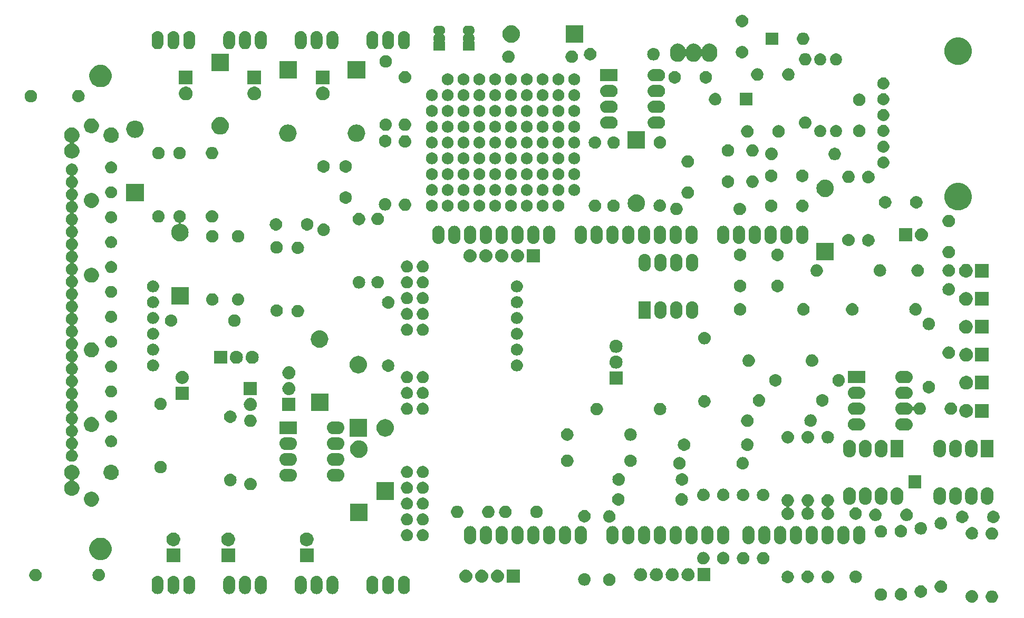
<source format=gbs>
G04 #@! TF.GenerationSoftware,KiCad,Pcbnew,5.0.0+dfsg1-2*
G04 #@! TF.CreationDate,2019-03-17T13:18:05+01:00*
G04 #@! TF.ProjectId,speedy,7370656564792E6B696361645F706362,rev?*
G04 #@! TF.SameCoordinates,Original*
G04 #@! TF.FileFunction,Soldermask,Bot*
G04 #@! TF.FilePolarity,Negative*
%FSLAX46Y46*%
G04 Gerber Fmt 4.6, Leading zero omitted, Abs format (unit mm)*
G04 Created by KiCad (PCBNEW 5.0.0+dfsg1-2) date Sun Mar 17 13:18:05 2019*
%MOMM*%
%LPD*%
G01*
G04 APERTURE LIST*
%ADD10C,0.100000*%
G04 APERTURE END LIST*
D10*
G36*
X221595770Y-154705372D02*
X221711689Y-154728429D01*
X221893678Y-154803811D01*
X222057463Y-154913249D01*
X222196751Y-155052537D01*
X222306189Y-155216322D01*
X222381571Y-155398311D01*
X222420000Y-155591509D01*
X222420000Y-155788491D01*
X222381571Y-155981689D01*
X222306189Y-156163678D01*
X222196751Y-156327463D01*
X222057463Y-156466751D01*
X221893678Y-156576189D01*
X221711689Y-156651571D01*
X221595770Y-156674628D01*
X221518493Y-156690000D01*
X221321507Y-156690000D01*
X221244230Y-156674628D01*
X221128311Y-156651571D01*
X220946322Y-156576189D01*
X220782537Y-156466751D01*
X220643249Y-156327463D01*
X220533811Y-156163678D01*
X220458429Y-155981689D01*
X220420000Y-155788491D01*
X220420000Y-155591509D01*
X220458429Y-155398311D01*
X220533811Y-155216322D01*
X220643249Y-155052537D01*
X220782537Y-154913249D01*
X220946322Y-154803811D01*
X221128311Y-154728429D01*
X221244230Y-154705372D01*
X221321507Y-154690000D01*
X221518493Y-154690000D01*
X221595770Y-154705372D01*
X221595770Y-154705372D01*
G37*
G36*
X218406030Y-154654469D02*
X218406033Y-154654470D01*
X218406034Y-154654470D01*
X218594535Y-154711651D01*
X218594537Y-154711652D01*
X218768260Y-154804509D01*
X218920528Y-154929472D01*
X219045491Y-155081740D01*
X219137715Y-155254279D01*
X219138349Y-155255465D01*
X219195530Y-155443966D01*
X219195531Y-155443970D01*
X219214838Y-155640000D01*
X219195531Y-155836030D01*
X219195530Y-155836033D01*
X219195530Y-155836034D01*
X219149594Y-155987466D01*
X219138348Y-156024537D01*
X219045491Y-156198260D01*
X218920528Y-156350528D01*
X218768260Y-156475491D01*
X218768258Y-156475492D01*
X218594535Y-156568349D01*
X218406034Y-156625530D01*
X218406033Y-156625530D01*
X218406030Y-156625531D01*
X218259124Y-156640000D01*
X218160876Y-156640000D01*
X218013970Y-156625531D01*
X218013967Y-156625530D01*
X218013966Y-156625530D01*
X217825465Y-156568349D01*
X217651742Y-156475492D01*
X217651740Y-156475491D01*
X217499472Y-156350528D01*
X217374509Y-156198260D01*
X217281652Y-156024537D01*
X217270407Y-155987466D01*
X217224470Y-155836034D01*
X217224470Y-155836033D01*
X217224469Y-155836030D01*
X217205162Y-155640000D01*
X217224469Y-155443970D01*
X217224470Y-155443966D01*
X217281651Y-155255465D01*
X217282285Y-155254279D01*
X217374509Y-155081740D01*
X217499472Y-154929472D01*
X217651740Y-154804509D01*
X217825463Y-154711652D01*
X217825465Y-154711651D01*
X218013966Y-154654470D01*
X218013967Y-154654470D01*
X218013970Y-154654469D01*
X218160876Y-154640000D01*
X218259124Y-154640000D01*
X218406030Y-154654469D01*
X218406030Y-154654469D01*
G37*
G36*
X203785770Y-154365372D02*
X203901689Y-154388429D01*
X204083678Y-154463811D01*
X204247463Y-154573249D01*
X204386751Y-154712537D01*
X204496189Y-154876322D01*
X204571571Y-155058311D01*
X204580652Y-155103966D01*
X204610000Y-155251507D01*
X204610000Y-155448493D01*
X204594628Y-155525770D01*
X204571571Y-155641689D01*
X204496189Y-155823678D01*
X204386751Y-155987463D01*
X204247463Y-156126751D01*
X204083678Y-156236189D01*
X203901689Y-156311571D01*
X203821778Y-156327466D01*
X203708493Y-156350000D01*
X203511507Y-156350000D01*
X203398222Y-156327466D01*
X203318311Y-156311571D01*
X203136322Y-156236189D01*
X202972537Y-156126751D01*
X202833249Y-155987463D01*
X202723811Y-155823678D01*
X202648429Y-155641689D01*
X202625372Y-155525770D01*
X202610000Y-155448493D01*
X202610000Y-155251507D01*
X202639348Y-155103966D01*
X202648429Y-155058311D01*
X202723811Y-154876322D01*
X202833249Y-154712537D01*
X202972537Y-154573249D01*
X203136322Y-154463811D01*
X203318311Y-154388429D01*
X203434230Y-154365372D01*
X203511507Y-154350000D01*
X203708493Y-154350000D01*
X203785770Y-154365372D01*
X203785770Y-154365372D01*
G37*
G36*
X207016030Y-154314469D02*
X207016033Y-154314470D01*
X207016034Y-154314470D01*
X207204535Y-154371651D01*
X207204537Y-154371652D01*
X207378260Y-154464509D01*
X207530528Y-154589472D01*
X207655491Y-154741740D01*
X207655492Y-154741742D01*
X207748349Y-154915465D01*
X207798788Y-155081740D01*
X207805531Y-155103970D01*
X207824838Y-155300000D01*
X207805531Y-155496030D01*
X207805530Y-155496033D01*
X207805530Y-155496034D01*
X207761859Y-155640000D01*
X207748348Y-155684537D01*
X207655491Y-155858260D01*
X207530528Y-156010528D01*
X207378260Y-156135491D01*
X207204537Y-156228348D01*
X207204535Y-156228349D01*
X207016034Y-156285530D01*
X207016033Y-156285530D01*
X207016030Y-156285531D01*
X206869124Y-156300000D01*
X206770876Y-156300000D01*
X206623970Y-156285531D01*
X206623967Y-156285530D01*
X206623966Y-156285530D01*
X206435465Y-156228349D01*
X206435463Y-156228348D01*
X206261740Y-156135491D01*
X206109472Y-156010528D01*
X205984509Y-155858260D01*
X205891652Y-155684537D01*
X205878142Y-155640000D01*
X205834470Y-155496034D01*
X205834470Y-155496033D01*
X205834469Y-155496030D01*
X205815162Y-155300000D01*
X205834469Y-155103970D01*
X205841212Y-155081740D01*
X205891651Y-154915465D01*
X205984508Y-154741742D01*
X205984509Y-154741740D01*
X206109472Y-154589472D01*
X206261740Y-154464509D01*
X206435463Y-154371652D01*
X206435465Y-154371651D01*
X206623966Y-154314470D01*
X206623967Y-154314470D01*
X206623970Y-154314469D01*
X206770876Y-154300000D01*
X206869124Y-154300000D01*
X207016030Y-154314469D01*
X207016030Y-154314469D01*
G37*
G36*
X210185770Y-153875372D02*
X210301689Y-153898429D01*
X210483678Y-153973811D01*
X210647463Y-154083249D01*
X210786751Y-154222537D01*
X210896189Y-154386322D01*
X210971571Y-154568311D01*
X210988709Y-154654469D01*
X211010000Y-154761507D01*
X211010000Y-154958493D01*
X210999442Y-155011571D01*
X210971571Y-155151689D01*
X210896189Y-155333678D01*
X210786751Y-155497463D01*
X210647463Y-155636751D01*
X210483678Y-155746189D01*
X210301689Y-155821571D01*
X210185770Y-155844628D01*
X210108493Y-155860000D01*
X209911507Y-155860000D01*
X209834230Y-155844628D01*
X209718311Y-155821571D01*
X209536322Y-155746189D01*
X209372537Y-155636751D01*
X209233249Y-155497463D01*
X209123811Y-155333678D01*
X209048429Y-155151689D01*
X209020558Y-155011571D01*
X209010000Y-154958493D01*
X209010000Y-154761507D01*
X209031291Y-154654469D01*
X209048429Y-154568311D01*
X209123811Y-154386322D01*
X209233249Y-154222537D01*
X209372537Y-154083249D01*
X209536322Y-153973811D01*
X209718311Y-153898429D01*
X209834230Y-153875372D01*
X209911507Y-153860000D01*
X210108493Y-153860000D01*
X210185770Y-153875372D01*
X210185770Y-153875372D01*
G37*
G36*
X101686344Y-152364074D02*
X101865527Y-152418429D01*
X101865529Y-152418430D01*
X101865532Y-152418431D01*
X102030664Y-152506695D01*
X102175407Y-152625483D01*
X102294195Y-152770226D01*
X102382459Y-152935358D01*
X102382460Y-152935361D01*
X102382461Y-152935363D01*
X102436816Y-153114546D01*
X102441668Y-153163811D01*
X102450570Y-153254193D01*
X102450570Y-154345807D01*
X102446579Y-154386325D01*
X102436816Y-154485454D01*
X102385545Y-154654469D01*
X102382459Y-154664642D01*
X102294195Y-154829774D01*
X102175407Y-154974517D01*
X102030664Y-155093305D01*
X101865531Y-155181569D01*
X101865528Y-155181570D01*
X101865526Y-155181571D01*
X101686343Y-155235926D01*
X101500000Y-155254279D01*
X101313656Y-155235926D01*
X101134473Y-155181571D01*
X101134471Y-155181570D01*
X101134468Y-155181569D01*
X100969336Y-155093305D01*
X100824593Y-154974517D01*
X100705805Y-154829774D01*
X100617541Y-154664641D01*
X100617539Y-154664636D01*
X100563184Y-154485453D01*
X100549430Y-154345804D01*
X100549430Y-153254193D01*
X100563184Y-153114544D01*
X100617539Y-152935363D01*
X100705806Y-152770226D01*
X100824594Y-152625483D01*
X100969337Y-152506695D01*
X101134469Y-152418431D01*
X101134472Y-152418430D01*
X101134474Y-152418429D01*
X101313657Y-152364074D01*
X101500000Y-152345721D01*
X101686344Y-152364074D01*
X101686344Y-152364074D01*
G37*
G36*
X92726344Y-152364074D02*
X92905527Y-152418429D01*
X92905529Y-152418430D01*
X92905532Y-152418431D01*
X93070664Y-152506695D01*
X93215407Y-152625483D01*
X93334195Y-152770226D01*
X93422459Y-152935358D01*
X93422460Y-152935361D01*
X93422461Y-152935363D01*
X93476816Y-153114546D01*
X93481668Y-153163811D01*
X93490570Y-153254193D01*
X93490570Y-154345807D01*
X93486579Y-154386325D01*
X93476816Y-154485454D01*
X93425545Y-154654469D01*
X93422459Y-154664642D01*
X93334195Y-154829774D01*
X93215407Y-154974517D01*
X93070664Y-155093305D01*
X92905531Y-155181569D01*
X92905528Y-155181570D01*
X92905526Y-155181571D01*
X92726343Y-155235926D01*
X92540000Y-155254279D01*
X92353656Y-155235926D01*
X92174473Y-155181571D01*
X92174471Y-155181570D01*
X92174468Y-155181569D01*
X92009336Y-155093305D01*
X91864593Y-154974517D01*
X91745805Y-154829774D01*
X91657541Y-154664641D01*
X91657539Y-154664636D01*
X91603184Y-154485453D01*
X91589430Y-154345804D01*
X91589430Y-153254193D01*
X91603184Y-153114544D01*
X91657539Y-152935363D01*
X91745806Y-152770226D01*
X91864594Y-152625483D01*
X92009337Y-152506695D01*
X92174469Y-152418431D01*
X92174472Y-152418430D01*
X92174474Y-152418429D01*
X92353657Y-152364074D01*
X92540000Y-152345721D01*
X92726344Y-152364074D01*
X92726344Y-152364074D01*
G37*
G36*
X90186344Y-152364074D02*
X90365527Y-152418429D01*
X90365529Y-152418430D01*
X90365532Y-152418431D01*
X90530664Y-152506695D01*
X90675407Y-152625483D01*
X90794195Y-152770226D01*
X90882459Y-152935358D01*
X90882460Y-152935361D01*
X90882461Y-152935363D01*
X90936816Y-153114546D01*
X90941668Y-153163811D01*
X90950570Y-153254193D01*
X90950570Y-154345807D01*
X90946579Y-154386325D01*
X90936816Y-154485454D01*
X90885545Y-154654469D01*
X90882459Y-154664642D01*
X90794195Y-154829774D01*
X90675407Y-154974517D01*
X90530664Y-155093305D01*
X90365531Y-155181569D01*
X90365528Y-155181570D01*
X90365526Y-155181571D01*
X90186343Y-155235926D01*
X90000000Y-155254279D01*
X89813656Y-155235926D01*
X89634473Y-155181571D01*
X89634471Y-155181570D01*
X89634468Y-155181569D01*
X89469336Y-155093305D01*
X89324593Y-154974517D01*
X89205805Y-154829774D01*
X89117541Y-154664641D01*
X89117539Y-154664636D01*
X89063184Y-154485453D01*
X89049430Y-154345804D01*
X89049430Y-153254193D01*
X89063184Y-153114544D01*
X89117539Y-152935363D01*
X89205806Y-152770226D01*
X89324594Y-152625483D01*
X89469337Y-152506695D01*
X89634469Y-152418431D01*
X89634472Y-152418430D01*
X89634474Y-152418429D01*
X89813657Y-152364074D01*
X90000000Y-152345721D01*
X90186344Y-152364074D01*
X90186344Y-152364074D01*
G37*
G36*
X99146344Y-152364074D02*
X99325527Y-152418429D01*
X99325529Y-152418430D01*
X99325532Y-152418431D01*
X99490664Y-152506695D01*
X99635407Y-152625483D01*
X99754195Y-152770226D01*
X99842459Y-152935358D01*
X99842460Y-152935361D01*
X99842461Y-152935363D01*
X99896816Y-153114546D01*
X99901668Y-153163811D01*
X99910570Y-153254193D01*
X99910570Y-154345807D01*
X99906579Y-154386325D01*
X99896816Y-154485454D01*
X99845545Y-154654469D01*
X99842459Y-154664642D01*
X99754195Y-154829774D01*
X99635407Y-154974517D01*
X99490664Y-155093305D01*
X99325531Y-155181569D01*
X99325528Y-155181570D01*
X99325526Y-155181571D01*
X99146343Y-155235926D01*
X98960000Y-155254279D01*
X98773656Y-155235926D01*
X98594473Y-155181571D01*
X98594471Y-155181570D01*
X98594468Y-155181569D01*
X98429336Y-155093305D01*
X98284593Y-154974517D01*
X98165805Y-154829774D01*
X98077541Y-154664641D01*
X98077539Y-154664636D01*
X98023184Y-154485453D01*
X98009430Y-154345804D01*
X98009430Y-153254193D01*
X98023184Y-153114544D01*
X98077539Y-152935363D01*
X98165806Y-152770226D01*
X98284594Y-152625483D01*
X98429337Y-152506695D01*
X98594469Y-152418431D01*
X98594472Y-152418430D01*
X98594474Y-152418429D01*
X98773657Y-152364074D01*
X98960000Y-152345721D01*
X99146344Y-152364074D01*
X99146344Y-152364074D01*
G37*
G36*
X104226344Y-152364074D02*
X104405527Y-152418429D01*
X104405529Y-152418430D01*
X104405532Y-152418431D01*
X104570664Y-152506695D01*
X104715407Y-152625483D01*
X104834195Y-152770226D01*
X104922459Y-152935358D01*
X104922460Y-152935361D01*
X104922461Y-152935363D01*
X104976816Y-153114546D01*
X104981668Y-153163811D01*
X104990570Y-153254193D01*
X104990570Y-154345807D01*
X104986579Y-154386325D01*
X104976816Y-154485454D01*
X104925545Y-154654469D01*
X104922459Y-154664642D01*
X104834195Y-154829774D01*
X104715407Y-154974517D01*
X104570664Y-155093305D01*
X104405531Y-155181569D01*
X104405528Y-155181570D01*
X104405526Y-155181571D01*
X104226343Y-155235926D01*
X104040000Y-155254279D01*
X103853656Y-155235926D01*
X103674473Y-155181571D01*
X103674471Y-155181570D01*
X103674468Y-155181569D01*
X103509336Y-155093305D01*
X103364593Y-154974517D01*
X103245805Y-154829774D01*
X103157541Y-154664641D01*
X103157539Y-154664636D01*
X103103184Y-154485453D01*
X103089430Y-154345804D01*
X103089430Y-153254193D01*
X103103184Y-153114544D01*
X103157539Y-152935363D01*
X103245806Y-152770226D01*
X103364594Y-152625483D01*
X103509337Y-152506695D01*
X103674469Y-152418431D01*
X103674472Y-152418430D01*
X103674474Y-152418429D01*
X103853657Y-152364074D01*
X104040000Y-152345721D01*
X104226344Y-152364074D01*
X104226344Y-152364074D01*
G37*
G36*
X87646344Y-152364074D02*
X87825527Y-152418429D01*
X87825529Y-152418430D01*
X87825532Y-152418431D01*
X87990664Y-152506695D01*
X88135407Y-152625483D01*
X88254195Y-152770226D01*
X88342459Y-152935358D01*
X88342460Y-152935361D01*
X88342461Y-152935363D01*
X88396816Y-153114546D01*
X88401668Y-153163811D01*
X88410570Y-153254193D01*
X88410570Y-154345807D01*
X88406579Y-154386325D01*
X88396816Y-154485454D01*
X88345545Y-154654469D01*
X88342459Y-154664642D01*
X88254195Y-154829774D01*
X88135407Y-154974517D01*
X87990664Y-155093305D01*
X87825531Y-155181569D01*
X87825528Y-155181570D01*
X87825526Y-155181571D01*
X87646343Y-155235926D01*
X87460000Y-155254279D01*
X87273656Y-155235926D01*
X87094473Y-155181571D01*
X87094471Y-155181570D01*
X87094468Y-155181569D01*
X86929336Y-155093305D01*
X86784593Y-154974517D01*
X86665805Y-154829774D01*
X86577541Y-154664641D01*
X86577539Y-154664636D01*
X86523184Y-154485453D01*
X86509430Y-154345804D01*
X86509430Y-153254193D01*
X86523184Y-153114544D01*
X86577539Y-152935363D01*
X86665806Y-152770226D01*
X86784594Y-152625483D01*
X86929337Y-152506695D01*
X87094469Y-152418431D01*
X87094472Y-152418430D01*
X87094474Y-152418429D01*
X87273657Y-152364074D01*
X87460000Y-152345721D01*
X87646344Y-152364074D01*
X87646344Y-152364074D01*
G37*
G36*
X127226344Y-152364074D02*
X127405527Y-152418429D01*
X127405529Y-152418430D01*
X127405532Y-152418431D01*
X127570664Y-152506695D01*
X127715407Y-152625483D01*
X127834195Y-152770226D01*
X127922459Y-152935358D01*
X127922460Y-152935361D01*
X127922461Y-152935363D01*
X127976816Y-153114546D01*
X127981668Y-153163811D01*
X127990570Y-153254193D01*
X127990570Y-154345807D01*
X127986579Y-154386325D01*
X127976816Y-154485454D01*
X127925545Y-154654469D01*
X127922459Y-154664642D01*
X127834195Y-154829774D01*
X127715407Y-154974517D01*
X127570664Y-155093305D01*
X127405531Y-155181569D01*
X127405528Y-155181570D01*
X127405526Y-155181571D01*
X127226343Y-155235926D01*
X127040000Y-155254279D01*
X126853656Y-155235926D01*
X126674473Y-155181571D01*
X126674471Y-155181570D01*
X126674468Y-155181569D01*
X126509336Y-155093305D01*
X126364593Y-154974517D01*
X126245805Y-154829774D01*
X126157541Y-154664641D01*
X126157539Y-154664636D01*
X126103184Y-154485453D01*
X126089430Y-154345804D01*
X126089430Y-153254193D01*
X126103184Y-153114544D01*
X126157539Y-152935363D01*
X126245806Y-152770226D01*
X126364594Y-152625483D01*
X126509337Y-152506695D01*
X126674469Y-152418431D01*
X126674472Y-152418430D01*
X126674474Y-152418429D01*
X126853657Y-152364074D01*
X127040000Y-152345721D01*
X127226344Y-152364074D01*
X127226344Y-152364074D01*
G37*
G36*
X124686344Y-152364074D02*
X124865527Y-152418429D01*
X124865529Y-152418430D01*
X124865532Y-152418431D01*
X125030664Y-152506695D01*
X125175407Y-152625483D01*
X125294195Y-152770226D01*
X125382459Y-152935358D01*
X125382460Y-152935361D01*
X125382461Y-152935363D01*
X125436816Y-153114546D01*
X125441668Y-153163811D01*
X125450570Y-153254193D01*
X125450570Y-154345807D01*
X125446579Y-154386325D01*
X125436816Y-154485454D01*
X125385545Y-154654469D01*
X125382459Y-154664642D01*
X125294195Y-154829774D01*
X125175407Y-154974517D01*
X125030664Y-155093305D01*
X124865531Y-155181569D01*
X124865528Y-155181570D01*
X124865526Y-155181571D01*
X124686343Y-155235926D01*
X124500000Y-155254279D01*
X124313656Y-155235926D01*
X124134473Y-155181571D01*
X124134471Y-155181570D01*
X124134468Y-155181569D01*
X123969336Y-155093305D01*
X123824593Y-154974517D01*
X123705805Y-154829774D01*
X123617541Y-154664641D01*
X123617539Y-154664636D01*
X123563184Y-154485453D01*
X123549430Y-154345804D01*
X123549430Y-153254193D01*
X123563184Y-153114544D01*
X123617539Y-152935363D01*
X123705806Y-152770226D01*
X123824594Y-152625483D01*
X123969337Y-152506695D01*
X124134469Y-152418431D01*
X124134472Y-152418430D01*
X124134474Y-152418429D01*
X124313657Y-152364074D01*
X124500000Y-152345721D01*
X124686344Y-152364074D01*
X124686344Y-152364074D01*
G37*
G36*
X110646344Y-152364074D02*
X110825527Y-152418429D01*
X110825529Y-152418430D01*
X110825532Y-152418431D01*
X110990664Y-152506695D01*
X111135407Y-152625483D01*
X111254195Y-152770226D01*
X111342459Y-152935358D01*
X111342460Y-152935361D01*
X111342461Y-152935363D01*
X111396816Y-153114546D01*
X111401668Y-153163811D01*
X111410570Y-153254193D01*
X111410570Y-154345807D01*
X111406579Y-154386325D01*
X111396816Y-154485454D01*
X111345545Y-154654469D01*
X111342459Y-154664642D01*
X111254195Y-154829774D01*
X111135407Y-154974517D01*
X110990664Y-155093305D01*
X110825531Y-155181569D01*
X110825528Y-155181570D01*
X110825526Y-155181571D01*
X110646343Y-155235926D01*
X110460000Y-155254279D01*
X110273656Y-155235926D01*
X110094473Y-155181571D01*
X110094471Y-155181570D01*
X110094468Y-155181569D01*
X109929336Y-155093305D01*
X109784593Y-154974517D01*
X109665805Y-154829774D01*
X109577541Y-154664641D01*
X109577539Y-154664636D01*
X109523184Y-154485453D01*
X109509430Y-154345804D01*
X109509430Y-153254193D01*
X109523184Y-153114544D01*
X109577539Y-152935363D01*
X109665806Y-152770226D01*
X109784594Y-152625483D01*
X109929337Y-152506695D01*
X110094469Y-152418431D01*
X110094472Y-152418430D01*
X110094474Y-152418429D01*
X110273657Y-152364074D01*
X110460000Y-152345721D01*
X110646344Y-152364074D01*
X110646344Y-152364074D01*
G37*
G36*
X115726344Y-152364074D02*
X115905527Y-152418429D01*
X115905529Y-152418430D01*
X115905532Y-152418431D01*
X116070664Y-152506695D01*
X116215407Y-152625483D01*
X116334195Y-152770226D01*
X116422459Y-152935358D01*
X116422460Y-152935361D01*
X116422461Y-152935363D01*
X116476816Y-153114546D01*
X116481668Y-153163811D01*
X116490570Y-153254193D01*
X116490570Y-154345807D01*
X116486579Y-154386325D01*
X116476816Y-154485454D01*
X116425545Y-154654469D01*
X116422459Y-154664642D01*
X116334195Y-154829774D01*
X116215407Y-154974517D01*
X116070664Y-155093305D01*
X115905531Y-155181569D01*
X115905528Y-155181570D01*
X115905526Y-155181571D01*
X115726343Y-155235926D01*
X115540000Y-155254279D01*
X115353656Y-155235926D01*
X115174473Y-155181571D01*
X115174471Y-155181570D01*
X115174468Y-155181569D01*
X115009336Y-155093305D01*
X114864593Y-154974517D01*
X114745805Y-154829774D01*
X114657541Y-154664641D01*
X114657539Y-154664636D01*
X114603184Y-154485453D01*
X114589430Y-154345804D01*
X114589430Y-153254193D01*
X114603184Y-153114544D01*
X114657539Y-152935363D01*
X114745806Y-152770226D01*
X114864594Y-152625483D01*
X115009337Y-152506695D01*
X115174469Y-152418431D01*
X115174472Y-152418430D01*
X115174474Y-152418429D01*
X115353657Y-152364074D01*
X115540000Y-152345721D01*
X115726344Y-152364074D01*
X115726344Y-152364074D01*
G37*
G36*
X122146344Y-152364074D02*
X122325527Y-152418429D01*
X122325529Y-152418430D01*
X122325532Y-152418431D01*
X122490664Y-152506695D01*
X122635407Y-152625483D01*
X122754195Y-152770226D01*
X122842459Y-152935358D01*
X122842460Y-152935361D01*
X122842461Y-152935363D01*
X122896816Y-153114546D01*
X122901668Y-153163811D01*
X122910570Y-153254193D01*
X122910570Y-154345807D01*
X122906579Y-154386325D01*
X122896816Y-154485454D01*
X122845545Y-154654469D01*
X122842459Y-154664642D01*
X122754195Y-154829774D01*
X122635407Y-154974517D01*
X122490664Y-155093305D01*
X122325531Y-155181569D01*
X122325528Y-155181570D01*
X122325526Y-155181571D01*
X122146343Y-155235926D01*
X121960000Y-155254279D01*
X121773656Y-155235926D01*
X121594473Y-155181571D01*
X121594471Y-155181570D01*
X121594468Y-155181569D01*
X121429336Y-155093305D01*
X121284593Y-154974517D01*
X121165805Y-154829774D01*
X121077541Y-154664641D01*
X121077539Y-154664636D01*
X121023184Y-154485453D01*
X121009430Y-154345804D01*
X121009430Y-153254193D01*
X121023184Y-153114544D01*
X121077539Y-152935363D01*
X121165806Y-152770226D01*
X121284594Y-152625483D01*
X121429337Y-152506695D01*
X121594469Y-152418431D01*
X121594472Y-152418430D01*
X121594474Y-152418429D01*
X121773657Y-152364074D01*
X121960000Y-152345721D01*
X122146344Y-152364074D01*
X122146344Y-152364074D01*
G37*
G36*
X113186344Y-152364074D02*
X113365527Y-152418429D01*
X113365529Y-152418430D01*
X113365532Y-152418431D01*
X113530664Y-152506695D01*
X113675407Y-152625483D01*
X113794195Y-152770226D01*
X113882459Y-152935358D01*
X113882460Y-152935361D01*
X113882461Y-152935363D01*
X113936816Y-153114546D01*
X113941668Y-153163811D01*
X113950570Y-153254193D01*
X113950570Y-154345807D01*
X113946579Y-154386325D01*
X113936816Y-154485454D01*
X113885545Y-154654469D01*
X113882459Y-154664642D01*
X113794195Y-154829774D01*
X113675407Y-154974517D01*
X113530664Y-155093305D01*
X113365531Y-155181569D01*
X113365528Y-155181570D01*
X113365526Y-155181571D01*
X113186343Y-155235926D01*
X113000000Y-155254279D01*
X112813656Y-155235926D01*
X112634473Y-155181571D01*
X112634471Y-155181570D01*
X112634468Y-155181569D01*
X112469336Y-155093305D01*
X112324593Y-154974517D01*
X112205805Y-154829774D01*
X112117541Y-154664641D01*
X112117539Y-154664636D01*
X112063184Y-154485453D01*
X112049430Y-154345804D01*
X112049430Y-153254193D01*
X112063184Y-153114544D01*
X112117539Y-152935363D01*
X112205806Y-152770226D01*
X112324594Y-152625483D01*
X112469337Y-152506695D01*
X112634469Y-152418431D01*
X112634472Y-152418430D01*
X112634474Y-152418429D01*
X112813657Y-152364074D01*
X113000000Y-152345721D01*
X113186344Y-152364074D01*
X113186344Y-152364074D01*
G37*
G36*
X213405770Y-153065372D02*
X213521689Y-153088429D01*
X213703678Y-153163811D01*
X213867463Y-153273249D01*
X214006751Y-153412537D01*
X214116189Y-153576322D01*
X214191571Y-153758311D01*
X214230000Y-153951509D01*
X214230000Y-154148491D01*
X214191571Y-154341689D01*
X214116189Y-154523678D01*
X214006751Y-154687463D01*
X213867463Y-154826751D01*
X213703678Y-154936189D01*
X213521689Y-155011571D01*
X213405770Y-155034628D01*
X213328493Y-155050000D01*
X213131507Y-155050000D01*
X213054230Y-155034628D01*
X212938311Y-155011571D01*
X212756322Y-154936189D01*
X212592537Y-154826751D01*
X212453249Y-154687463D01*
X212343811Y-154523678D01*
X212268429Y-154341689D01*
X212230000Y-154148491D01*
X212230000Y-153951509D01*
X212268429Y-153758311D01*
X212343811Y-153576322D01*
X212453249Y-153412537D01*
X212592537Y-153273249D01*
X212756322Y-153163811D01*
X212938311Y-153088429D01*
X213054230Y-153065372D01*
X213131507Y-153050000D01*
X213328493Y-153050000D01*
X213405770Y-153065372D01*
X213405770Y-153065372D01*
G37*
G36*
X160175770Y-151955372D02*
X160291689Y-151978429D01*
X160473678Y-152053811D01*
X160637463Y-152163249D01*
X160776751Y-152302537D01*
X160886189Y-152466322D01*
X160961571Y-152648311D01*
X160968079Y-152681030D01*
X161000000Y-152841507D01*
X161000000Y-153038493D01*
X160990067Y-153088429D01*
X160961571Y-153231689D01*
X160886189Y-153413678D01*
X160776751Y-153577463D01*
X160637463Y-153716751D01*
X160473678Y-153826189D01*
X160291689Y-153901571D01*
X160175770Y-153924628D01*
X160098493Y-153940000D01*
X159901507Y-153940000D01*
X159824230Y-153924628D01*
X159708311Y-153901571D01*
X159526322Y-153826189D01*
X159362537Y-153716751D01*
X159223249Y-153577463D01*
X159113811Y-153413678D01*
X159038429Y-153231689D01*
X159009933Y-153088429D01*
X159000000Y-153038493D01*
X159000000Y-152841507D01*
X159031921Y-152681030D01*
X159038429Y-152648311D01*
X159113811Y-152466322D01*
X159223249Y-152302537D01*
X159362537Y-152163249D01*
X159526322Y-152053811D01*
X159708311Y-151978429D01*
X159824230Y-151955372D01*
X159901507Y-151940000D01*
X160098493Y-151940000D01*
X160175770Y-151955372D01*
X160175770Y-151955372D01*
G37*
G36*
X156196030Y-151914469D02*
X156196033Y-151914470D01*
X156196034Y-151914470D01*
X156384535Y-151971651D01*
X156384537Y-151971652D01*
X156558260Y-152064509D01*
X156710528Y-152189472D01*
X156835491Y-152341740D01*
X156902083Y-152466325D01*
X156928349Y-152515465D01*
X156985530Y-152703966D01*
X156985531Y-152703970D01*
X157004838Y-152900000D01*
X156985531Y-153096030D01*
X156985530Y-153096033D01*
X156985530Y-153096034D01*
X156931773Y-153273249D01*
X156928348Y-153284537D01*
X156835491Y-153458260D01*
X156710528Y-153610528D01*
X156558260Y-153735491D01*
X156558258Y-153735492D01*
X156384535Y-153828349D01*
X156196034Y-153885530D01*
X156196033Y-153885530D01*
X156196030Y-153885531D01*
X156049124Y-153900000D01*
X155950876Y-153900000D01*
X155803970Y-153885531D01*
X155803967Y-153885530D01*
X155803966Y-153885530D01*
X155615465Y-153828349D01*
X155441742Y-153735492D01*
X155441740Y-153735491D01*
X155289472Y-153610528D01*
X155164509Y-153458260D01*
X155071652Y-153284537D01*
X155068228Y-153273249D01*
X155014470Y-153096034D01*
X155014470Y-153096033D01*
X155014469Y-153096030D01*
X154995162Y-152900000D01*
X155014469Y-152703970D01*
X155014470Y-152703966D01*
X155071651Y-152515465D01*
X155097917Y-152466325D01*
X155164509Y-152341740D01*
X155289472Y-152189472D01*
X155441740Y-152064509D01*
X155615463Y-151971652D01*
X155615465Y-151971651D01*
X155803966Y-151914470D01*
X155803967Y-151914470D01*
X155803970Y-151914469D01*
X155950876Y-151900000D01*
X156049124Y-151900000D01*
X156196030Y-151914469D01*
X156196030Y-151914469D01*
G37*
G36*
X195255770Y-151525372D02*
X195371689Y-151548429D01*
X195553678Y-151623811D01*
X195717463Y-151733249D01*
X195856751Y-151872537D01*
X195966189Y-152036322D01*
X196041571Y-152218311D01*
X196055530Y-152288491D01*
X196080000Y-152411507D01*
X196080000Y-152608493D01*
X196064628Y-152685770D01*
X196041571Y-152801689D01*
X195966189Y-152983678D01*
X195856751Y-153147463D01*
X195717463Y-153286751D01*
X195553678Y-153396189D01*
X195371689Y-153471571D01*
X195255770Y-153494628D01*
X195178493Y-153510000D01*
X194981507Y-153510000D01*
X194904230Y-153494628D01*
X194788311Y-153471571D01*
X194606322Y-153396189D01*
X194442537Y-153286751D01*
X194303249Y-153147463D01*
X194193811Y-152983678D01*
X194118429Y-152801689D01*
X194095372Y-152685770D01*
X194080000Y-152608493D01*
X194080000Y-152411507D01*
X194104470Y-152288491D01*
X194118429Y-152218311D01*
X194193811Y-152036322D01*
X194303249Y-151872537D01*
X194442537Y-151733249D01*
X194606322Y-151623811D01*
X194788311Y-151548429D01*
X194904230Y-151525372D01*
X194981507Y-151510000D01*
X195178493Y-151510000D01*
X195255770Y-151525372D01*
X195255770Y-151525372D01*
G37*
G36*
X188825770Y-151515372D02*
X188941689Y-151538429D01*
X189123678Y-151613811D01*
X189287463Y-151723249D01*
X189426751Y-151862537D01*
X189536189Y-152026322D01*
X189611571Y-152208311D01*
X189650000Y-152401509D01*
X189650000Y-152598491D01*
X189611571Y-152791689D01*
X189536189Y-152973678D01*
X189426751Y-153137463D01*
X189287463Y-153276751D01*
X189123678Y-153386189D01*
X188941689Y-153461571D01*
X188825770Y-153484628D01*
X188748493Y-153500000D01*
X188551507Y-153500000D01*
X188474230Y-153484628D01*
X188358311Y-153461571D01*
X188176322Y-153386189D01*
X188012537Y-153276751D01*
X187873249Y-153137463D01*
X187763811Y-152973678D01*
X187688429Y-152791689D01*
X187650000Y-152598491D01*
X187650000Y-152401509D01*
X187688429Y-152208311D01*
X187763811Y-152026322D01*
X187873249Y-151862537D01*
X188012537Y-151723249D01*
X188176322Y-151613811D01*
X188358311Y-151538429D01*
X188474230Y-151515372D01*
X188551507Y-151500000D01*
X188748493Y-151500000D01*
X188825770Y-151515372D01*
X188825770Y-151515372D01*
G37*
G36*
X192025770Y-151505372D02*
X192141689Y-151528429D01*
X192323678Y-151603811D01*
X192487463Y-151713249D01*
X192626751Y-151852537D01*
X192736189Y-152016322D01*
X192811571Y-152198311D01*
X192829509Y-152288491D01*
X192850000Y-152391507D01*
X192850000Y-152588493D01*
X192842642Y-152625483D01*
X192811571Y-152781689D01*
X192736189Y-152963678D01*
X192626751Y-153127463D01*
X192487463Y-153266751D01*
X192323678Y-153376189D01*
X192141689Y-153451571D01*
X192046369Y-153470531D01*
X191948493Y-153490000D01*
X191751507Y-153490000D01*
X191653631Y-153470531D01*
X191558311Y-153451571D01*
X191376322Y-153376189D01*
X191212537Y-153266751D01*
X191073249Y-153127463D01*
X190963811Y-152963678D01*
X190888429Y-152781689D01*
X190857358Y-152625483D01*
X190850000Y-152588493D01*
X190850000Y-152391507D01*
X190870491Y-152288491D01*
X190888429Y-152198311D01*
X190963811Y-152016322D01*
X191073249Y-151852537D01*
X191212537Y-151713249D01*
X191376322Y-151603811D01*
X191558311Y-151528429D01*
X191674230Y-151505372D01*
X191751507Y-151490000D01*
X191948493Y-151490000D01*
X192025770Y-151505372D01*
X192025770Y-151505372D01*
G37*
G36*
X199746030Y-151499469D02*
X199746033Y-151499470D01*
X199746034Y-151499470D01*
X199934535Y-151556651D01*
X199934537Y-151556652D01*
X200108260Y-151649509D01*
X200260528Y-151774472D01*
X200385491Y-151926740D01*
X200385492Y-151926742D01*
X200478349Y-152100465D01*
X200535530Y-152288966D01*
X200535531Y-152288970D01*
X200554838Y-152485000D01*
X200535531Y-152681030D01*
X200535530Y-152681033D01*
X200535530Y-152681034D01*
X200486851Y-152841509D01*
X200478348Y-152869537D01*
X200385491Y-153043260D01*
X200260528Y-153195528D01*
X200108260Y-153320491D01*
X199985348Y-153386189D01*
X199934535Y-153413349D01*
X199746034Y-153470530D01*
X199746033Y-153470530D01*
X199746030Y-153470531D01*
X199599124Y-153485000D01*
X199500876Y-153485000D01*
X199353970Y-153470531D01*
X199353967Y-153470530D01*
X199353966Y-153470530D01*
X199165465Y-153413349D01*
X199114652Y-153386189D01*
X198991740Y-153320491D01*
X198839472Y-153195528D01*
X198714509Y-153043260D01*
X198621652Y-152869537D01*
X198613150Y-152841509D01*
X198564470Y-152681034D01*
X198564470Y-152681033D01*
X198564469Y-152681030D01*
X198545162Y-152485000D01*
X198564469Y-152288970D01*
X198564470Y-152288966D01*
X198621651Y-152100465D01*
X198714508Y-151926742D01*
X198714509Y-151926740D01*
X198839472Y-151774472D01*
X198991740Y-151649509D01*
X199165463Y-151556652D01*
X199165465Y-151556651D01*
X199353966Y-151499470D01*
X199353967Y-151499470D01*
X199353970Y-151499469D01*
X199500876Y-151485000D01*
X199599124Y-151485000D01*
X199746030Y-151499469D01*
X199746030Y-151499469D01*
G37*
G36*
X137088707Y-151327596D02*
X137165836Y-151335193D01*
X137297787Y-151375220D01*
X137363763Y-151395233D01*
X137546172Y-151492733D01*
X137706054Y-151623946D01*
X137837267Y-151783828D01*
X137934767Y-151966237D01*
X137949960Y-152016322D01*
X137994807Y-152164164D01*
X138015080Y-152370000D01*
X137994807Y-152575836D01*
X137962897Y-152681030D01*
X137934767Y-152773763D01*
X137837267Y-152956172D01*
X137706054Y-153116054D01*
X137546172Y-153247267D01*
X137363763Y-153344767D01*
X137297787Y-153364780D01*
X137165836Y-153404807D01*
X137088707Y-153412404D01*
X137011580Y-153420000D01*
X136908420Y-153420000D01*
X136831293Y-153412404D01*
X136754164Y-153404807D01*
X136622213Y-153364780D01*
X136556237Y-153344767D01*
X136373828Y-153247267D01*
X136213946Y-153116054D01*
X136082733Y-152956172D01*
X135985233Y-152773763D01*
X135957103Y-152681030D01*
X135925193Y-152575836D01*
X135904920Y-152370000D01*
X135925193Y-152164164D01*
X135970040Y-152016322D01*
X135985233Y-151966237D01*
X136082733Y-151783828D01*
X136213946Y-151623946D01*
X136373828Y-151492733D01*
X136556237Y-151395233D01*
X136622213Y-151375220D01*
X136754164Y-151335193D01*
X136831293Y-151327596D01*
X136908420Y-151320000D01*
X137011580Y-151320000D01*
X137088707Y-151327596D01*
X137088707Y-151327596D01*
G37*
G36*
X145630000Y-153420000D02*
X143530000Y-153420000D01*
X143530000Y-151320000D01*
X145630000Y-151320000D01*
X145630000Y-153420000D01*
X145630000Y-153420000D01*
G37*
G36*
X139628707Y-151327596D02*
X139705836Y-151335193D01*
X139837787Y-151375220D01*
X139903763Y-151395233D01*
X140086172Y-151492733D01*
X140246054Y-151623946D01*
X140377267Y-151783828D01*
X140474767Y-151966237D01*
X140489960Y-152016322D01*
X140534807Y-152164164D01*
X140555080Y-152370000D01*
X140534807Y-152575836D01*
X140502897Y-152681030D01*
X140474767Y-152773763D01*
X140377267Y-152956172D01*
X140246054Y-153116054D01*
X140086172Y-153247267D01*
X139903763Y-153344767D01*
X139837787Y-153364780D01*
X139705836Y-153404807D01*
X139628707Y-153412404D01*
X139551580Y-153420000D01*
X139448420Y-153420000D01*
X139371293Y-153412404D01*
X139294164Y-153404807D01*
X139162213Y-153364780D01*
X139096237Y-153344767D01*
X138913828Y-153247267D01*
X138753946Y-153116054D01*
X138622733Y-152956172D01*
X138525233Y-152773763D01*
X138497103Y-152681030D01*
X138465193Y-152575836D01*
X138444920Y-152370000D01*
X138465193Y-152164164D01*
X138510040Y-152016322D01*
X138525233Y-151966237D01*
X138622733Y-151783828D01*
X138753946Y-151623946D01*
X138913828Y-151492733D01*
X139096237Y-151395233D01*
X139162213Y-151375220D01*
X139294164Y-151335193D01*
X139371293Y-151327596D01*
X139448420Y-151320000D01*
X139551580Y-151320000D01*
X139628707Y-151327596D01*
X139628707Y-151327596D01*
G37*
G36*
X142168707Y-151327596D02*
X142245836Y-151335193D01*
X142377787Y-151375220D01*
X142443763Y-151395233D01*
X142626172Y-151492733D01*
X142786054Y-151623946D01*
X142917267Y-151783828D01*
X143014767Y-151966237D01*
X143029960Y-152016322D01*
X143074807Y-152164164D01*
X143095080Y-152370000D01*
X143074807Y-152575836D01*
X143042897Y-152681030D01*
X143014767Y-152773763D01*
X142917267Y-152956172D01*
X142786054Y-153116054D01*
X142626172Y-153247267D01*
X142443763Y-153344767D01*
X142377787Y-153364780D01*
X142245836Y-153404807D01*
X142168707Y-153412404D01*
X142091580Y-153420000D01*
X141988420Y-153420000D01*
X141911293Y-153412404D01*
X141834164Y-153404807D01*
X141702213Y-153364780D01*
X141636237Y-153344767D01*
X141453828Y-153247267D01*
X141293946Y-153116054D01*
X141162733Y-152956172D01*
X141065233Y-152773763D01*
X141037103Y-152681030D01*
X141005193Y-152575836D01*
X140984920Y-152370000D01*
X141005193Y-152164164D01*
X141050040Y-152016322D01*
X141065233Y-151966237D01*
X141162733Y-151783828D01*
X141293946Y-151623946D01*
X141453828Y-151492733D01*
X141636237Y-151395233D01*
X141702213Y-151375220D01*
X141834164Y-151335193D01*
X141911293Y-151327596D01*
X141988420Y-151320000D01*
X142091580Y-151320000D01*
X142168707Y-151327596D01*
X142168707Y-151327596D01*
G37*
G36*
X167698707Y-151107597D02*
X167775836Y-151115193D01*
X167907787Y-151155220D01*
X167973763Y-151175233D01*
X168156172Y-151272733D01*
X168316054Y-151403946D01*
X168447267Y-151563828D01*
X168544767Y-151746237D01*
X168544767Y-151746238D01*
X168604807Y-151944164D01*
X168625080Y-152150000D01*
X168604807Y-152355836D01*
X168571291Y-152466325D01*
X168544767Y-152553763D01*
X168447267Y-152736172D01*
X168316054Y-152896054D01*
X168156172Y-153027267D01*
X167973763Y-153124767D01*
X167964865Y-153127466D01*
X167775836Y-153184807D01*
X167723110Y-153190000D01*
X167621580Y-153200000D01*
X167518420Y-153200000D01*
X167416890Y-153190000D01*
X167364164Y-153184807D01*
X167175135Y-153127466D01*
X167166237Y-153124767D01*
X166983828Y-153027267D01*
X166823946Y-152896054D01*
X166692733Y-152736172D01*
X166595233Y-152553763D01*
X166568709Y-152466325D01*
X166535193Y-152355836D01*
X166514920Y-152150000D01*
X166535193Y-151944164D01*
X166595233Y-151746238D01*
X166595233Y-151746237D01*
X166692733Y-151563828D01*
X166823946Y-151403946D01*
X166983828Y-151272733D01*
X167166237Y-151175233D01*
X167232213Y-151155220D01*
X167364164Y-151115193D01*
X167441293Y-151107597D01*
X167518420Y-151100000D01*
X167621580Y-151100000D01*
X167698707Y-151107597D01*
X167698707Y-151107597D01*
G37*
G36*
X170238707Y-151107597D02*
X170315836Y-151115193D01*
X170447787Y-151155220D01*
X170513763Y-151175233D01*
X170696172Y-151272733D01*
X170856054Y-151403946D01*
X170987267Y-151563828D01*
X171084767Y-151746237D01*
X171084767Y-151746238D01*
X171144807Y-151944164D01*
X171165080Y-152150000D01*
X171144807Y-152355836D01*
X171111291Y-152466325D01*
X171084767Y-152553763D01*
X170987267Y-152736172D01*
X170856054Y-152896054D01*
X170696172Y-153027267D01*
X170513763Y-153124767D01*
X170504865Y-153127466D01*
X170315836Y-153184807D01*
X170263110Y-153190000D01*
X170161580Y-153200000D01*
X170058420Y-153200000D01*
X169956890Y-153190000D01*
X169904164Y-153184807D01*
X169715135Y-153127466D01*
X169706237Y-153124767D01*
X169523828Y-153027267D01*
X169363946Y-152896054D01*
X169232733Y-152736172D01*
X169135233Y-152553763D01*
X169108709Y-152466325D01*
X169075193Y-152355836D01*
X169054920Y-152150000D01*
X169075193Y-151944164D01*
X169135233Y-151746238D01*
X169135233Y-151746237D01*
X169232733Y-151563828D01*
X169363946Y-151403946D01*
X169523828Y-151272733D01*
X169706237Y-151175233D01*
X169772213Y-151155220D01*
X169904164Y-151115193D01*
X169981293Y-151107597D01*
X170058420Y-151100000D01*
X170161580Y-151100000D01*
X170238707Y-151107597D01*
X170238707Y-151107597D01*
G37*
G36*
X172778707Y-151107597D02*
X172855836Y-151115193D01*
X172987787Y-151155220D01*
X173053763Y-151175233D01*
X173236172Y-151272733D01*
X173396054Y-151403946D01*
X173527267Y-151563828D01*
X173624767Y-151746237D01*
X173624767Y-151746238D01*
X173684807Y-151944164D01*
X173705080Y-152150000D01*
X173684807Y-152355836D01*
X173651291Y-152466325D01*
X173624767Y-152553763D01*
X173527267Y-152736172D01*
X173396054Y-152896054D01*
X173236172Y-153027267D01*
X173053763Y-153124767D01*
X173044865Y-153127466D01*
X172855836Y-153184807D01*
X172803110Y-153190000D01*
X172701580Y-153200000D01*
X172598420Y-153200000D01*
X172496890Y-153190000D01*
X172444164Y-153184807D01*
X172255135Y-153127466D01*
X172246237Y-153124767D01*
X172063828Y-153027267D01*
X171903946Y-152896054D01*
X171772733Y-152736172D01*
X171675233Y-152553763D01*
X171648709Y-152466325D01*
X171615193Y-152355836D01*
X171594920Y-152150000D01*
X171615193Y-151944164D01*
X171675233Y-151746238D01*
X171675233Y-151746237D01*
X171772733Y-151563828D01*
X171903946Y-151403946D01*
X172063828Y-151272733D01*
X172246237Y-151175233D01*
X172312213Y-151155220D01*
X172444164Y-151115193D01*
X172521293Y-151107597D01*
X172598420Y-151100000D01*
X172701580Y-151100000D01*
X172778707Y-151107597D01*
X172778707Y-151107597D01*
G37*
G36*
X176240000Y-153200000D02*
X174140000Y-153200000D01*
X174140000Y-151100000D01*
X176240000Y-151100000D01*
X176240000Y-153200000D01*
X176240000Y-153200000D01*
G37*
G36*
X165158707Y-151107597D02*
X165235836Y-151115193D01*
X165367787Y-151155220D01*
X165433763Y-151175233D01*
X165616172Y-151272733D01*
X165776054Y-151403946D01*
X165907267Y-151563828D01*
X166004767Y-151746237D01*
X166004767Y-151746238D01*
X166064807Y-151944164D01*
X166085080Y-152150000D01*
X166064807Y-152355836D01*
X166031291Y-152466325D01*
X166004767Y-152553763D01*
X165907267Y-152736172D01*
X165776054Y-152896054D01*
X165616172Y-153027267D01*
X165433763Y-153124767D01*
X165424865Y-153127466D01*
X165235836Y-153184807D01*
X165183110Y-153190000D01*
X165081580Y-153200000D01*
X164978420Y-153200000D01*
X164876890Y-153190000D01*
X164824164Y-153184807D01*
X164635135Y-153127466D01*
X164626237Y-153124767D01*
X164443828Y-153027267D01*
X164283946Y-152896054D01*
X164152733Y-152736172D01*
X164055233Y-152553763D01*
X164028709Y-152466325D01*
X163995193Y-152355836D01*
X163974920Y-152150000D01*
X163995193Y-151944164D01*
X164055233Y-151746238D01*
X164055233Y-151746237D01*
X164152733Y-151563828D01*
X164283946Y-151403946D01*
X164443828Y-151272733D01*
X164626237Y-151175233D01*
X164692213Y-151155220D01*
X164824164Y-151115193D01*
X164901293Y-151107597D01*
X164978420Y-151100000D01*
X165081580Y-151100000D01*
X165158707Y-151107597D01*
X165158707Y-151107597D01*
G37*
G36*
X68025770Y-151205372D02*
X68141689Y-151228429D01*
X68323678Y-151303811D01*
X68487463Y-151413249D01*
X68626751Y-151552537D01*
X68736189Y-151716322D01*
X68811571Y-151898311D01*
X68834628Y-152014230D01*
X68844630Y-152064509D01*
X68850000Y-152091509D01*
X68850000Y-152288491D01*
X68811571Y-152481689D01*
X68736189Y-152663678D01*
X68626751Y-152827463D01*
X68487463Y-152966751D01*
X68323678Y-153076189D01*
X68141689Y-153151571D01*
X68025770Y-153174628D01*
X67948493Y-153190000D01*
X67751507Y-153190000D01*
X67674230Y-153174628D01*
X67558311Y-153151571D01*
X67376322Y-153076189D01*
X67212537Y-152966751D01*
X67073249Y-152827463D01*
X66963811Y-152663678D01*
X66888429Y-152481689D01*
X66850000Y-152288491D01*
X66850000Y-152091509D01*
X66855371Y-152064509D01*
X66865372Y-152014230D01*
X66888429Y-151898311D01*
X66963811Y-151716322D01*
X67073249Y-151552537D01*
X67212537Y-151413249D01*
X67376322Y-151303811D01*
X67558311Y-151228429D01*
X67674230Y-151205372D01*
X67751507Y-151190000D01*
X67948493Y-151190000D01*
X68025770Y-151205372D01*
X68025770Y-151205372D01*
G37*
G36*
X78206030Y-151204469D02*
X78206033Y-151204470D01*
X78206034Y-151204470D01*
X78394535Y-151261651D01*
X78394537Y-151261652D01*
X78568260Y-151354509D01*
X78720528Y-151479472D01*
X78845491Y-151631740D01*
X78921783Y-151774472D01*
X78938349Y-151805465D01*
X78987119Y-151966238D01*
X78995531Y-151993970D01*
X79014838Y-152190000D01*
X78995531Y-152386030D01*
X78995530Y-152386033D01*
X78995530Y-152386034D01*
X78956268Y-152515465D01*
X78938348Y-152574537D01*
X78845491Y-152748260D01*
X78720528Y-152900528D01*
X78568260Y-153025491D01*
X78401654Y-153114544D01*
X78394535Y-153118349D01*
X78206034Y-153175530D01*
X78206033Y-153175530D01*
X78206030Y-153175531D01*
X78059124Y-153190000D01*
X77960876Y-153190000D01*
X77813970Y-153175531D01*
X77813967Y-153175530D01*
X77813966Y-153175530D01*
X77625465Y-153118349D01*
X77618346Y-153114544D01*
X77451740Y-153025491D01*
X77299472Y-152900528D01*
X77174509Y-152748260D01*
X77081652Y-152574537D01*
X77063733Y-152515465D01*
X77024470Y-152386034D01*
X77024470Y-152386033D01*
X77024469Y-152386030D01*
X77005162Y-152190000D01*
X77024469Y-151993970D01*
X77032881Y-151966238D01*
X77081651Y-151805465D01*
X77098217Y-151774472D01*
X77174509Y-151631740D01*
X77299472Y-151479472D01*
X77451740Y-151354509D01*
X77625463Y-151261652D01*
X77625465Y-151261651D01*
X77813966Y-151204470D01*
X77813967Y-151204470D01*
X77813970Y-151204469D01*
X77960876Y-151190000D01*
X78059124Y-151190000D01*
X78206030Y-151204469D01*
X78206030Y-151204469D01*
G37*
G36*
X181655770Y-148505372D02*
X181771689Y-148528429D01*
X181953678Y-148603811D01*
X182117463Y-148713249D01*
X182256751Y-148852537D01*
X182366189Y-149016322D01*
X182441571Y-149198311D01*
X182464628Y-149314230D01*
X182480000Y-149391507D01*
X182480000Y-149588493D01*
X182464628Y-149665770D01*
X182441571Y-149781689D01*
X182366189Y-149963678D01*
X182256751Y-150127463D01*
X182117463Y-150266751D01*
X181953678Y-150376189D01*
X181771689Y-150451571D01*
X181655770Y-150474628D01*
X181578493Y-150490000D01*
X181381507Y-150490000D01*
X181304230Y-150474628D01*
X181188311Y-150451571D01*
X181006322Y-150376189D01*
X180842537Y-150266751D01*
X180703249Y-150127463D01*
X180593811Y-149963678D01*
X180518429Y-149781689D01*
X180495372Y-149665770D01*
X180480000Y-149588493D01*
X180480000Y-149391507D01*
X180495372Y-149314230D01*
X180518429Y-149198311D01*
X180593811Y-149016322D01*
X180703249Y-148852537D01*
X180842537Y-148713249D01*
X181006322Y-148603811D01*
X181188311Y-148528429D01*
X181304230Y-148505372D01*
X181381507Y-148490000D01*
X181578493Y-148490000D01*
X181655770Y-148505372D01*
X181655770Y-148505372D01*
G37*
G36*
X184865770Y-148505372D02*
X184981689Y-148528429D01*
X185163678Y-148603811D01*
X185327463Y-148713249D01*
X185466751Y-148852537D01*
X185576189Y-149016322D01*
X185651571Y-149198311D01*
X185674628Y-149314230D01*
X185690000Y-149391507D01*
X185690000Y-149588493D01*
X185674628Y-149665770D01*
X185651571Y-149781689D01*
X185576189Y-149963678D01*
X185466751Y-150127463D01*
X185327463Y-150266751D01*
X185163678Y-150376189D01*
X184981689Y-150451571D01*
X184865770Y-150474628D01*
X184788493Y-150490000D01*
X184591507Y-150490000D01*
X184514230Y-150474628D01*
X184398311Y-150451571D01*
X184216322Y-150376189D01*
X184052537Y-150266751D01*
X183913249Y-150127463D01*
X183803811Y-149963678D01*
X183728429Y-149781689D01*
X183705372Y-149665770D01*
X183690000Y-149588493D01*
X183690000Y-149391507D01*
X183705372Y-149314230D01*
X183728429Y-149198311D01*
X183803811Y-149016322D01*
X183913249Y-148852537D01*
X184052537Y-148713249D01*
X184216322Y-148603811D01*
X184398311Y-148528429D01*
X184514230Y-148505372D01*
X184591507Y-148490000D01*
X184788493Y-148490000D01*
X184865770Y-148505372D01*
X184865770Y-148505372D01*
G37*
G36*
X175275770Y-148495372D02*
X175391689Y-148518429D01*
X175573678Y-148593811D01*
X175737463Y-148703249D01*
X175876751Y-148842537D01*
X175986189Y-149006322D01*
X176061571Y-149188311D01*
X176084628Y-149304230D01*
X176100000Y-149381507D01*
X176100000Y-149578493D01*
X176084628Y-149655770D01*
X176061571Y-149771689D01*
X175986189Y-149953678D01*
X175876751Y-150117463D01*
X175737463Y-150256751D01*
X175573678Y-150366189D01*
X175391689Y-150441571D01*
X175275770Y-150464628D01*
X175198493Y-150480000D01*
X175001507Y-150480000D01*
X174924230Y-150464628D01*
X174808311Y-150441571D01*
X174626322Y-150366189D01*
X174462537Y-150256751D01*
X174323249Y-150117463D01*
X174213811Y-149953678D01*
X174138429Y-149771689D01*
X174115372Y-149655770D01*
X174100000Y-149578493D01*
X174100000Y-149381507D01*
X174115372Y-149304230D01*
X174138429Y-149188311D01*
X174213811Y-149006322D01*
X174323249Y-148842537D01*
X174462537Y-148703249D01*
X174626322Y-148593811D01*
X174808311Y-148518429D01*
X174924230Y-148495372D01*
X175001507Y-148480000D01*
X175198493Y-148480000D01*
X175275770Y-148495372D01*
X175275770Y-148495372D01*
G37*
G36*
X178465770Y-148495372D02*
X178581689Y-148518429D01*
X178763678Y-148593811D01*
X178927463Y-148703249D01*
X179066751Y-148842537D01*
X179176189Y-149006322D01*
X179251571Y-149188311D01*
X179274628Y-149304230D01*
X179290000Y-149381507D01*
X179290000Y-149578493D01*
X179274628Y-149655770D01*
X179251571Y-149771689D01*
X179176189Y-149953678D01*
X179066751Y-150117463D01*
X178927463Y-150256751D01*
X178763678Y-150366189D01*
X178581689Y-150441571D01*
X178465770Y-150464628D01*
X178388493Y-150480000D01*
X178191507Y-150480000D01*
X178114230Y-150464628D01*
X177998311Y-150441571D01*
X177816322Y-150366189D01*
X177652537Y-150256751D01*
X177513249Y-150117463D01*
X177403811Y-149953678D01*
X177328429Y-149771689D01*
X177305372Y-149655770D01*
X177290000Y-149578493D01*
X177290000Y-149381507D01*
X177305372Y-149304230D01*
X177328429Y-149188311D01*
X177403811Y-149006322D01*
X177513249Y-148842537D01*
X177652537Y-148703249D01*
X177816322Y-148593811D01*
X177998311Y-148518429D01*
X178114230Y-148495372D01*
X178191507Y-148480000D01*
X178388493Y-148480000D01*
X178465770Y-148495372D01*
X178465770Y-148495372D01*
G37*
G36*
X112500000Y-150100000D02*
X110300000Y-150100000D01*
X110300000Y-147900000D01*
X112500000Y-147900000D01*
X112500000Y-150100000D01*
X112500000Y-150100000D01*
G37*
G36*
X91100000Y-150100000D02*
X88900000Y-150100000D01*
X88900000Y-147900000D01*
X91100000Y-147900000D01*
X91100000Y-150100000D01*
X91100000Y-150100000D01*
G37*
G36*
X99900000Y-150100000D02*
X97700000Y-150100000D01*
X97700000Y-147900000D01*
X99900000Y-147900000D01*
X99900000Y-150100000D01*
X99900000Y-150100000D01*
G37*
G36*
X78681033Y-146240528D02*
X78825041Y-146269173D01*
X79152620Y-146404861D01*
X79365694Y-146547233D01*
X79447436Y-146601851D01*
X79698149Y-146852564D01*
X79698151Y-146852567D01*
X79895139Y-147147380D01*
X80030827Y-147474959D01*
X80100000Y-147822716D01*
X80100000Y-148177284D01*
X80030827Y-148525041D01*
X79952867Y-148713253D01*
X79895140Y-148852618D01*
X79698149Y-149147436D01*
X79447436Y-149398149D01*
X79447433Y-149398151D01*
X79152620Y-149595139D01*
X78825041Y-149730827D01*
X78709122Y-149753885D01*
X78477286Y-149800000D01*
X78122714Y-149800000D01*
X77890878Y-149753885D01*
X77774959Y-149730827D01*
X77447380Y-149595139D01*
X77152567Y-149398151D01*
X77152564Y-149398149D01*
X76901851Y-149147436D01*
X76704860Y-148852618D01*
X76647133Y-148713253D01*
X76569173Y-148525041D01*
X76500000Y-148177284D01*
X76500000Y-147822716D01*
X76569173Y-147474959D01*
X76704861Y-147147380D01*
X76901849Y-146852567D01*
X76901851Y-146852564D01*
X77152564Y-146601851D01*
X77234306Y-146547233D01*
X77447380Y-146404861D01*
X77774959Y-146269173D01*
X77918967Y-146240528D01*
X78122714Y-146200000D01*
X78477286Y-146200000D01*
X78681033Y-146240528D01*
X78681033Y-146240528D01*
G37*
G36*
X99120857Y-145402272D02*
X99321042Y-145485191D01*
X99321045Y-145485193D01*
X99396323Y-145535492D01*
X99501213Y-145605578D01*
X99654422Y-145758787D01*
X99774809Y-145938958D01*
X99857728Y-146139143D01*
X99900000Y-146351658D01*
X99900000Y-146568342D01*
X99857728Y-146780857D01*
X99774809Y-146981042D01*
X99774807Y-146981045D01*
X99687477Y-147111744D01*
X99654422Y-147161213D01*
X99501213Y-147314422D01*
X99321042Y-147434809D01*
X99120857Y-147517728D01*
X98908342Y-147560000D01*
X98691658Y-147560000D01*
X98479143Y-147517728D01*
X98278958Y-147434809D01*
X98098787Y-147314422D01*
X97945578Y-147161213D01*
X97912524Y-147111744D01*
X97825193Y-146981045D01*
X97825191Y-146981042D01*
X97742272Y-146780857D01*
X97700000Y-146568342D01*
X97700000Y-146351658D01*
X97742272Y-146139143D01*
X97825191Y-145938958D01*
X97945578Y-145758787D01*
X98098787Y-145605578D01*
X98203678Y-145535492D01*
X98278955Y-145485193D01*
X98278958Y-145485191D01*
X98479143Y-145402272D01*
X98691658Y-145360000D01*
X98908342Y-145360000D01*
X99120857Y-145402272D01*
X99120857Y-145402272D01*
G37*
G36*
X90320857Y-145402272D02*
X90521042Y-145485191D01*
X90521045Y-145485193D01*
X90596323Y-145535492D01*
X90701213Y-145605578D01*
X90854422Y-145758787D01*
X90974809Y-145938958D01*
X91057728Y-146139143D01*
X91100000Y-146351658D01*
X91100000Y-146568342D01*
X91057728Y-146780857D01*
X90974809Y-146981042D01*
X90974807Y-146981045D01*
X90887477Y-147111744D01*
X90854422Y-147161213D01*
X90701213Y-147314422D01*
X90521042Y-147434809D01*
X90320857Y-147517728D01*
X90108342Y-147560000D01*
X89891658Y-147560000D01*
X89679143Y-147517728D01*
X89478958Y-147434809D01*
X89298787Y-147314422D01*
X89145578Y-147161213D01*
X89112524Y-147111744D01*
X89025193Y-146981045D01*
X89025191Y-146981042D01*
X88942272Y-146780857D01*
X88900000Y-146568342D01*
X88900000Y-146351658D01*
X88942272Y-146139143D01*
X89025191Y-145938958D01*
X89145578Y-145758787D01*
X89298787Y-145605578D01*
X89403678Y-145535492D01*
X89478955Y-145485193D01*
X89478958Y-145485191D01*
X89679143Y-145402272D01*
X89891658Y-145360000D01*
X90108342Y-145360000D01*
X90320857Y-145402272D01*
X90320857Y-145402272D01*
G37*
G36*
X111720857Y-145402272D02*
X111921042Y-145485191D01*
X111921045Y-145485193D01*
X111996323Y-145535492D01*
X112101213Y-145605578D01*
X112254422Y-145758787D01*
X112374809Y-145938958D01*
X112457728Y-146139143D01*
X112500000Y-146351658D01*
X112500000Y-146568342D01*
X112457728Y-146780857D01*
X112374809Y-146981042D01*
X112374807Y-146981045D01*
X112287477Y-147111744D01*
X112254422Y-147161213D01*
X112101213Y-147314422D01*
X111921042Y-147434809D01*
X111720857Y-147517728D01*
X111508342Y-147560000D01*
X111291658Y-147560000D01*
X111079143Y-147517728D01*
X110878958Y-147434809D01*
X110698787Y-147314422D01*
X110545578Y-147161213D01*
X110512524Y-147111744D01*
X110425193Y-146981045D01*
X110425191Y-146981042D01*
X110342272Y-146780857D01*
X110300000Y-146568342D01*
X110300000Y-146351658D01*
X110342272Y-146139143D01*
X110425191Y-145938958D01*
X110545578Y-145758787D01*
X110698787Y-145605578D01*
X110803678Y-145535492D01*
X110878955Y-145485193D01*
X110878958Y-145485191D01*
X111079143Y-145402272D01*
X111291658Y-145360000D01*
X111508342Y-145360000D01*
X111720857Y-145402272D01*
X111720857Y-145402272D01*
G37*
G36*
X168328586Y-144343919D02*
X168509920Y-144398927D01*
X168677047Y-144488258D01*
X168823528Y-144608472D01*
X168943742Y-144754953D01*
X169033073Y-144922080D01*
X169088081Y-145103414D01*
X169102000Y-145244743D01*
X169102000Y-146355257D01*
X169088081Y-146496586D01*
X169033073Y-146677920D01*
X168943742Y-146845047D01*
X168823528Y-146991528D01*
X168677045Y-147111744D01*
X168509921Y-147201073D01*
X168328585Y-147256081D01*
X168140000Y-147274654D01*
X167951414Y-147256081D01*
X167770080Y-147201073D01*
X167602953Y-147111742D01*
X167456472Y-146991528D01*
X167336256Y-146845045D01*
X167246927Y-146677921D01*
X167191919Y-146496585D01*
X167178000Y-146355256D01*
X167178000Y-145244743D01*
X167191919Y-145103414D01*
X167246928Y-144922080D01*
X167336259Y-144754953D01*
X167456473Y-144608472D01*
X167602954Y-144488258D01*
X167770081Y-144398927D01*
X167951415Y-144343919D01*
X168140000Y-144325346D01*
X168328586Y-144343919D01*
X168328586Y-144343919D01*
G37*
G36*
X170868586Y-144343919D02*
X171049920Y-144398927D01*
X171217047Y-144488258D01*
X171363528Y-144608472D01*
X171483742Y-144754953D01*
X171573073Y-144922080D01*
X171628081Y-145103414D01*
X171642000Y-145244743D01*
X171642000Y-146355257D01*
X171628081Y-146496586D01*
X171573073Y-146677920D01*
X171483742Y-146845047D01*
X171363528Y-146991528D01*
X171217045Y-147111744D01*
X171049921Y-147201073D01*
X170868585Y-147256081D01*
X170680000Y-147274654D01*
X170491414Y-147256081D01*
X170310080Y-147201073D01*
X170142953Y-147111742D01*
X169996472Y-146991528D01*
X169876256Y-146845045D01*
X169786927Y-146677921D01*
X169731919Y-146496585D01*
X169718000Y-146355256D01*
X169718000Y-145244743D01*
X169731919Y-145103414D01*
X169786928Y-144922080D01*
X169876259Y-144754953D01*
X169996473Y-144608472D01*
X170142954Y-144488258D01*
X170310081Y-144398927D01*
X170491415Y-144343919D01*
X170680000Y-144325346D01*
X170868586Y-144343919D01*
X170868586Y-144343919D01*
G37*
G36*
X175948586Y-144343919D02*
X176129920Y-144398927D01*
X176297047Y-144488258D01*
X176443528Y-144608472D01*
X176563742Y-144754953D01*
X176653073Y-144922080D01*
X176708081Y-145103414D01*
X176722000Y-145244743D01*
X176722000Y-146355257D01*
X176708081Y-146496586D01*
X176653073Y-146677920D01*
X176563742Y-146845047D01*
X176443528Y-146991528D01*
X176297045Y-147111744D01*
X176129921Y-147201073D01*
X175948585Y-147256081D01*
X175760000Y-147274654D01*
X175571414Y-147256081D01*
X175390080Y-147201073D01*
X175222953Y-147111742D01*
X175076472Y-146991528D01*
X174956256Y-146845045D01*
X174866927Y-146677921D01*
X174811919Y-146496585D01*
X174798000Y-146355256D01*
X174798000Y-145244743D01*
X174811919Y-145103414D01*
X174866928Y-144922080D01*
X174956259Y-144754953D01*
X175076473Y-144608472D01*
X175222954Y-144488258D01*
X175390081Y-144398927D01*
X175571415Y-144343919D01*
X175760000Y-144325346D01*
X175948586Y-144343919D01*
X175948586Y-144343919D01*
G37*
G36*
X142928586Y-144343919D02*
X143109920Y-144398927D01*
X143277047Y-144488258D01*
X143423528Y-144608472D01*
X143543742Y-144754953D01*
X143633073Y-144922080D01*
X143688081Y-145103414D01*
X143702000Y-145244743D01*
X143702000Y-146355257D01*
X143688081Y-146496586D01*
X143633073Y-146677920D01*
X143543742Y-146845047D01*
X143423528Y-146991528D01*
X143277045Y-147111744D01*
X143109921Y-147201073D01*
X142928585Y-147256081D01*
X142740000Y-147274654D01*
X142551414Y-147256081D01*
X142370080Y-147201073D01*
X142202953Y-147111742D01*
X142056472Y-146991528D01*
X141936256Y-146845045D01*
X141846927Y-146677921D01*
X141791919Y-146496585D01*
X141778000Y-146355256D01*
X141778000Y-145244743D01*
X141791919Y-145103414D01*
X141846928Y-144922080D01*
X141936259Y-144754953D01*
X142056473Y-144608472D01*
X142202954Y-144488258D01*
X142370081Y-144398927D01*
X142551415Y-144343919D01*
X142740000Y-144325346D01*
X142928586Y-144343919D01*
X142928586Y-144343919D01*
G37*
G36*
X165788586Y-144343919D02*
X165969920Y-144398927D01*
X166137047Y-144488258D01*
X166283528Y-144608472D01*
X166403742Y-144754953D01*
X166493073Y-144922080D01*
X166548081Y-145103414D01*
X166562000Y-145244743D01*
X166562000Y-146355257D01*
X166548081Y-146496586D01*
X166493073Y-146677920D01*
X166403742Y-146845047D01*
X166283528Y-146991528D01*
X166137045Y-147111744D01*
X165969921Y-147201073D01*
X165788585Y-147256081D01*
X165600000Y-147274654D01*
X165411414Y-147256081D01*
X165230080Y-147201073D01*
X165062953Y-147111742D01*
X164916472Y-146991528D01*
X164796256Y-146845045D01*
X164706927Y-146677921D01*
X164651919Y-146496585D01*
X164638000Y-146355256D01*
X164638000Y-145244743D01*
X164651919Y-145103414D01*
X164706928Y-144922080D01*
X164796259Y-144754953D01*
X164916473Y-144608472D01*
X165062954Y-144488258D01*
X165230081Y-144398927D01*
X165411415Y-144343919D01*
X165600000Y-144325346D01*
X165788586Y-144343919D01*
X165788586Y-144343919D01*
G37*
G36*
X163248586Y-144343919D02*
X163429920Y-144398927D01*
X163597047Y-144488258D01*
X163743528Y-144608472D01*
X163863742Y-144754953D01*
X163953073Y-144922080D01*
X164008081Y-145103414D01*
X164022000Y-145244743D01*
X164022000Y-146355257D01*
X164008081Y-146496586D01*
X163953073Y-146677920D01*
X163863742Y-146845047D01*
X163743528Y-146991528D01*
X163597045Y-147111744D01*
X163429921Y-147201073D01*
X163248585Y-147256081D01*
X163060000Y-147274654D01*
X162871414Y-147256081D01*
X162690080Y-147201073D01*
X162522953Y-147111742D01*
X162376472Y-146991528D01*
X162256256Y-146845045D01*
X162166927Y-146677921D01*
X162111919Y-146496585D01*
X162098000Y-146355256D01*
X162098000Y-145244743D01*
X162111919Y-145103414D01*
X162166928Y-144922080D01*
X162256259Y-144754953D01*
X162376473Y-144608472D01*
X162522954Y-144488258D01*
X162690081Y-144398927D01*
X162871415Y-144343919D01*
X163060000Y-144325346D01*
X163248586Y-144343919D01*
X163248586Y-144343919D01*
G37*
G36*
X160708586Y-144343919D02*
X160889920Y-144398927D01*
X161057047Y-144488258D01*
X161203528Y-144608472D01*
X161323742Y-144754953D01*
X161413073Y-144922080D01*
X161468081Y-145103414D01*
X161482000Y-145244743D01*
X161482000Y-146355257D01*
X161468081Y-146496586D01*
X161413073Y-146677920D01*
X161323742Y-146845047D01*
X161203528Y-146991528D01*
X161057045Y-147111744D01*
X160889921Y-147201073D01*
X160708585Y-147256081D01*
X160520000Y-147274654D01*
X160331414Y-147256081D01*
X160150080Y-147201073D01*
X159982953Y-147111742D01*
X159836472Y-146991528D01*
X159716256Y-146845045D01*
X159626927Y-146677921D01*
X159571919Y-146496585D01*
X159558000Y-146355256D01*
X159558000Y-145244743D01*
X159571919Y-145103414D01*
X159626928Y-144922080D01*
X159716259Y-144754953D01*
X159836473Y-144608472D01*
X159982954Y-144488258D01*
X160150081Y-144398927D01*
X160331415Y-144343919D01*
X160520000Y-144325346D01*
X160708586Y-144343919D01*
X160708586Y-144343919D01*
G37*
G36*
X155628586Y-144343919D02*
X155809920Y-144398927D01*
X155977047Y-144488258D01*
X156123528Y-144608472D01*
X156243742Y-144754953D01*
X156333073Y-144922080D01*
X156388081Y-145103414D01*
X156402000Y-145244743D01*
X156402000Y-146355257D01*
X156388081Y-146496586D01*
X156333073Y-146677920D01*
X156243742Y-146845047D01*
X156123528Y-146991528D01*
X155977045Y-147111744D01*
X155809921Y-147201073D01*
X155628585Y-147256081D01*
X155440000Y-147274654D01*
X155251414Y-147256081D01*
X155070080Y-147201073D01*
X154902953Y-147111742D01*
X154756472Y-146991528D01*
X154636256Y-146845045D01*
X154546927Y-146677921D01*
X154491919Y-146496585D01*
X154478000Y-146355256D01*
X154478000Y-145244743D01*
X154491919Y-145103414D01*
X154546928Y-144922080D01*
X154636259Y-144754953D01*
X154756473Y-144608472D01*
X154902954Y-144488258D01*
X155070081Y-144398927D01*
X155251415Y-144343919D01*
X155440000Y-144325346D01*
X155628586Y-144343919D01*
X155628586Y-144343919D01*
G37*
G36*
X153088586Y-144343919D02*
X153269920Y-144398927D01*
X153437047Y-144488258D01*
X153583528Y-144608472D01*
X153703742Y-144754953D01*
X153793073Y-144922080D01*
X153848081Y-145103414D01*
X153862000Y-145244743D01*
X153862000Y-146355257D01*
X153848081Y-146496586D01*
X153793073Y-146677920D01*
X153703742Y-146845047D01*
X153583528Y-146991528D01*
X153437045Y-147111744D01*
X153269921Y-147201073D01*
X153088585Y-147256081D01*
X152900000Y-147274654D01*
X152711414Y-147256081D01*
X152530080Y-147201073D01*
X152362953Y-147111742D01*
X152216472Y-146991528D01*
X152096256Y-146845045D01*
X152006927Y-146677921D01*
X151951919Y-146496585D01*
X151938000Y-146355256D01*
X151938000Y-145244743D01*
X151951919Y-145103414D01*
X152006928Y-144922080D01*
X152096259Y-144754953D01*
X152216473Y-144608472D01*
X152362954Y-144488258D01*
X152530081Y-144398927D01*
X152711415Y-144343919D01*
X152900000Y-144325346D01*
X153088586Y-144343919D01*
X153088586Y-144343919D01*
G37*
G36*
X148008586Y-144343919D02*
X148189920Y-144398927D01*
X148357047Y-144488258D01*
X148503528Y-144608472D01*
X148623742Y-144754953D01*
X148713073Y-144922080D01*
X148768081Y-145103414D01*
X148782000Y-145244743D01*
X148782000Y-146355257D01*
X148768081Y-146496586D01*
X148713073Y-146677920D01*
X148623742Y-146845047D01*
X148503528Y-146991528D01*
X148357045Y-147111744D01*
X148189921Y-147201073D01*
X148008585Y-147256081D01*
X147820000Y-147274654D01*
X147631414Y-147256081D01*
X147450080Y-147201073D01*
X147282953Y-147111742D01*
X147136472Y-146991528D01*
X147016256Y-146845045D01*
X146926927Y-146677921D01*
X146871919Y-146496585D01*
X146858000Y-146355256D01*
X146858000Y-145244743D01*
X146871919Y-145103414D01*
X146926928Y-144922080D01*
X147016259Y-144754953D01*
X147136473Y-144608472D01*
X147282954Y-144488258D01*
X147450081Y-144398927D01*
X147631415Y-144343919D01*
X147820000Y-144325346D01*
X148008586Y-144343919D01*
X148008586Y-144343919D01*
G37*
G36*
X145468586Y-144343919D02*
X145649920Y-144398927D01*
X145817047Y-144488258D01*
X145963528Y-144608472D01*
X146083742Y-144754953D01*
X146173073Y-144922080D01*
X146228081Y-145103414D01*
X146242000Y-145244743D01*
X146242000Y-146355257D01*
X146228081Y-146496586D01*
X146173073Y-146677920D01*
X146083742Y-146845047D01*
X145963528Y-146991528D01*
X145817045Y-147111744D01*
X145649921Y-147201073D01*
X145468585Y-147256081D01*
X145280000Y-147274654D01*
X145091414Y-147256081D01*
X144910080Y-147201073D01*
X144742953Y-147111742D01*
X144596472Y-146991528D01*
X144476256Y-146845045D01*
X144386927Y-146677921D01*
X144331919Y-146496585D01*
X144318000Y-146355256D01*
X144318000Y-145244743D01*
X144331919Y-145103414D01*
X144386928Y-144922080D01*
X144476259Y-144754953D01*
X144596473Y-144608472D01*
X144742954Y-144488258D01*
X144910081Y-144398927D01*
X145091415Y-144343919D01*
X145280000Y-144325346D01*
X145468586Y-144343919D01*
X145468586Y-144343919D01*
G37*
G36*
X140388586Y-144343919D02*
X140569920Y-144398927D01*
X140737047Y-144488258D01*
X140883528Y-144608472D01*
X141003742Y-144754953D01*
X141093073Y-144922080D01*
X141148081Y-145103414D01*
X141162000Y-145244743D01*
X141162000Y-146355257D01*
X141148081Y-146496586D01*
X141093073Y-146677920D01*
X141003742Y-146845047D01*
X140883528Y-146991528D01*
X140737045Y-147111744D01*
X140569921Y-147201073D01*
X140388585Y-147256081D01*
X140200000Y-147274654D01*
X140011414Y-147256081D01*
X139830080Y-147201073D01*
X139662953Y-147111742D01*
X139516472Y-146991528D01*
X139396256Y-146845045D01*
X139306927Y-146677921D01*
X139251919Y-146496585D01*
X139238000Y-146355256D01*
X139238000Y-145244743D01*
X139251919Y-145103414D01*
X139306928Y-144922080D01*
X139396259Y-144754953D01*
X139516473Y-144608472D01*
X139662954Y-144488258D01*
X139830081Y-144398927D01*
X140011415Y-144343919D01*
X140200000Y-144325346D01*
X140388586Y-144343919D01*
X140388586Y-144343919D01*
G37*
G36*
X137848586Y-144343919D02*
X138029920Y-144398927D01*
X138197047Y-144488258D01*
X138343528Y-144608472D01*
X138463742Y-144754953D01*
X138553073Y-144922080D01*
X138608081Y-145103414D01*
X138622000Y-145244743D01*
X138622000Y-146355257D01*
X138608081Y-146496586D01*
X138553073Y-146677920D01*
X138463742Y-146845047D01*
X138343528Y-146991528D01*
X138197045Y-147111744D01*
X138029921Y-147201073D01*
X137848585Y-147256081D01*
X137660000Y-147274654D01*
X137471414Y-147256081D01*
X137290080Y-147201073D01*
X137122953Y-147111742D01*
X136976472Y-146991528D01*
X136856256Y-146845045D01*
X136766927Y-146677921D01*
X136711919Y-146496585D01*
X136698000Y-146355256D01*
X136698000Y-145244743D01*
X136711919Y-145103414D01*
X136766928Y-144922080D01*
X136856259Y-144754953D01*
X136976473Y-144608472D01*
X137122954Y-144488258D01*
X137290081Y-144398927D01*
X137471415Y-144343919D01*
X137660000Y-144325346D01*
X137848586Y-144343919D01*
X137848586Y-144343919D01*
G37*
G36*
X173408586Y-144343919D02*
X173589920Y-144398927D01*
X173757047Y-144488258D01*
X173903528Y-144608472D01*
X174023742Y-144754953D01*
X174113073Y-144922080D01*
X174168081Y-145103414D01*
X174182000Y-145244743D01*
X174182000Y-146355257D01*
X174168081Y-146496586D01*
X174113073Y-146677920D01*
X174023742Y-146845047D01*
X173903528Y-146991528D01*
X173757045Y-147111744D01*
X173589921Y-147201073D01*
X173408585Y-147256081D01*
X173220000Y-147274654D01*
X173031414Y-147256081D01*
X172850080Y-147201073D01*
X172682953Y-147111742D01*
X172536472Y-146991528D01*
X172416256Y-146845045D01*
X172326927Y-146677921D01*
X172271919Y-146496585D01*
X172258000Y-146355256D01*
X172258000Y-145244743D01*
X172271919Y-145103414D01*
X172326928Y-144922080D01*
X172416259Y-144754953D01*
X172536473Y-144608472D01*
X172682954Y-144488258D01*
X172850081Y-144398927D01*
X173031415Y-144343919D01*
X173220000Y-144325346D01*
X173408586Y-144343919D01*
X173408586Y-144343919D01*
G37*
G36*
X150548586Y-144343919D02*
X150729920Y-144398927D01*
X150897047Y-144488258D01*
X151043528Y-144608472D01*
X151163742Y-144754953D01*
X151253073Y-144922080D01*
X151308081Y-145103414D01*
X151322000Y-145244743D01*
X151322000Y-146355257D01*
X151308081Y-146496586D01*
X151253073Y-146677920D01*
X151163742Y-146845047D01*
X151043528Y-146991528D01*
X150897045Y-147111744D01*
X150729921Y-147201073D01*
X150548585Y-147256081D01*
X150360000Y-147274654D01*
X150171414Y-147256081D01*
X149990080Y-147201073D01*
X149822953Y-147111742D01*
X149676472Y-146991528D01*
X149556256Y-146845045D01*
X149466927Y-146677921D01*
X149411919Y-146496585D01*
X149398000Y-146355256D01*
X149398000Y-145244743D01*
X149411919Y-145103414D01*
X149466928Y-144922080D01*
X149556259Y-144754953D01*
X149676473Y-144608472D01*
X149822954Y-144488258D01*
X149990081Y-144398927D01*
X150171415Y-144343919D01*
X150360000Y-144325346D01*
X150548586Y-144343919D01*
X150548586Y-144343919D01*
G37*
G36*
X187632586Y-144343919D02*
X187813920Y-144398927D01*
X187981047Y-144488258D01*
X188127528Y-144608472D01*
X188247742Y-144754953D01*
X188337073Y-144922080D01*
X188392081Y-145103414D01*
X188406000Y-145244743D01*
X188406000Y-146355257D01*
X188392081Y-146496586D01*
X188337073Y-146677920D01*
X188247742Y-146845047D01*
X188127528Y-146991528D01*
X187981045Y-147111744D01*
X187813921Y-147201073D01*
X187632585Y-147256081D01*
X187444000Y-147274654D01*
X187255414Y-147256081D01*
X187074080Y-147201073D01*
X186906953Y-147111742D01*
X186760472Y-146991528D01*
X186640256Y-146845045D01*
X186550927Y-146677921D01*
X186495919Y-146496585D01*
X186482000Y-146355256D01*
X186482000Y-145244743D01*
X186495919Y-145103414D01*
X186550928Y-144922080D01*
X186640259Y-144754953D01*
X186760473Y-144608472D01*
X186906954Y-144488258D01*
X187074081Y-144398927D01*
X187255415Y-144343919D01*
X187444000Y-144325346D01*
X187632586Y-144343919D01*
X187632586Y-144343919D01*
G37*
G36*
X185092586Y-144343919D02*
X185273920Y-144398927D01*
X185441047Y-144488258D01*
X185587528Y-144608472D01*
X185707742Y-144754953D01*
X185797073Y-144922080D01*
X185852081Y-145103414D01*
X185866000Y-145244743D01*
X185866000Y-146355257D01*
X185852081Y-146496586D01*
X185797073Y-146677920D01*
X185707742Y-146845047D01*
X185587528Y-146991528D01*
X185441045Y-147111744D01*
X185273921Y-147201073D01*
X185092585Y-147256081D01*
X184904000Y-147274654D01*
X184715414Y-147256081D01*
X184534080Y-147201073D01*
X184366953Y-147111742D01*
X184220472Y-146991528D01*
X184100256Y-146845045D01*
X184010927Y-146677921D01*
X183955919Y-146496585D01*
X183942000Y-146355256D01*
X183942000Y-145244743D01*
X183955919Y-145103414D01*
X184010928Y-144922080D01*
X184100259Y-144754953D01*
X184220473Y-144608472D01*
X184366954Y-144488258D01*
X184534081Y-144398927D01*
X184715415Y-144343919D01*
X184904000Y-144325346D01*
X185092586Y-144343919D01*
X185092586Y-144343919D01*
G37*
G36*
X182552586Y-144343919D02*
X182733920Y-144398927D01*
X182901047Y-144488258D01*
X183047528Y-144608472D01*
X183167742Y-144754953D01*
X183257073Y-144922080D01*
X183312081Y-145103414D01*
X183326000Y-145244743D01*
X183326000Y-146355257D01*
X183312081Y-146496586D01*
X183257073Y-146677920D01*
X183167742Y-146845047D01*
X183047528Y-146991528D01*
X182901045Y-147111744D01*
X182733921Y-147201073D01*
X182552585Y-147256081D01*
X182364000Y-147274654D01*
X182175414Y-147256081D01*
X181994080Y-147201073D01*
X181826953Y-147111742D01*
X181680472Y-146991528D01*
X181560256Y-146845045D01*
X181470927Y-146677921D01*
X181415919Y-146496585D01*
X181402000Y-146355256D01*
X181402000Y-145244743D01*
X181415919Y-145103414D01*
X181470928Y-144922080D01*
X181560259Y-144754953D01*
X181680473Y-144608472D01*
X181826954Y-144488258D01*
X181994081Y-144398927D01*
X182175415Y-144343919D01*
X182364000Y-144325346D01*
X182552586Y-144343919D01*
X182552586Y-144343919D01*
G37*
G36*
X190172586Y-144343919D02*
X190353920Y-144398927D01*
X190521047Y-144488258D01*
X190667528Y-144608472D01*
X190787742Y-144754953D01*
X190877073Y-144922080D01*
X190932081Y-145103414D01*
X190946000Y-145244743D01*
X190946000Y-146355257D01*
X190932081Y-146496586D01*
X190877073Y-146677920D01*
X190787742Y-146845047D01*
X190667528Y-146991528D01*
X190521045Y-147111744D01*
X190353921Y-147201073D01*
X190172585Y-147256081D01*
X189984000Y-147274654D01*
X189795414Y-147256081D01*
X189614080Y-147201073D01*
X189446953Y-147111742D01*
X189300472Y-146991528D01*
X189180256Y-146845045D01*
X189090927Y-146677921D01*
X189035919Y-146496585D01*
X189022000Y-146355256D01*
X189022000Y-145244743D01*
X189035919Y-145103414D01*
X189090928Y-144922080D01*
X189180259Y-144754953D01*
X189300473Y-144608472D01*
X189446954Y-144488258D01*
X189614081Y-144398927D01*
X189795415Y-144343919D01*
X189984000Y-144325346D01*
X190172586Y-144343919D01*
X190172586Y-144343919D01*
G37*
G36*
X178488586Y-144343919D02*
X178669920Y-144398927D01*
X178837047Y-144488258D01*
X178983528Y-144608472D01*
X179103742Y-144754953D01*
X179193073Y-144922080D01*
X179248081Y-145103414D01*
X179262000Y-145244743D01*
X179262000Y-146355257D01*
X179248081Y-146496586D01*
X179193073Y-146677920D01*
X179103742Y-146845047D01*
X178983528Y-146991528D01*
X178837045Y-147111744D01*
X178669921Y-147201073D01*
X178488585Y-147256081D01*
X178300000Y-147274654D01*
X178111414Y-147256081D01*
X177930080Y-147201073D01*
X177762953Y-147111742D01*
X177616472Y-146991528D01*
X177496256Y-146845045D01*
X177406927Y-146677921D01*
X177351919Y-146496585D01*
X177338000Y-146355256D01*
X177338000Y-145244743D01*
X177351919Y-145103414D01*
X177406928Y-144922080D01*
X177496259Y-144754953D01*
X177616473Y-144608472D01*
X177762954Y-144488258D01*
X177930081Y-144398927D01*
X178111415Y-144343919D01*
X178300000Y-144325346D01*
X178488586Y-144343919D01*
X178488586Y-144343919D01*
G37*
G36*
X192712586Y-144343919D02*
X192893920Y-144398927D01*
X193061047Y-144488258D01*
X193207528Y-144608472D01*
X193327742Y-144754953D01*
X193417073Y-144922080D01*
X193472081Y-145103414D01*
X193486000Y-145244743D01*
X193486000Y-146355257D01*
X193472081Y-146496586D01*
X193417073Y-146677920D01*
X193327742Y-146845047D01*
X193207528Y-146991528D01*
X193061045Y-147111744D01*
X192893921Y-147201073D01*
X192712585Y-147256081D01*
X192524000Y-147274654D01*
X192335414Y-147256081D01*
X192154080Y-147201073D01*
X191986953Y-147111742D01*
X191840472Y-146991528D01*
X191720256Y-146845045D01*
X191630927Y-146677921D01*
X191575919Y-146496585D01*
X191562000Y-146355256D01*
X191562000Y-145244743D01*
X191575919Y-145103414D01*
X191630928Y-144922080D01*
X191720259Y-144754953D01*
X191840473Y-144608472D01*
X191986954Y-144488258D01*
X192154081Y-144398927D01*
X192335415Y-144343919D01*
X192524000Y-144325346D01*
X192712586Y-144343919D01*
X192712586Y-144343919D01*
G37*
G36*
X195252586Y-144343919D02*
X195433920Y-144398927D01*
X195601047Y-144488258D01*
X195747528Y-144608472D01*
X195867742Y-144754953D01*
X195957073Y-144922080D01*
X196012081Y-145103414D01*
X196026000Y-145244743D01*
X196026000Y-146355257D01*
X196012081Y-146496586D01*
X195957073Y-146677920D01*
X195867742Y-146845047D01*
X195747528Y-146991528D01*
X195601045Y-147111744D01*
X195433921Y-147201073D01*
X195252585Y-147256081D01*
X195064000Y-147274654D01*
X194875414Y-147256081D01*
X194694080Y-147201073D01*
X194526953Y-147111742D01*
X194380472Y-146991528D01*
X194260256Y-146845045D01*
X194170927Y-146677921D01*
X194115919Y-146496585D01*
X194102000Y-146355256D01*
X194102000Y-145244743D01*
X194115919Y-145103414D01*
X194170928Y-144922080D01*
X194260259Y-144754953D01*
X194380473Y-144608472D01*
X194526954Y-144488258D01*
X194694081Y-144398927D01*
X194875415Y-144343919D01*
X195064000Y-144325346D01*
X195252586Y-144343919D01*
X195252586Y-144343919D01*
G37*
G36*
X197792586Y-144343919D02*
X197973920Y-144398927D01*
X198141047Y-144488258D01*
X198287528Y-144608472D01*
X198407742Y-144754953D01*
X198497073Y-144922080D01*
X198552081Y-145103414D01*
X198566000Y-145244743D01*
X198566000Y-146355257D01*
X198552081Y-146496586D01*
X198497073Y-146677920D01*
X198407742Y-146845047D01*
X198287528Y-146991528D01*
X198141045Y-147111744D01*
X197973921Y-147201073D01*
X197792585Y-147256081D01*
X197604000Y-147274654D01*
X197415414Y-147256081D01*
X197234080Y-147201073D01*
X197066953Y-147111742D01*
X196920472Y-146991528D01*
X196800256Y-146845045D01*
X196710927Y-146677921D01*
X196655919Y-146496585D01*
X196642000Y-146355256D01*
X196642000Y-145244743D01*
X196655919Y-145103414D01*
X196710928Y-144922080D01*
X196800259Y-144754953D01*
X196920473Y-144608472D01*
X197066954Y-144488258D01*
X197234081Y-144398927D01*
X197415415Y-144343919D01*
X197604000Y-144325346D01*
X197792586Y-144343919D01*
X197792586Y-144343919D01*
G37*
G36*
X200332586Y-144343919D02*
X200513920Y-144398927D01*
X200681047Y-144488258D01*
X200827528Y-144608472D01*
X200947742Y-144754953D01*
X201037073Y-144922080D01*
X201092081Y-145103414D01*
X201106000Y-145244743D01*
X201106000Y-146355257D01*
X201092081Y-146496586D01*
X201037073Y-146677920D01*
X200947742Y-146845047D01*
X200827528Y-146991528D01*
X200681045Y-147111744D01*
X200513921Y-147201073D01*
X200332585Y-147256081D01*
X200144000Y-147274654D01*
X199955414Y-147256081D01*
X199774080Y-147201073D01*
X199606953Y-147111742D01*
X199460472Y-146991528D01*
X199340256Y-146845045D01*
X199250927Y-146677921D01*
X199195919Y-146496585D01*
X199182000Y-146355256D01*
X199182000Y-145244743D01*
X199195919Y-145103414D01*
X199250928Y-144922080D01*
X199340259Y-144754953D01*
X199460473Y-144608472D01*
X199606954Y-144488258D01*
X199774081Y-144398927D01*
X199955415Y-144343919D01*
X200144000Y-144325346D01*
X200332586Y-144343919D01*
X200332586Y-144343919D01*
G37*
G36*
X130320603Y-144874968D02*
X130321962Y-144875531D01*
X130495678Y-144947486D01*
X130565245Y-144993970D01*
X130653241Y-145052767D01*
X130787233Y-145186759D01*
X130835007Y-145258258D01*
X130892514Y-145344322D01*
X130916517Y-145402272D01*
X130965032Y-145519397D01*
X131002000Y-145705250D01*
X131002000Y-145894750D01*
X130965032Y-146080603D01*
X130965031Y-146080605D01*
X130892514Y-146255678D01*
X130891797Y-146256751D01*
X130787233Y-146413241D01*
X130653241Y-146547233D01*
X130621649Y-146568342D01*
X130495678Y-146652514D01*
X130360266Y-146708603D01*
X130320603Y-146725032D01*
X130134750Y-146762000D01*
X129945250Y-146762000D01*
X129759397Y-146725032D01*
X129719734Y-146708603D01*
X129584322Y-146652514D01*
X129458351Y-146568342D01*
X129426759Y-146547233D01*
X129292767Y-146413241D01*
X129188203Y-146256751D01*
X129187486Y-146255678D01*
X129114969Y-146080605D01*
X129114968Y-146080603D01*
X129078000Y-145894750D01*
X129078000Y-145705250D01*
X129114968Y-145519397D01*
X129163483Y-145402272D01*
X129187486Y-145344322D01*
X129244993Y-145258258D01*
X129292767Y-145186759D01*
X129426759Y-145052767D01*
X129514755Y-144993970D01*
X129584322Y-144947486D01*
X129758038Y-144875531D01*
X129759397Y-144874968D01*
X129945250Y-144838000D01*
X130134750Y-144838000D01*
X130320603Y-144874968D01*
X130320603Y-144874968D01*
G37*
G36*
X127780603Y-144874968D02*
X127781962Y-144875531D01*
X127955678Y-144947486D01*
X128025245Y-144993970D01*
X128113241Y-145052767D01*
X128247233Y-145186759D01*
X128295007Y-145258258D01*
X128352514Y-145344322D01*
X128376517Y-145402272D01*
X128425032Y-145519397D01*
X128462000Y-145705250D01*
X128462000Y-145894750D01*
X128425032Y-146080603D01*
X128425031Y-146080605D01*
X128352514Y-146255678D01*
X128351797Y-146256751D01*
X128247233Y-146413241D01*
X128113241Y-146547233D01*
X128081649Y-146568342D01*
X127955678Y-146652514D01*
X127820266Y-146708603D01*
X127780603Y-146725032D01*
X127594750Y-146762000D01*
X127405250Y-146762000D01*
X127219397Y-146725032D01*
X127179734Y-146708603D01*
X127044322Y-146652514D01*
X126918351Y-146568342D01*
X126886759Y-146547233D01*
X126752767Y-146413241D01*
X126648203Y-146256751D01*
X126647486Y-146255678D01*
X126574969Y-146080605D01*
X126574968Y-146080603D01*
X126538000Y-145894750D01*
X126538000Y-145705250D01*
X126574968Y-145519397D01*
X126623483Y-145402272D01*
X126647486Y-145344322D01*
X126704993Y-145258258D01*
X126752767Y-145186759D01*
X126886759Y-145052767D01*
X126974755Y-144993970D01*
X127044322Y-144947486D01*
X127218038Y-144875531D01*
X127219397Y-144874968D01*
X127405250Y-144838000D01*
X127594750Y-144838000D01*
X127780603Y-144874968D01*
X127780603Y-144874968D01*
G37*
G36*
X221616030Y-144544469D02*
X221616033Y-144544470D01*
X221616034Y-144544470D01*
X221804535Y-144601651D01*
X221804537Y-144601652D01*
X221978260Y-144694509D01*
X222130528Y-144819472D01*
X222255491Y-144971740D01*
X222255492Y-144971742D01*
X222348349Y-145145465D01*
X222382564Y-145258258D01*
X222405531Y-145333970D01*
X222424838Y-145530000D01*
X222405531Y-145726030D01*
X222405530Y-145726033D01*
X222405530Y-145726034D01*
X222354351Y-145894750D01*
X222348348Y-145914537D01*
X222255491Y-146088260D01*
X222130528Y-146240528D01*
X221978260Y-146365491D01*
X221804537Y-146458348D01*
X221804535Y-146458349D01*
X221616034Y-146515530D01*
X221616033Y-146515530D01*
X221616030Y-146515531D01*
X221469124Y-146530000D01*
X221370876Y-146530000D01*
X221223970Y-146515531D01*
X221223967Y-146515530D01*
X221223966Y-146515530D01*
X221035465Y-146458349D01*
X221035463Y-146458348D01*
X220861740Y-146365491D01*
X220709472Y-146240528D01*
X220584509Y-146088260D01*
X220491652Y-145914537D01*
X220485650Y-145894750D01*
X220434470Y-145726034D01*
X220434470Y-145726033D01*
X220434469Y-145726030D01*
X220415162Y-145530000D01*
X220434469Y-145333970D01*
X220457436Y-145258258D01*
X220491651Y-145145465D01*
X220584508Y-144971742D01*
X220584509Y-144971740D01*
X220709472Y-144819472D01*
X220861740Y-144694509D01*
X221035463Y-144601652D01*
X221035465Y-144601651D01*
X221223966Y-144544470D01*
X221223967Y-144544470D01*
X221223970Y-144544469D01*
X221370876Y-144530000D01*
X221469124Y-144530000D01*
X221616030Y-144544469D01*
X221616030Y-144544469D01*
G37*
G36*
X218385770Y-144495372D02*
X218501689Y-144518429D01*
X218683678Y-144593811D01*
X218847463Y-144703249D01*
X218986751Y-144842537D01*
X219096189Y-145006322D01*
X219171571Y-145188311D01*
X219210000Y-145381509D01*
X219210000Y-145578491D01*
X219171571Y-145771689D01*
X219096189Y-145953678D01*
X218986751Y-146117463D01*
X218847463Y-146256751D01*
X218683678Y-146366189D01*
X218501689Y-146441571D01*
X218385770Y-146464628D01*
X218308493Y-146480000D01*
X218111507Y-146480000D01*
X218034230Y-146464628D01*
X217918311Y-146441571D01*
X217736322Y-146366189D01*
X217572537Y-146256751D01*
X217433249Y-146117463D01*
X217323811Y-145953678D01*
X217248429Y-145771689D01*
X217210000Y-145578491D01*
X217210000Y-145381509D01*
X217248429Y-145188311D01*
X217323811Y-145006322D01*
X217433249Y-144842537D01*
X217572537Y-144703249D01*
X217736322Y-144593811D01*
X217918311Y-144518429D01*
X218034230Y-144495372D01*
X218111507Y-144480000D01*
X218308493Y-144480000D01*
X218385770Y-144495372D01*
X218385770Y-144495372D01*
G37*
G36*
X203806030Y-144204469D02*
X203806033Y-144204470D01*
X203806034Y-144204470D01*
X203994535Y-144261651D01*
X203994537Y-144261652D01*
X204168260Y-144354509D01*
X204320528Y-144479472D01*
X204445491Y-144631740D01*
X204511350Y-144754953D01*
X204538349Y-144805465D01*
X204581430Y-144947486D01*
X204595531Y-144993970D01*
X204614838Y-145190000D01*
X204595531Y-145386030D01*
X204595530Y-145386033D01*
X204595530Y-145386034D01*
X204550193Y-145535492D01*
X204538348Y-145574537D01*
X204445491Y-145748260D01*
X204320528Y-145900528D01*
X204168260Y-146025491D01*
X203996193Y-146117463D01*
X203994535Y-146118349D01*
X203806034Y-146175530D01*
X203806033Y-146175530D01*
X203806030Y-146175531D01*
X203659124Y-146190000D01*
X203560876Y-146190000D01*
X203413970Y-146175531D01*
X203413967Y-146175530D01*
X203413966Y-146175530D01*
X203225465Y-146118349D01*
X203223807Y-146117463D01*
X203051740Y-146025491D01*
X202899472Y-145900528D01*
X202774509Y-145748260D01*
X202681652Y-145574537D01*
X202669808Y-145535492D01*
X202624470Y-145386034D01*
X202624470Y-145386033D01*
X202624469Y-145386030D01*
X202605162Y-145190000D01*
X202624469Y-144993970D01*
X202638570Y-144947486D01*
X202681651Y-144805465D01*
X202708650Y-144754953D01*
X202774509Y-144631740D01*
X202899472Y-144479472D01*
X203051740Y-144354509D01*
X203225463Y-144261652D01*
X203225465Y-144261651D01*
X203413966Y-144204470D01*
X203413967Y-144204470D01*
X203413970Y-144204469D01*
X203560876Y-144190000D01*
X203659124Y-144190000D01*
X203806030Y-144204469D01*
X203806030Y-144204469D01*
G37*
G36*
X206995770Y-144155372D02*
X207111689Y-144178429D01*
X207293678Y-144253811D01*
X207457463Y-144363249D01*
X207596751Y-144502537D01*
X207706189Y-144666322D01*
X207781571Y-144848311D01*
X207796244Y-144922078D01*
X207820000Y-145041507D01*
X207820000Y-145238493D01*
X207818756Y-145244747D01*
X207781571Y-145431689D01*
X207706189Y-145613678D01*
X207596751Y-145777463D01*
X207457463Y-145916751D01*
X207293678Y-146026189D01*
X207111689Y-146101571D01*
X206995770Y-146124628D01*
X206918493Y-146140000D01*
X206721507Y-146140000D01*
X206644230Y-146124628D01*
X206528311Y-146101571D01*
X206346322Y-146026189D01*
X206182537Y-145916751D01*
X206043249Y-145777463D01*
X205933811Y-145613678D01*
X205858429Y-145431689D01*
X205821244Y-145244747D01*
X205820000Y-145238493D01*
X205820000Y-145041507D01*
X205843756Y-144922078D01*
X205858429Y-144848311D01*
X205933811Y-144666322D01*
X206043249Y-144502537D01*
X206182537Y-144363249D01*
X206346322Y-144253811D01*
X206528311Y-144178429D01*
X206644230Y-144155372D01*
X206721507Y-144140000D01*
X206918493Y-144140000D01*
X206995770Y-144155372D01*
X206995770Y-144155372D01*
G37*
G36*
X210206030Y-143714469D02*
X210206033Y-143714470D01*
X210206034Y-143714470D01*
X210394535Y-143771651D01*
X210394537Y-143771652D01*
X210568260Y-143864509D01*
X210720528Y-143989472D01*
X210845491Y-144141740D01*
X210938348Y-144315463D01*
X210938349Y-144315465D01*
X210995530Y-144503966D01*
X210995531Y-144503970D01*
X211014838Y-144700000D01*
X210995531Y-144896030D01*
X210995530Y-144896033D01*
X210995530Y-144896034D01*
X210947986Y-145052767D01*
X210938348Y-145084537D01*
X210845491Y-145258260D01*
X210720528Y-145410528D01*
X210568260Y-145535491D01*
X210394537Y-145628348D01*
X210394535Y-145628349D01*
X210206034Y-145685530D01*
X210206033Y-145685530D01*
X210206030Y-145685531D01*
X210059124Y-145700000D01*
X209960876Y-145700000D01*
X209813970Y-145685531D01*
X209813967Y-145685530D01*
X209813966Y-145685530D01*
X209625465Y-145628349D01*
X209625463Y-145628348D01*
X209451740Y-145535491D01*
X209299472Y-145410528D01*
X209174509Y-145258260D01*
X209081652Y-145084537D01*
X209072015Y-145052767D01*
X209024470Y-144896034D01*
X209024470Y-144896033D01*
X209024469Y-144896030D01*
X209005162Y-144700000D01*
X209024469Y-144503970D01*
X209024470Y-144503966D01*
X209081651Y-144315465D01*
X209081652Y-144315463D01*
X209174509Y-144141740D01*
X209299472Y-143989472D01*
X209451740Y-143864509D01*
X209625463Y-143771652D01*
X209625465Y-143771651D01*
X209813966Y-143714470D01*
X209813967Y-143714470D01*
X209813970Y-143714469D01*
X209960876Y-143700000D01*
X210059124Y-143700000D01*
X210206030Y-143714469D01*
X210206030Y-143714469D01*
G37*
G36*
X213426030Y-142904469D02*
X213426033Y-142904470D01*
X213426034Y-142904470D01*
X213614535Y-142961651D01*
X213614537Y-142961652D01*
X213788260Y-143054509D01*
X213940528Y-143179472D01*
X214065491Y-143331740D01*
X214065492Y-143331742D01*
X214158349Y-143505465D01*
X214215530Y-143693966D01*
X214215531Y-143693970D01*
X214234838Y-143890000D01*
X214215531Y-144086030D01*
X214215530Y-144086033D01*
X214215530Y-144086034D01*
X214164636Y-144253811D01*
X214158348Y-144274537D01*
X214065491Y-144448260D01*
X213940528Y-144600528D01*
X213788260Y-144725491D01*
X213733135Y-144754956D01*
X213614535Y-144818349D01*
X213426034Y-144875530D01*
X213426033Y-144875530D01*
X213426030Y-144875531D01*
X213279124Y-144890000D01*
X213180876Y-144890000D01*
X213033970Y-144875531D01*
X213033967Y-144875530D01*
X213033966Y-144875530D01*
X212845465Y-144818349D01*
X212726865Y-144754956D01*
X212671740Y-144725491D01*
X212519472Y-144600528D01*
X212394509Y-144448260D01*
X212301652Y-144274537D01*
X212295365Y-144253811D01*
X212244470Y-144086034D01*
X212244470Y-144086033D01*
X212244469Y-144086030D01*
X212225162Y-143890000D01*
X212244469Y-143693970D01*
X212244470Y-143693966D01*
X212301651Y-143505465D01*
X212394508Y-143331742D01*
X212394509Y-143331740D01*
X212519472Y-143179472D01*
X212671740Y-143054509D01*
X212845463Y-142961652D01*
X212845465Y-142961651D01*
X213033966Y-142904470D01*
X213033967Y-142904470D01*
X213033970Y-142904469D01*
X213180876Y-142890000D01*
X213279124Y-142890000D01*
X213426030Y-142904469D01*
X213426030Y-142904469D01*
G37*
G36*
X127780603Y-142334968D02*
X127780606Y-142334969D01*
X127780605Y-142334969D01*
X127955678Y-142407486D01*
X127979631Y-142423491D01*
X128113241Y-142512767D01*
X128247233Y-142646759D01*
X128247234Y-142646761D01*
X128352514Y-142804322D01*
X128408603Y-142939734D01*
X128425032Y-142979397D01*
X128462000Y-143165250D01*
X128462000Y-143354750D01*
X128425032Y-143540603D01*
X128425031Y-143540605D01*
X128352514Y-143715678D01*
X128319203Y-143765531D01*
X128247233Y-143873241D01*
X128113241Y-144007233D01*
X128033923Y-144060232D01*
X127955678Y-144112514D01*
X127820266Y-144168603D01*
X127780603Y-144185032D01*
X127594750Y-144222000D01*
X127405250Y-144222000D01*
X127219397Y-144185032D01*
X127179734Y-144168603D01*
X127044322Y-144112514D01*
X126966077Y-144060232D01*
X126886759Y-144007233D01*
X126752767Y-143873241D01*
X126680797Y-143765531D01*
X126647486Y-143715678D01*
X126574969Y-143540605D01*
X126574968Y-143540603D01*
X126538000Y-143354750D01*
X126538000Y-143165250D01*
X126574968Y-142979397D01*
X126591397Y-142939734D01*
X126647486Y-142804322D01*
X126752766Y-142646761D01*
X126752767Y-142646759D01*
X126886759Y-142512767D01*
X127020369Y-142423491D01*
X127044322Y-142407486D01*
X127219395Y-142334969D01*
X127219394Y-142334969D01*
X127219397Y-142334968D01*
X127405250Y-142298000D01*
X127594750Y-142298000D01*
X127780603Y-142334968D01*
X127780603Y-142334968D01*
G37*
G36*
X130320603Y-142334968D02*
X130320606Y-142334969D01*
X130320605Y-142334969D01*
X130495678Y-142407486D01*
X130519631Y-142423491D01*
X130653241Y-142512767D01*
X130787233Y-142646759D01*
X130787234Y-142646761D01*
X130892514Y-142804322D01*
X130948603Y-142939734D01*
X130965032Y-142979397D01*
X131002000Y-143165250D01*
X131002000Y-143354750D01*
X130965032Y-143540603D01*
X130965031Y-143540605D01*
X130892514Y-143715678D01*
X130859203Y-143765531D01*
X130787233Y-143873241D01*
X130653241Y-144007233D01*
X130573923Y-144060232D01*
X130495678Y-144112514D01*
X130360266Y-144168603D01*
X130320603Y-144185032D01*
X130134750Y-144222000D01*
X129945250Y-144222000D01*
X129759397Y-144185032D01*
X129719734Y-144168603D01*
X129584322Y-144112514D01*
X129506077Y-144060232D01*
X129426759Y-144007233D01*
X129292767Y-143873241D01*
X129220797Y-143765531D01*
X129187486Y-143715678D01*
X129114969Y-143540605D01*
X129114968Y-143540603D01*
X129078000Y-143354750D01*
X129078000Y-143165250D01*
X129114968Y-142979397D01*
X129131397Y-142939734D01*
X129187486Y-142804322D01*
X129292766Y-142646761D01*
X129292767Y-142646759D01*
X129426759Y-142512767D01*
X129560369Y-142423491D01*
X129584322Y-142407486D01*
X129759395Y-142334969D01*
X129759394Y-142334969D01*
X129759397Y-142334968D01*
X129945250Y-142298000D01*
X130134750Y-142298000D01*
X130320603Y-142334968D01*
X130320603Y-142334968D01*
G37*
G36*
X221845770Y-141865372D02*
X221961689Y-141888429D01*
X222143678Y-141963811D01*
X222307463Y-142073249D01*
X222446751Y-142212537D01*
X222556189Y-142376322D01*
X222631571Y-142558311D01*
X222654628Y-142674230D01*
X222670000Y-142751507D01*
X222670000Y-142948493D01*
X222661012Y-142993678D01*
X222631571Y-143141689D01*
X222556189Y-143323678D01*
X222446751Y-143487463D01*
X222307463Y-143626751D01*
X222143678Y-143736189D01*
X221961689Y-143811571D01*
X221845770Y-143834628D01*
X221768493Y-143850000D01*
X221571507Y-143850000D01*
X221494230Y-143834628D01*
X221378311Y-143811571D01*
X221196322Y-143736189D01*
X221032537Y-143626751D01*
X220893249Y-143487463D01*
X220783811Y-143323678D01*
X220708429Y-143141689D01*
X220678988Y-142993678D01*
X220670000Y-142948493D01*
X220670000Y-142751507D01*
X220685372Y-142674230D01*
X220708429Y-142558311D01*
X220783811Y-142376322D01*
X220893249Y-142212537D01*
X221032537Y-142073249D01*
X221196322Y-141963811D01*
X221378311Y-141888429D01*
X221494230Y-141865372D01*
X221571507Y-141850000D01*
X221768493Y-141850000D01*
X221845770Y-141865372D01*
X221845770Y-141865372D01*
G37*
G36*
X216845770Y-141865372D02*
X216961689Y-141888429D01*
X217143678Y-141963811D01*
X217307463Y-142073249D01*
X217446751Y-142212537D01*
X217556189Y-142376322D01*
X217631571Y-142558311D01*
X217654628Y-142674230D01*
X217670000Y-142751507D01*
X217670000Y-142948493D01*
X217661012Y-142993678D01*
X217631571Y-143141689D01*
X217556189Y-143323678D01*
X217446751Y-143487463D01*
X217307463Y-143626751D01*
X217143678Y-143736189D01*
X216961689Y-143811571D01*
X216845770Y-143834628D01*
X216768493Y-143850000D01*
X216571507Y-143850000D01*
X216494230Y-143834628D01*
X216378311Y-143811571D01*
X216196322Y-143736189D01*
X216032537Y-143626751D01*
X215893249Y-143487463D01*
X215783811Y-143323678D01*
X215708429Y-143141689D01*
X215678988Y-142993678D01*
X215670000Y-142948493D01*
X215670000Y-142751507D01*
X215685372Y-142674230D01*
X215708429Y-142558311D01*
X215783811Y-142376322D01*
X215893249Y-142212537D01*
X216032537Y-142073249D01*
X216196322Y-141963811D01*
X216378311Y-141888429D01*
X216494230Y-141865372D01*
X216571507Y-141850000D01*
X216768493Y-141850000D01*
X216845770Y-141865372D01*
X216845770Y-141865372D01*
G37*
G36*
X160196030Y-141794469D02*
X160196033Y-141794470D01*
X160196034Y-141794470D01*
X160384535Y-141851651D01*
X160384537Y-141851652D01*
X160558260Y-141944509D01*
X160710528Y-142069472D01*
X160835491Y-142221740D01*
X160928348Y-142395463D01*
X160928349Y-142395465D01*
X160985530Y-142583966D01*
X160985531Y-142583970D01*
X161004838Y-142780000D01*
X160985531Y-142976030D01*
X160985530Y-142976033D01*
X160985530Y-142976034D01*
X160962933Y-143050528D01*
X160928348Y-143164537D01*
X160835491Y-143338260D01*
X160710528Y-143490528D01*
X160558260Y-143615491D01*
X160537194Y-143626751D01*
X160384535Y-143708349D01*
X160196034Y-143765530D01*
X160196033Y-143765530D01*
X160196030Y-143765531D01*
X160049124Y-143780000D01*
X159950876Y-143780000D01*
X159803970Y-143765531D01*
X159803967Y-143765530D01*
X159803966Y-143765530D01*
X159615465Y-143708349D01*
X159462806Y-143626751D01*
X159441740Y-143615491D01*
X159289472Y-143490528D01*
X159164509Y-143338260D01*
X159071652Y-143164537D01*
X159037068Y-143050528D01*
X159014470Y-142976034D01*
X159014470Y-142976033D01*
X159014469Y-142976030D01*
X158995162Y-142780000D01*
X159014469Y-142583970D01*
X159014470Y-142583966D01*
X159071651Y-142395465D01*
X159071652Y-142395463D01*
X159164509Y-142221740D01*
X159289472Y-142069472D01*
X159441740Y-141944509D01*
X159615463Y-141851652D01*
X159615465Y-141851651D01*
X159803966Y-141794470D01*
X159803967Y-141794470D01*
X159803970Y-141794469D01*
X159950876Y-141780000D01*
X160049124Y-141780000D01*
X160196030Y-141794469D01*
X160196030Y-141794469D01*
G37*
G36*
X156175770Y-141755372D02*
X156291689Y-141778429D01*
X156473678Y-141853811D01*
X156637463Y-141963249D01*
X156776751Y-142102537D01*
X156886189Y-142266322D01*
X156961571Y-142448311D01*
X156974573Y-142513678D01*
X157000000Y-142641507D01*
X157000000Y-142838493D01*
X156989754Y-142890000D01*
X156961571Y-143031689D01*
X156886189Y-143213678D01*
X156776751Y-143377463D01*
X156637463Y-143516751D01*
X156473678Y-143626189D01*
X156291689Y-143701571D01*
X156175770Y-143724628D01*
X156098493Y-143740000D01*
X155901507Y-143740000D01*
X155824230Y-143724628D01*
X155708311Y-143701571D01*
X155526322Y-143626189D01*
X155362537Y-143516751D01*
X155223249Y-143377463D01*
X155113811Y-143213678D01*
X155038429Y-143031689D01*
X155010246Y-142890000D01*
X155000000Y-142838493D01*
X155000000Y-142641507D01*
X155025427Y-142513678D01*
X155038429Y-142448311D01*
X155113811Y-142266322D01*
X155223249Y-142102537D01*
X155362537Y-141963249D01*
X155526322Y-141853811D01*
X155708311Y-141778429D01*
X155824230Y-141755372D01*
X155901507Y-141740000D01*
X156098493Y-141740000D01*
X156175770Y-141755372D01*
X156175770Y-141755372D01*
G37*
G36*
X202895770Y-141535372D02*
X203011689Y-141558429D01*
X203193678Y-141633811D01*
X203357463Y-141743249D01*
X203496751Y-141882537D01*
X203606189Y-142046322D01*
X203681571Y-142228311D01*
X203689132Y-142266325D01*
X203720000Y-142421507D01*
X203720000Y-142618493D01*
X203714377Y-142646759D01*
X203681571Y-142811689D01*
X203606189Y-142993678D01*
X203496751Y-143157463D01*
X203357463Y-143296751D01*
X203193678Y-143406189D01*
X203011689Y-143481571D01*
X202895770Y-143504628D01*
X202818493Y-143520000D01*
X202621507Y-143520000D01*
X202544230Y-143504628D01*
X202428311Y-143481571D01*
X202246322Y-143406189D01*
X202082537Y-143296751D01*
X201943249Y-143157463D01*
X201833811Y-142993678D01*
X201758429Y-142811689D01*
X201725623Y-142646759D01*
X201720000Y-142618493D01*
X201720000Y-142421507D01*
X201750868Y-142266325D01*
X201758429Y-142228311D01*
X201833811Y-142046322D01*
X201943249Y-141882537D01*
X202082537Y-141743249D01*
X202246322Y-141633811D01*
X202428311Y-141558429D01*
X202544230Y-141535372D01*
X202621507Y-141520000D01*
X202818493Y-141520000D01*
X202895770Y-141535372D01*
X202895770Y-141535372D01*
G37*
G36*
X207895770Y-141535372D02*
X208011689Y-141558429D01*
X208193678Y-141633811D01*
X208357463Y-141743249D01*
X208496751Y-141882537D01*
X208606189Y-142046322D01*
X208681571Y-142228311D01*
X208689132Y-142266325D01*
X208720000Y-142421507D01*
X208720000Y-142618493D01*
X208714377Y-142646759D01*
X208681571Y-142811689D01*
X208606189Y-142993678D01*
X208496751Y-143157463D01*
X208357463Y-143296751D01*
X208193678Y-143406189D01*
X208011689Y-143481571D01*
X207895770Y-143504628D01*
X207818493Y-143520000D01*
X207621507Y-143520000D01*
X207544230Y-143504628D01*
X207428311Y-143481571D01*
X207246322Y-143406189D01*
X207082537Y-143296751D01*
X206943249Y-143157463D01*
X206833811Y-142993678D01*
X206758429Y-142811689D01*
X206725623Y-142646759D01*
X206720000Y-142618493D01*
X206720000Y-142421507D01*
X206750868Y-142266325D01*
X206758429Y-142228311D01*
X206833811Y-142046322D01*
X206943249Y-141882537D01*
X207082537Y-141743249D01*
X207246322Y-141633811D01*
X207428311Y-141558429D01*
X207544230Y-141535372D01*
X207621507Y-141520000D01*
X207818493Y-141520000D01*
X207895770Y-141535372D01*
X207895770Y-141535372D01*
G37*
G36*
X121200000Y-143510000D02*
X118400000Y-143510000D01*
X118400000Y-140710000D01*
X121200000Y-140710000D01*
X121200000Y-143510000D01*
X121200000Y-143510000D01*
G37*
G36*
X195245770Y-139225372D02*
X195361689Y-139248429D01*
X195543678Y-139323811D01*
X195707463Y-139433249D01*
X195846751Y-139572537D01*
X195956189Y-139736322D01*
X196031571Y-139918311D01*
X196042403Y-139972767D01*
X196069056Y-140106759D01*
X196070000Y-140111509D01*
X196070000Y-140308491D01*
X196031571Y-140501689D01*
X195956189Y-140683678D01*
X195846751Y-140847463D01*
X195707463Y-140986751D01*
X195543678Y-141096189D01*
X195379408Y-141164232D01*
X195357800Y-141175781D01*
X195338858Y-141191327D01*
X195323313Y-141210269D01*
X195311762Y-141231880D01*
X195304649Y-141255329D01*
X195302247Y-141279715D01*
X195304649Y-141304102D01*
X195311762Y-141327551D01*
X195323313Y-141349162D01*
X195338859Y-141368104D01*
X195357801Y-141383649D01*
X195390962Y-141399333D01*
X195401524Y-141402537D01*
X195464536Y-141421651D01*
X195638260Y-141514509D01*
X195790528Y-141639472D01*
X195915491Y-141791740D01*
X196007165Y-141963249D01*
X196008349Y-141965465D01*
X196062498Y-142143970D01*
X196065531Y-142153970D01*
X196084838Y-142350000D01*
X196065531Y-142546030D01*
X196065530Y-142546033D01*
X196065530Y-142546034D01*
X196011382Y-142724537D01*
X196008348Y-142734537D01*
X195915491Y-142908260D01*
X195790528Y-143060528D01*
X195638260Y-143185491D01*
X195585526Y-143213678D01*
X195464535Y-143278349D01*
X195276034Y-143335530D01*
X195276033Y-143335530D01*
X195276030Y-143335531D01*
X195129124Y-143350000D01*
X195030876Y-143350000D01*
X194883970Y-143335531D01*
X194883967Y-143335530D01*
X194883966Y-143335530D01*
X194695465Y-143278349D01*
X194574474Y-143213678D01*
X194521740Y-143185491D01*
X194369472Y-143060528D01*
X194244509Y-142908260D01*
X194151652Y-142734537D01*
X194148619Y-142724537D01*
X194094470Y-142546034D01*
X194094470Y-142546033D01*
X194094469Y-142546030D01*
X194075162Y-142350000D01*
X194094469Y-142153970D01*
X194097502Y-142143970D01*
X194151651Y-141965465D01*
X194152835Y-141963249D01*
X194244509Y-141791740D01*
X194369472Y-141639472D01*
X194521740Y-141514509D01*
X194695463Y-141421652D01*
X194695465Y-141421651D01*
X194757496Y-141402834D01*
X194780133Y-141393457D01*
X194800507Y-141379843D01*
X194817834Y-141362516D01*
X194831448Y-141342142D01*
X194840826Y-141319503D01*
X194845606Y-141295469D01*
X194845606Y-141270965D01*
X194840826Y-141246931D01*
X194831448Y-141224292D01*
X194817834Y-141203918D01*
X194800507Y-141186591D01*
X194769047Y-141167734D01*
X194596322Y-141096189D01*
X194432537Y-140986751D01*
X194293249Y-140847463D01*
X194183811Y-140683678D01*
X194108429Y-140501689D01*
X194070000Y-140308491D01*
X194070000Y-140111509D01*
X194070945Y-140106759D01*
X194097597Y-139972767D01*
X194108429Y-139918311D01*
X194183811Y-139736322D01*
X194293249Y-139572537D01*
X194432537Y-139433249D01*
X194596322Y-139323811D01*
X194778311Y-139248429D01*
X194894230Y-139225372D01*
X194971507Y-139210000D01*
X195168493Y-139210000D01*
X195245770Y-139225372D01*
X195245770Y-139225372D01*
G37*
G36*
X188821429Y-139214508D02*
X188941689Y-139238429D01*
X189123678Y-139313811D01*
X189287463Y-139423249D01*
X189426751Y-139562537D01*
X189536189Y-139726322D01*
X189611571Y-139908311D01*
X189624392Y-139972767D01*
X189650000Y-140101507D01*
X189650000Y-140298493D01*
X189639749Y-140350026D01*
X189611571Y-140491689D01*
X189536189Y-140673678D01*
X189426751Y-140837463D01*
X189287463Y-140976751D01*
X189123678Y-141086189D01*
X188955178Y-141155984D01*
X188933573Y-141167532D01*
X188914631Y-141183078D01*
X188899085Y-141202020D01*
X188887534Y-141223631D01*
X188880421Y-141247080D01*
X188878019Y-141271466D01*
X188880421Y-141295852D01*
X188887534Y-141319302D01*
X188899085Y-141340912D01*
X188914631Y-141359854D01*
X188933573Y-141375400D01*
X188955184Y-141386951D01*
X188966731Y-141391083D01*
X188973186Y-141393041D01*
X189034536Y-141411651D01*
X189208260Y-141504509D01*
X189360528Y-141629472D01*
X189485491Y-141781740D01*
X189570888Y-141941507D01*
X189578349Y-141955465D01*
X189632498Y-142133970D01*
X189635531Y-142143970D01*
X189654838Y-142340000D01*
X189635531Y-142536030D01*
X189635530Y-142536033D01*
X189635530Y-142536034D01*
X189581382Y-142714537D01*
X189578348Y-142724537D01*
X189485491Y-142898260D01*
X189360528Y-143050528D01*
X189208260Y-143175491D01*
X189208258Y-143175492D01*
X189034535Y-143268349D01*
X188846034Y-143325530D01*
X188846033Y-143325530D01*
X188846030Y-143325531D01*
X188699124Y-143340000D01*
X188600876Y-143340000D01*
X188453970Y-143325531D01*
X188453967Y-143325530D01*
X188453966Y-143325530D01*
X188265465Y-143268349D01*
X188091742Y-143175492D01*
X188091740Y-143175491D01*
X187939472Y-143050528D01*
X187814509Y-142898260D01*
X187721652Y-142724537D01*
X187718619Y-142714537D01*
X187664470Y-142536034D01*
X187664470Y-142536033D01*
X187664469Y-142536030D01*
X187645162Y-142340000D01*
X187664469Y-142143970D01*
X187667502Y-142133970D01*
X187721651Y-141955465D01*
X187729112Y-141941507D01*
X187814509Y-141781740D01*
X187939472Y-141629472D01*
X188091740Y-141504509D01*
X188265464Y-141411651D01*
X188326814Y-141393041D01*
X188333267Y-141391083D01*
X188355905Y-141381706D01*
X188376280Y-141368093D01*
X188393607Y-141350765D01*
X188407221Y-141330391D01*
X188416598Y-141307752D01*
X188421379Y-141283718D01*
X188421379Y-141259214D01*
X188416599Y-141235181D01*
X188407221Y-141212542D01*
X188393608Y-141192167D01*
X188376280Y-141174840D01*
X188355906Y-141161226D01*
X188344828Y-141155986D01*
X188176322Y-141086189D01*
X188012537Y-140976751D01*
X187873249Y-140837463D01*
X187763811Y-140673678D01*
X187688429Y-140491689D01*
X187660251Y-140350026D01*
X187650000Y-140298493D01*
X187650000Y-140101507D01*
X187675608Y-139972767D01*
X187688429Y-139908311D01*
X187763811Y-139726322D01*
X187873249Y-139562537D01*
X188012537Y-139423249D01*
X188176322Y-139313811D01*
X188358311Y-139238429D01*
X188478571Y-139214508D01*
X188551507Y-139200000D01*
X188748493Y-139200000D01*
X188821429Y-139214508D01*
X188821429Y-139214508D01*
G37*
G36*
X192045770Y-139225372D02*
X192161689Y-139248429D01*
X192343678Y-139323811D01*
X192507463Y-139433249D01*
X192646751Y-139572537D01*
X192756189Y-139736322D01*
X192831571Y-139918311D01*
X192842403Y-139972767D01*
X192869056Y-140106759D01*
X192870000Y-140111509D01*
X192870000Y-140308491D01*
X192831571Y-140501689D01*
X192756189Y-140683678D01*
X192646751Y-140847463D01*
X192507463Y-140986751D01*
X192343678Y-141096189D01*
X192194597Y-141157940D01*
X192172990Y-141169489D01*
X192154048Y-141185035D01*
X192138502Y-141203977D01*
X192126951Y-141225588D01*
X192119838Y-141249037D01*
X192117436Y-141273423D01*
X192119838Y-141297809D01*
X192126951Y-141321258D01*
X192138502Y-141342869D01*
X192154048Y-141361811D01*
X192172990Y-141377357D01*
X192194601Y-141388908D01*
X192206148Y-141393040D01*
X192216314Y-141396124D01*
X192234536Y-141401651D01*
X192408260Y-141494509D01*
X192560528Y-141619472D01*
X192685491Y-141771740D01*
X192777838Y-141944509D01*
X192778349Y-141945465D01*
X192817113Y-142073253D01*
X192835531Y-142133970D01*
X192854838Y-142330000D01*
X192835531Y-142526030D01*
X192835530Y-142526033D01*
X192835530Y-142526034D01*
X192783527Y-142697466D01*
X192778348Y-142714537D01*
X192685491Y-142888260D01*
X192560528Y-143040528D01*
X192408260Y-143165491D01*
X192234537Y-143258348D01*
X192234535Y-143258349D01*
X192046034Y-143315530D01*
X192046033Y-143315530D01*
X192046030Y-143315531D01*
X191899124Y-143330000D01*
X191800876Y-143330000D01*
X191653970Y-143315531D01*
X191653967Y-143315530D01*
X191653966Y-143315530D01*
X191465465Y-143258349D01*
X191465463Y-143258348D01*
X191291740Y-143165491D01*
X191139472Y-143040528D01*
X191014509Y-142888260D01*
X190921652Y-142714537D01*
X190916474Y-142697466D01*
X190864470Y-142526034D01*
X190864470Y-142526033D01*
X190864469Y-142526030D01*
X190845162Y-142330000D01*
X190864469Y-142133970D01*
X190882887Y-142073253D01*
X190921651Y-141945465D01*
X190922162Y-141944509D01*
X191014509Y-141771740D01*
X191139472Y-141619472D01*
X191291740Y-141494509D01*
X191465464Y-141401651D01*
X191492477Y-141393457D01*
X191516943Y-141386035D01*
X191539578Y-141376660D01*
X191559952Y-141363046D01*
X191577280Y-141345719D01*
X191590894Y-141325344D01*
X191600271Y-141302705D01*
X191605052Y-141278672D01*
X191605052Y-141254168D01*
X191600272Y-141230134D01*
X191590895Y-141207495D01*
X191577281Y-141187121D01*
X191559954Y-141169793D01*
X191539579Y-141156179D01*
X191528499Y-141150938D01*
X191396322Y-141096189D01*
X191232537Y-140986751D01*
X191093249Y-140847463D01*
X190983811Y-140683678D01*
X190908429Y-140501689D01*
X190870000Y-140308491D01*
X190870000Y-140111509D01*
X190870945Y-140106759D01*
X190897597Y-139972767D01*
X190908429Y-139918311D01*
X190983811Y-139736322D01*
X191093249Y-139572537D01*
X191232537Y-139433249D01*
X191396322Y-139323811D01*
X191578311Y-139248429D01*
X191694230Y-139225372D01*
X191771507Y-139210000D01*
X191968493Y-139210000D01*
X192045770Y-139225372D01*
X192045770Y-139225372D01*
G37*
G36*
X199723902Y-141340000D02*
X199841689Y-141363429D01*
X200023678Y-141438811D01*
X200187463Y-141548249D01*
X200326751Y-141687537D01*
X200436189Y-141851322D01*
X200511571Y-142033311D01*
X200531592Y-142133966D01*
X200550000Y-142226507D01*
X200550000Y-142423493D01*
X200534628Y-142500770D01*
X200511571Y-142616689D01*
X200436189Y-142798678D01*
X200326751Y-142962463D01*
X200187463Y-143101751D01*
X200023678Y-143211189D01*
X199841689Y-143286571D01*
X199725770Y-143309628D01*
X199648493Y-143325000D01*
X199451507Y-143325000D01*
X199374230Y-143309628D01*
X199258311Y-143286571D01*
X199076322Y-143211189D01*
X198912537Y-143101751D01*
X198773249Y-142962463D01*
X198663811Y-142798678D01*
X198588429Y-142616689D01*
X198565372Y-142500770D01*
X198550000Y-142423493D01*
X198550000Y-142226507D01*
X198568408Y-142133966D01*
X198588429Y-142033311D01*
X198663811Y-141851322D01*
X198773249Y-141687537D01*
X198912537Y-141548249D01*
X199076322Y-141438811D01*
X199258311Y-141363429D01*
X199376098Y-141340000D01*
X199451507Y-141325000D01*
X199648493Y-141325000D01*
X199723902Y-141340000D01*
X199723902Y-141340000D01*
G37*
G36*
X143475770Y-141075372D02*
X143591689Y-141098429D01*
X143773678Y-141173811D01*
X143937463Y-141283249D01*
X144076751Y-141422537D01*
X144186189Y-141586322D01*
X144261571Y-141768311D01*
X144266774Y-141794469D01*
X144298798Y-141955463D01*
X144300000Y-141961509D01*
X144300000Y-142158491D01*
X144261571Y-142351689D01*
X144186189Y-142533678D01*
X144076751Y-142697463D01*
X143937463Y-142836751D01*
X143773678Y-142946189D01*
X143591689Y-143021571D01*
X143475770Y-143044628D01*
X143398493Y-143060000D01*
X143201507Y-143060000D01*
X143124230Y-143044628D01*
X143008311Y-143021571D01*
X142826322Y-142946189D01*
X142662537Y-142836751D01*
X142523249Y-142697463D01*
X142413811Y-142533678D01*
X142338429Y-142351689D01*
X142300000Y-142158491D01*
X142300000Y-141961509D01*
X142301203Y-141955463D01*
X142333226Y-141794469D01*
X142338429Y-141768311D01*
X142413811Y-141586322D01*
X142523249Y-141422537D01*
X142662537Y-141283249D01*
X142826322Y-141173811D01*
X143008311Y-141098429D01*
X143124230Y-141075372D01*
X143201507Y-141060000D01*
X143398493Y-141060000D01*
X143475770Y-141075372D01*
X143475770Y-141075372D01*
G37*
G36*
X148475770Y-141075372D02*
X148591689Y-141098429D01*
X148773678Y-141173811D01*
X148937463Y-141283249D01*
X149076751Y-141422537D01*
X149186189Y-141586322D01*
X149261571Y-141768311D01*
X149266774Y-141794469D01*
X149298798Y-141955463D01*
X149300000Y-141961509D01*
X149300000Y-142158491D01*
X149261571Y-142351689D01*
X149186189Y-142533678D01*
X149076751Y-142697463D01*
X148937463Y-142836751D01*
X148773678Y-142946189D01*
X148591689Y-143021571D01*
X148475770Y-143044628D01*
X148398493Y-143060000D01*
X148201507Y-143060000D01*
X148124230Y-143044628D01*
X148008311Y-143021571D01*
X147826322Y-142946189D01*
X147662537Y-142836751D01*
X147523249Y-142697463D01*
X147413811Y-142533678D01*
X147338429Y-142351689D01*
X147300000Y-142158491D01*
X147300000Y-141961509D01*
X147301203Y-141955463D01*
X147333226Y-141794469D01*
X147338429Y-141768311D01*
X147413811Y-141586322D01*
X147523249Y-141422537D01*
X147662537Y-141283249D01*
X147826322Y-141173811D01*
X148008311Y-141098429D01*
X148124230Y-141075372D01*
X148201507Y-141060000D01*
X148398493Y-141060000D01*
X148475770Y-141075372D01*
X148475770Y-141075372D01*
G37*
G36*
X135745770Y-141055372D02*
X135861689Y-141078429D01*
X136043678Y-141153811D01*
X136207463Y-141263249D01*
X136346751Y-141402537D01*
X136456189Y-141566322D01*
X136531571Y-141748311D01*
X136552556Y-141853811D01*
X136570000Y-141941507D01*
X136570000Y-142138493D01*
X136555272Y-142212534D01*
X136531571Y-142331689D01*
X136456189Y-142513678D01*
X136346751Y-142677463D01*
X136207463Y-142816751D01*
X136043678Y-142926189D01*
X135861689Y-143001571D01*
X135761141Y-143021571D01*
X135668493Y-143040000D01*
X135471507Y-143040000D01*
X135378859Y-143021571D01*
X135278311Y-143001571D01*
X135096322Y-142926189D01*
X134932537Y-142816751D01*
X134793249Y-142677463D01*
X134683811Y-142513678D01*
X134608429Y-142331689D01*
X134584728Y-142212534D01*
X134570000Y-142138493D01*
X134570000Y-141941507D01*
X134587444Y-141853811D01*
X134608429Y-141748311D01*
X134683811Y-141566322D01*
X134793249Y-141402537D01*
X134932537Y-141263249D01*
X135096322Y-141153811D01*
X135278311Y-141078429D01*
X135394230Y-141055372D01*
X135471507Y-141040000D01*
X135668493Y-141040000D01*
X135745770Y-141055372D01*
X135745770Y-141055372D01*
G37*
G36*
X140745770Y-141055372D02*
X140861689Y-141078429D01*
X141043678Y-141153811D01*
X141207463Y-141263249D01*
X141346751Y-141402537D01*
X141456189Y-141566322D01*
X141531571Y-141748311D01*
X141552556Y-141853811D01*
X141570000Y-141941507D01*
X141570000Y-142138493D01*
X141555272Y-142212534D01*
X141531571Y-142331689D01*
X141456189Y-142513678D01*
X141346751Y-142677463D01*
X141207463Y-142816751D01*
X141043678Y-142926189D01*
X140861689Y-143001571D01*
X140761141Y-143021571D01*
X140668493Y-143040000D01*
X140471507Y-143040000D01*
X140378859Y-143021571D01*
X140278311Y-143001571D01*
X140096322Y-142926189D01*
X139932537Y-142816751D01*
X139793249Y-142677463D01*
X139683811Y-142513678D01*
X139608429Y-142331689D01*
X139584728Y-142212534D01*
X139570000Y-142138493D01*
X139570000Y-141941507D01*
X139587444Y-141853811D01*
X139608429Y-141748311D01*
X139683811Y-141566322D01*
X139793249Y-141402537D01*
X139932537Y-141263249D01*
X140096322Y-141153811D01*
X140278311Y-141078429D01*
X140394230Y-141055372D01*
X140471507Y-141040000D01*
X140668493Y-141040000D01*
X140745770Y-141055372D01*
X140745770Y-141055372D01*
G37*
G36*
X127780603Y-139794968D02*
X127780606Y-139794969D01*
X127780605Y-139794969D01*
X127955678Y-139867486D01*
X127977115Y-139881810D01*
X128113241Y-139972767D01*
X128247233Y-140106759D01*
X128275119Y-140148493D01*
X128352514Y-140264322D01*
X128369583Y-140305531D01*
X128425032Y-140439397D01*
X128462000Y-140625250D01*
X128462000Y-140814750D01*
X128425032Y-141000603D01*
X128425031Y-141000605D01*
X128352514Y-141175678D01*
X128329401Y-141210269D01*
X128247233Y-141333241D01*
X128113241Y-141467233D01*
X128072421Y-141494508D01*
X127955678Y-141572514D01*
X127842310Y-141619472D01*
X127780603Y-141645032D01*
X127594750Y-141682000D01*
X127405250Y-141682000D01*
X127219397Y-141645032D01*
X127157690Y-141619472D01*
X127044322Y-141572514D01*
X126927579Y-141494508D01*
X126886759Y-141467233D01*
X126752767Y-141333241D01*
X126670599Y-141210269D01*
X126647486Y-141175678D01*
X126574969Y-141000605D01*
X126574968Y-141000603D01*
X126538000Y-140814750D01*
X126538000Y-140625250D01*
X126574968Y-140439397D01*
X126630417Y-140305531D01*
X126647486Y-140264322D01*
X126724881Y-140148493D01*
X126752767Y-140106759D01*
X126886759Y-139972767D01*
X127022885Y-139881810D01*
X127044322Y-139867486D01*
X127219395Y-139794969D01*
X127219394Y-139794969D01*
X127219397Y-139794968D01*
X127405250Y-139758000D01*
X127594750Y-139758000D01*
X127780603Y-139794968D01*
X127780603Y-139794968D01*
G37*
G36*
X130320603Y-139794968D02*
X130320606Y-139794969D01*
X130320605Y-139794969D01*
X130495678Y-139867486D01*
X130517115Y-139881810D01*
X130653241Y-139972767D01*
X130787233Y-140106759D01*
X130815119Y-140148493D01*
X130892514Y-140264322D01*
X130909583Y-140305531D01*
X130965032Y-140439397D01*
X131002000Y-140625250D01*
X131002000Y-140814750D01*
X130965032Y-141000603D01*
X130965031Y-141000605D01*
X130892514Y-141175678D01*
X130869401Y-141210269D01*
X130787233Y-141333241D01*
X130653241Y-141467233D01*
X130612421Y-141494508D01*
X130495678Y-141572514D01*
X130382310Y-141619472D01*
X130320603Y-141645032D01*
X130134750Y-141682000D01*
X129945250Y-141682000D01*
X129759397Y-141645032D01*
X129697690Y-141619472D01*
X129584322Y-141572514D01*
X129467579Y-141494508D01*
X129426759Y-141467233D01*
X129292767Y-141333241D01*
X129210599Y-141210269D01*
X129187486Y-141175678D01*
X129114969Y-141000605D01*
X129114968Y-141000603D01*
X129078000Y-140814750D01*
X129078000Y-140625250D01*
X129114968Y-140439397D01*
X129170417Y-140305531D01*
X129187486Y-140264322D01*
X129264881Y-140148493D01*
X129292767Y-140106759D01*
X129426759Y-139972767D01*
X129562885Y-139881810D01*
X129584322Y-139867486D01*
X129759395Y-139794969D01*
X129759394Y-139794969D01*
X129759397Y-139794968D01*
X129945250Y-139758000D01*
X130134750Y-139758000D01*
X130320603Y-139794968D01*
X130320603Y-139794968D01*
G37*
G36*
X77200026Y-138846115D02*
X77418412Y-138936573D01*
X77614958Y-139067901D01*
X77782099Y-139235042D01*
X77913427Y-139431588D01*
X78003885Y-139649974D01*
X78050000Y-139881809D01*
X78050000Y-140118191D01*
X78003885Y-140350026D01*
X77913427Y-140568412D01*
X77782099Y-140764958D01*
X77614958Y-140932099D01*
X77418412Y-141063427D01*
X77200026Y-141153885D01*
X76968191Y-141200000D01*
X76731809Y-141200000D01*
X76499974Y-141153885D01*
X76281588Y-141063427D01*
X76085042Y-140932099D01*
X75917901Y-140764958D01*
X75786573Y-140568412D01*
X75696115Y-140350026D01*
X75650000Y-140118191D01*
X75650000Y-139881809D01*
X75696115Y-139649974D01*
X75786573Y-139431588D01*
X75917901Y-139235042D01*
X76085042Y-139067901D01*
X76281588Y-138936573D01*
X76499974Y-138846115D01*
X76731809Y-138800000D01*
X76968191Y-138800000D01*
X77200026Y-138846115D01*
X77200026Y-138846115D01*
G37*
G36*
X161625770Y-139065372D02*
X161741689Y-139088429D01*
X161923678Y-139163811D01*
X162087463Y-139273249D01*
X162226751Y-139412537D01*
X162336189Y-139576322D01*
X162411571Y-139758311D01*
X162433287Y-139867486D01*
X162450000Y-139951507D01*
X162450000Y-140148493D01*
X162434628Y-140225770D01*
X162411571Y-140341689D01*
X162336189Y-140523678D01*
X162226751Y-140687463D01*
X162087463Y-140826751D01*
X161923678Y-140936189D01*
X161741689Y-141011571D01*
X161625770Y-141034628D01*
X161548493Y-141050000D01*
X161351507Y-141050000D01*
X161274230Y-141034628D01*
X161158311Y-141011571D01*
X160976322Y-140936189D01*
X160812537Y-140826751D01*
X160673249Y-140687463D01*
X160563811Y-140523678D01*
X160488429Y-140341689D01*
X160465372Y-140225770D01*
X160450000Y-140148493D01*
X160450000Y-139951507D01*
X160466713Y-139867486D01*
X160488429Y-139758311D01*
X160563811Y-139576322D01*
X160673249Y-139412537D01*
X160812537Y-139273249D01*
X160976322Y-139163811D01*
X161158311Y-139088429D01*
X161274230Y-139065372D01*
X161351507Y-139050000D01*
X161548493Y-139050000D01*
X161625770Y-139065372D01*
X161625770Y-139065372D01*
G37*
G36*
X171806030Y-139064469D02*
X171806033Y-139064470D01*
X171806034Y-139064470D01*
X171994535Y-139121651D01*
X171994537Y-139121652D01*
X172168260Y-139214509D01*
X172320528Y-139339472D01*
X172445491Y-139491740D01*
X172483331Y-139562534D01*
X172538349Y-139665465D01*
X172595530Y-139853966D01*
X172595531Y-139853970D01*
X172614838Y-140050000D01*
X172595531Y-140246030D01*
X172595530Y-140246033D01*
X172595530Y-140246034D01*
X172573093Y-140320000D01*
X172538348Y-140434537D01*
X172445491Y-140608260D01*
X172320528Y-140760528D01*
X172168260Y-140885491D01*
X172168258Y-140885492D01*
X171994535Y-140978349D01*
X171806034Y-141035530D01*
X171806033Y-141035530D01*
X171806030Y-141035531D01*
X171659124Y-141050000D01*
X171560876Y-141050000D01*
X171413970Y-141035531D01*
X171413967Y-141035530D01*
X171413966Y-141035530D01*
X171225465Y-140978349D01*
X171051742Y-140885492D01*
X171051740Y-140885491D01*
X170899472Y-140760528D01*
X170774509Y-140608260D01*
X170681652Y-140434537D01*
X170646908Y-140320000D01*
X170624470Y-140246034D01*
X170624470Y-140246033D01*
X170624469Y-140246030D01*
X170605162Y-140050000D01*
X170624469Y-139853970D01*
X170624470Y-139853966D01*
X170681651Y-139665465D01*
X170736669Y-139562534D01*
X170774509Y-139491740D01*
X170899472Y-139339472D01*
X171051740Y-139214509D01*
X171225463Y-139121652D01*
X171225465Y-139121651D01*
X171413966Y-139064470D01*
X171413967Y-139064470D01*
X171413970Y-139064469D01*
X171560876Y-139050000D01*
X171659124Y-139050000D01*
X171806030Y-139064469D01*
X171806030Y-139064469D01*
G37*
G36*
X220876030Y-138114469D02*
X220876033Y-138114470D01*
X220876034Y-138114470D01*
X221064535Y-138171651D01*
X221064537Y-138171652D01*
X221238260Y-138264509D01*
X221390528Y-138389472D01*
X221515491Y-138541740D01*
X221608349Y-138715464D01*
X221665531Y-138903969D01*
X221680000Y-139050877D01*
X221680000Y-139949124D01*
X221665531Y-140096030D01*
X221665530Y-140096033D01*
X221665530Y-140096034D01*
X221614481Y-140264322D01*
X221608348Y-140284537D01*
X221515491Y-140458260D01*
X221390528Y-140610528D01*
X221238258Y-140735493D01*
X221064539Y-140828347D01*
X221064536Y-140828348D01*
X221064534Y-140828349D01*
X220876033Y-140885530D01*
X220876032Y-140885530D01*
X220876029Y-140885531D01*
X220680000Y-140904838D01*
X220483970Y-140885531D01*
X220483967Y-140885530D01*
X220483966Y-140885530D01*
X220295465Y-140828349D01*
X220121742Y-140735492D01*
X220121740Y-140735491D01*
X219969472Y-140610528D01*
X219844507Y-140458258D01*
X219751653Y-140284539D01*
X219745520Y-140264321D01*
X219694470Y-140096033D01*
X219694470Y-140096032D01*
X219694469Y-140096029D01*
X219680000Y-139949123D01*
X219680000Y-139050876D01*
X219694469Y-138903965D01*
X219751651Y-138715467D01*
X219844510Y-138541740D01*
X219969473Y-138389472D01*
X220121741Y-138264509D01*
X220295464Y-138171652D01*
X220295466Y-138171651D01*
X220483967Y-138114470D01*
X220483968Y-138114470D01*
X220483971Y-138114469D01*
X220680000Y-138095162D01*
X220876030Y-138114469D01*
X220876030Y-138114469D01*
G37*
G36*
X215796030Y-138114469D02*
X215796033Y-138114470D01*
X215796034Y-138114470D01*
X215984535Y-138171651D01*
X215984537Y-138171652D01*
X216158260Y-138264509D01*
X216310528Y-138389472D01*
X216435491Y-138541740D01*
X216528349Y-138715464D01*
X216585531Y-138903969D01*
X216600000Y-139050877D01*
X216600000Y-139949124D01*
X216585531Y-140096030D01*
X216585530Y-140096033D01*
X216585530Y-140096034D01*
X216534481Y-140264322D01*
X216528348Y-140284537D01*
X216435491Y-140458260D01*
X216310528Y-140610528D01*
X216158258Y-140735493D01*
X215984539Y-140828347D01*
X215984536Y-140828348D01*
X215984534Y-140828349D01*
X215796033Y-140885530D01*
X215796032Y-140885530D01*
X215796029Y-140885531D01*
X215600000Y-140904838D01*
X215403970Y-140885531D01*
X215403967Y-140885530D01*
X215403966Y-140885530D01*
X215215465Y-140828349D01*
X215041742Y-140735492D01*
X215041740Y-140735491D01*
X214889472Y-140610528D01*
X214764507Y-140458258D01*
X214671653Y-140284539D01*
X214665520Y-140264321D01*
X214614470Y-140096033D01*
X214614470Y-140096032D01*
X214614469Y-140096029D01*
X214600000Y-139949123D01*
X214600000Y-139050876D01*
X214614469Y-138903965D01*
X214671651Y-138715467D01*
X214764510Y-138541740D01*
X214889473Y-138389472D01*
X215041741Y-138264509D01*
X215215464Y-138171652D01*
X215215466Y-138171651D01*
X215403967Y-138114470D01*
X215403968Y-138114470D01*
X215403971Y-138114469D01*
X215600000Y-138095162D01*
X215796030Y-138114469D01*
X215796030Y-138114469D01*
G37*
G36*
X213256030Y-138114469D02*
X213256033Y-138114470D01*
X213256034Y-138114470D01*
X213444535Y-138171651D01*
X213444537Y-138171652D01*
X213618260Y-138264509D01*
X213770528Y-138389472D01*
X213895491Y-138541740D01*
X213988349Y-138715464D01*
X214045531Y-138903969D01*
X214060000Y-139050877D01*
X214060000Y-139949124D01*
X214045531Y-140096030D01*
X214045530Y-140096033D01*
X214045530Y-140096034D01*
X213994481Y-140264322D01*
X213988348Y-140284537D01*
X213895491Y-140458260D01*
X213770528Y-140610528D01*
X213618258Y-140735493D01*
X213444539Y-140828347D01*
X213444536Y-140828348D01*
X213444534Y-140828349D01*
X213256033Y-140885530D01*
X213256032Y-140885530D01*
X213256029Y-140885531D01*
X213060000Y-140904838D01*
X212863970Y-140885531D01*
X212863967Y-140885530D01*
X212863966Y-140885530D01*
X212675465Y-140828349D01*
X212501742Y-140735492D01*
X212501740Y-140735491D01*
X212349472Y-140610528D01*
X212224507Y-140458258D01*
X212131653Y-140284539D01*
X212125520Y-140264321D01*
X212074470Y-140096033D01*
X212074470Y-140096032D01*
X212074469Y-140096029D01*
X212060000Y-139949123D01*
X212060000Y-139050876D01*
X212074469Y-138903965D01*
X212131651Y-138715467D01*
X212224510Y-138541740D01*
X212349473Y-138389472D01*
X212501741Y-138264509D01*
X212675464Y-138171652D01*
X212675466Y-138171651D01*
X212863967Y-138114470D01*
X212863968Y-138114470D01*
X212863971Y-138114469D01*
X213060000Y-138095162D01*
X213256030Y-138114469D01*
X213256030Y-138114469D01*
G37*
G36*
X206376030Y-138114469D02*
X206376033Y-138114470D01*
X206376034Y-138114470D01*
X206564535Y-138171651D01*
X206564537Y-138171652D01*
X206738260Y-138264509D01*
X206890528Y-138389472D01*
X207015491Y-138541740D01*
X207108349Y-138715464D01*
X207165531Y-138903969D01*
X207180000Y-139050877D01*
X207180000Y-139949124D01*
X207165531Y-140096030D01*
X207165530Y-140096033D01*
X207165530Y-140096034D01*
X207114481Y-140264322D01*
X207108348Y-140284537D01*
X207015491Y-140458260D01*
X206890528Y-140610528D01*
X206738258Y-140735493D01*
X206564539Y-140828347D01*
X206564536Y-140828348D01*
X206564534Y-140828349D01*
X206376033Y-140885530D01*
X206376032Y-140885530D01*
X206376029Y-140885531D01*
X206180000Y-140904838D01*
X205983970Y-140885531D01*
X205983967Y-140885530D01*
X205983966Y-140885530D01*
X205795465Y-140828349D01*
X205621742Y-140735492D01*
X205621740Y-140735491D01*
X205469472Y-140610528D01*
X205344507Y-140458258D01*
X205251653Y-140284539D01*
X205245520Y-140264321D01*
X205194470Y-140096033D01*
X205194470Y-140096032D01*
X205194469Y-140096029D01*
X205180000Y-139949123D01*
X205180000Y-139050876D01*
X205194469Y-138903965D01*
X205251651Y-138715467D01*
X205344510Y-138541740D01*
X205469473Y-138389472D01*
X205621741Y-138264509D01*
X205795464Y-138171652D01*
X205795466Y-138171651D01*
X205983967Y-138114470D01*
X205983968Y-138114470D01*
X205983971Y-138114469D01*
X206180000Y-138095162D01*
X206376030Y-138114469D01*
X206376030Y-138114469D01*
G37*
G36*
X201296030Y-138114469D02*
X201296033Y-138114470D01*
X201296034Y-138114470D01*
X201484535Y-138171651D01*
X201484537Y-138171652D01*
X201658260Y-138264509D01*
X201810528Y-138389472D01*
X201935491Y-138541740D01*
X202028349Y-138715464D01*
X202085531Y-138903969D01*
X202100000Y-139050877D01*
X202100000Y-139949124D01*
X202085531Y-140096030D01*
X202085530Y-140096033D01*
X202085530Y-140096034D01*
X202034481Y-140264322D01*
X202028348Y-140284537D01*
X201935491Y-140458260D01*
X201810528Y-140610528D01*
X201658258Y-140735493D01*
X201484539Y-140828347D01*
X201484536Y-140828348D01*
X201484534Y-140828349D01*
X201296033Y-140885530D01*
X201296032Y-140885530D01*
X201296029Y-140885531D01*
X201100000Y-140904838D01*
X200903970Y-140885531D01*
X200903967Y-140885530D01*
X200903966Y-140885530D01*
X200715465Y-140828349D01*
X200541742Y-140735492D01*
X200541740Y-140735491D01*
X200389472Y-140610528D01*
X200264507Y-140458258D01*
X200171653Y-140284539D01*
X200165520Y-140264321D01*
X200114470Y-140096033D01*
X200114470Y-140096032D01*
X200114469Y-140096029D01*
X200100000Y-139949123D01*
X200100000Y-139050876D01*
X200114469Y-138903965D01*
X200171651Y-138715467D01*
X200264510Y-138541740D01*
X200389473Y-138389472D01*
X200541741Y-138264509D01*
X200715464Y-138171652D01*
X200715466Y-138171651D01*
X200903967Y-138114470D01*
X200903968Y-138114470D01*
X200903971Y-138114469D01*
X201100000Y-138095162D01*
X201296030Y-138114469D01*
X201296030Y-138114469D01*
G37*
G36*
X218336030Y-138114469D02*
X218336033Y-138114470D01*
X218336034Y-138114470D01*
X218524535Y-138171651D01*
X218524537Y-138171652D01*
X218698260Y-138264509D01*
X218850528Y-138389472D01*
X218975491Y-138541740D01*
X219068349Y-138715464D01*
X219125531Y-138903969D01*
X219140000Y-139050877D01*
X219140000Y-139949124D01*
X219125531Y-140096030D01*
X219125530Y-140096033D01*
X219125530Y-140096034D01*
X219074481Y-140264322D01*
X219068348Y-140284537D01*
X218975491Y-140458260D01*
X218850528Y-140610528D01*
X218698258Y-140735493D01*
X218524539Y-140828347D01*
X218524536Y-140828348D01*
X218524534Y-140828349D01*
X218336033Y-140885530D01*
X218336032Y-140885530D01*
X218336029Y-140885531D01*
X218140000Y-140904838D01*
X217943970Y-140885531D01*
X217943967Y-140885530D01*
X217943966Y-140885530D01*
X217755465Y-140828349D01*
X217581742Y-140735492D01*
X217581740Y-140735491D01*
X217429472Y-140610528D01*
X217304507Y-140458258D01*
X217211653Y-140284539D01*
X217205520Y-140264321D01*
X217154470Y-140096033D01*
X217154470Y-140096032D01*
X217154469Y-140096029D01*
X217140000Y-139949123D01*
X217140000Y-139050876D01*
X217154469Y-138903965D01*
X217211651Y-138715467D01*
X217304510Y-138541740D01*
X217429473Y-138389472D01*
X217581741Y-138264509D01*
X217755464Y-138171652D01*
X217755466Y-138171651D01*
X217943967Y-138114470D01*
X217943968Y-138114470D01*
X217943971Y-138114469D01*
X218140000Y-138095162D01*
X218336030Y-138114469D01*
X218336030Y-138114469D01*
G37*
G36*
X198756030Y-138114469D02*
X198756033Y-138114470D01*
X198756034Y-138114470D01*
X198944535Y-138171651D01*
X198944537Y-138171652D01*
X199118260Y-138264509D01*
X199270528Y-138389472D01*
X199395491Y-138541740D01*
X199488349Y-138715464D01*
X199545531Y-138903969D01*
X199560000Y-139050877D01*
X199560000Y-139949124D01*
X199545531Y-140096030D01*
X199545530Y-140096033D01*
X199545530Y-140096034D01*
X199494481Y-140264322D01*
X199488348Y-140284537D01*
X199395491Y-140458260D01*
X199270528Y-140610528D01*
X199118258Y-140735493D01*
X198944539Y-140828347D01*
X198944536Y-140828348D01*
X198944534Y-140828349D01*
X198756033Y-140885530D01*
X198756032Y-140885530D01*
X198756029Y-140885531D01*
X198560000Y-140904838D01*
X198363970Y-140885531D01*
X198363967Y-140885530D01*
X198363966Y-140885530D01*
X198175465Y-140828349D01*
X198001742Y-140735492D01*
X198001740Y-140735491D01*
X197849472Y-140610528D01*
X197724507Y-140458258D01*
X197631653Y-140284539D01*
X197625520Y-140264321D01*
X197574470Y-140096033D01*
X197574470Y-140096032D01*
X197574469Y-140096029D01*
X197560000Y-139949123D01*
X197560000Y-139050876D01*
X197574469Y-138903965D01*
X197631651Y-138715467D01*
X197724510Y-138541740D01*
X197849473Y-138389472D01*
X198001741Y-138264509D01*
X198175464Y-138171652D01*
X198175466Y-138171651D01*
X198363967Y-138114470D01*
X198363968Y-138114470D01*
X198363971Y-138114469D01*
X198560000Y-138095162D01*
X198756030Y-138114469D01*
X198756030Y-138114469D01*
G37*
G36*
X203836030Y-138114469D02*
X203836033Y-138114470D01*
X203836034Y-138114470D01*
X204024535Y-138171651D01*
X204024537Y-138171652D01*
X204198260Y-138264509D01*
X204350528Y-138389472D01*
X204475491Y-138541740D01*
X204568349Y-138715464D01*
X204625531Y-138903969D01*
X204640000Y-139050877D01*
X204640000Y-139949124D01*
X204625531Y-140096030D01*
X204625530Y-140096033D01*
X204625530Y-140096034D01*
X204574481Y-140264322D01*
X204568348Y-140284537D01*
X204475491Y-140458260D01*
X204350528Y-140610528D01*
X204198258Y-140735493D01*
X204024539Y-140828347D01*
X204024536Y-140828348D01*
X204024534Y-140828349D01*
X203836033Y-140885530D01*
X203836032Y-140885530D01*
X203836029Y-140885531D01*
X203640000Y-140904838D01*
X203443970Y-140885531D01*
X203443967Y-140885530D01*
X203443966Y-140885530D01*
X203255465Y-140828349D01*
X203081742Y-140735492D01*
X203081740Y-140735491D01*
X202929472Y-140610528D01*
X202804507Y-140458258D01*
X202711653Y-140284539D01*
X202705520Y-140264321D01*
X202654470Y-140096033D01*
X202654470Y-140096032D01*
X202654469Y-140096029D01*
X202640000Y-139949123D01*
X202640000Y-139050876D01*
X202654469Y-138903965D01*
X202711651Y-138715467D01*
X202804510Y-138541740D01*
X202929473Y-138389472D01*
X203081741Y-138264509D01*
X203255464Y-138171652D01*
X203255466Y-138171651D01*
X203443967Y-138114470D01*
X203443968Y-138114470D01*
X203443971Y-138114469D01*
X203640000Y-138095162D01*
X203836030Y-138114469D01*
X203836030Y-138114469D01*
G37*
G36*
X181676030Y-138344469D02*
X181676033Y-138344470D01*
X181676034Y-138344470D01*
X181864535Y-138401651D01*
X181864537Y-138401652D01*
X182038260Y-138494509D01*
X182190528Y-138619472D01*
X182315491Y-138771740D01*
X182330596Y-138800000D01*
X182408349Y-138945465D01*
X182462498Y-139123970D01*
X182465531Y-139133970D01*
X182484838Y-139330000D01*
X182465531Y-139526030D01*
X182465530Y-139526033D01*
X182465530Y-139526034D01*
X182411382Y-139704537D01*
X182408348Y-139714537D01*
X182315491Y-139888260D01*
X182190528Y-140040528D01*
X182038260Y-140165491D01*
X182038258Y-140165492D01*
X181864535Y-140258349D01*
X181676034Y-140315530D01*
X181676033Y-140315530D01*
X181676030Y-140315531D01*
X181529124Y-140330000D01*
X181430876Y-140330000D01*
X181283970Y-140315531D01*
X181283967Y-140315530D01*
X181283966Y-140315530D01*
X181095465Y-140258349D01*
X180921742Y-140165492D01*
X180921740Y-140165491D01*
X180769472Y-140040528D01*
X180644509Y-139888260D01*
X180551652Y-139714537D01*
X180548619Y-139704537D01*
X180494470Y-139526034D01*
X180494470Y-139526033D01*
X180494469Y-139526030D01*
X180475162Y-139330000D01*
X180494469Y-139133970D01*
X180497502Y-139123970D01*
X180551651Y-138945465D01*
X180629404Y-138800000D01*
X180644509Y-138771740D01*
X180769472Y-138619472D01*
X180921740Y-138494509D01*
X181095463Y-138401652D01*
X181095465Y-138401651D01*
X181283966Y-138344470D01*
X181283967Y-138344470D01*
X181283970Y-138344469D01*
X181430876Y-138330000D01*
X181529124Y-138330000D01*
X181676030Y-138344469D01*
X181676030Y-138344469D01*
G37*
G36*
X184886030Y-138344469D02*
X184886033Y-138344470D01*
X184886034Y-138344470D01*
X185074535Y-138401651D01*
X185074537Y-138401652D01*
X185248260Y-138494509D01*
X185400528Y-138619472D01*
X185525491Y-138771740D01*
X185540596Y-138800000D01*
X185618349Y-138945465D01*
X185672498Y-139123970D01*
X185675531Y-139133970D01*
X185694838Y-139330000D01*
X185675531Y-139526030D01*
X185675530Y-139526033D01*
X185675530Y-139526034D01*
X185621382Y-139704537D01*
X185618348Y-139714537D01*
X185525491Y-139888260D01*
X185400528Y-140040528D01*
X185248260Y-140165491D01*
X185248258Y-140165492D01*
X185074535Y-140258349D01*
X184886034Y-140315530D01*
X184886033Y-140315530D01*
X184886030Y-140315531D01*
X184739124Y-140330000D01*
X184640876Y-140330000D01*
X184493970Y-140315531D01*
X184493967Y-140315530D01*
X184493966Y-140315530D01*
X184305465Y-140258349D01*
X184131742Y-140165492D01*
X184131740Y-140165491D01*
X183979472Y-140040528D01*
X183854509Y-139888260D01*
X183761652Y-139714537D01*
X183758619Y-139704537D01*
X183704470Y-139526034D01*
X183704470Y-139526033D01*
X183704469Y-139526030D01*
X183685162Y-139330000D01*
X183704469Y-139133970D01*
X183707502Y-139123970D01*
X183761651Y-138945465D01*
X183839404Y-138800000D01*
X183854509Y-138771740D01*
X183979472Y-138619472D01*
X184131740Y-138494509D01*
X184305463Y-138401652D01*
X184305465Y-138401651D01*
X184493966Y-138344470D01*
X184493967Y-138344470D01*
X184493970Y-138344469D01*
X184640876Y-138330000D01*
X184739124Y-138330000D01*
X184886030Y-138344469D01*
X184886030Y-138344469D01*
G37*
G36*
X175296030Y-138334469D02*
X175296033Y-138334470D01*
X175296034Y-138334470D01*
X175484535Y-138391651D01*
X175484537Y-138391652D01*
X175658260Y-138484509D01*
X175810528Y-138609472D01*
X175935491Y-138761740D01*
X176028348Y-138935463D01*
X176028349Y-138935465D01*
X176063360Y-139050881D01*
X176085531Y-139123970D01*
X176104838Y-139320000D01*
X176085531Y-139516030D01*
X176085530Y-139516033D01*
X176085530Y-139516034D01*
X176040201Y-139665465D01*
X176028348Y-139704537D01*
X175935491Y-139878260D01*
X175810528Y-140030528D01*
X175658260Y-140155491D01*
X175658258Y-140155492D01*
X175484535Y-140248349D01*
X175296034Y-140305530D01*
X175296033Y-140305530D01*
X175296030Y-140305531D01*
X175149124Y-140320000D01*
X175050876Y-140320000D01*
X174903970Y-140305531D01*
X174903967Y-140305530D01*
X174903966Y-140305530D01*
X174715465Y-140248349D01*
X174541742Y-140155492D01*
X174541740Y-140155491D01*
X174389472Y-140030528D01*
X174264509Y-139878260D01*
X174171652Y-139704537D01*
X174159800Y-139665465D01*
X174114470Y-139516034D01*
X174114470Y-139516033D01*
X174114469Y-139516030D01*
X174095162Y-139320000D01*
X174114469Y-139123970D01*
X174136640Y-139050881D01*
X174171651Y-138935465D01*
X174171652Y-138935463D01*
X174264509Y-138761740D01*
X174389472Y-138609472D01*
X174541740Y-138484509D01*
X174715463Y-138391652D01*
X174715465Y-138391651D01*
X174903966Y-138334470D01*
X174903967Y-138334470D01*
X174903970Y-138334469D01*
X175050876Y-138320000D01*
X175149124Y-138320000D01*
X175296030Y-138334469D01*
X175296030Y-138334469D01*
G37*
G36*
X178486030Y-138334469D02*
X178486033Y-138334470D01*
X178486034Y-138334470D01*
X178674535Y-138391651D01*
X178674537Y-138391652D01*
X178848260Y-138484509D01*
X179000528Y-138609472D01*
X179125491Y-138761740D01*
X179218348Y-138935463D01*
X179218349Y-138935465D01*
X179253360Y-139050881D01*
X179275531Y-139123970D01*
X179294838Y-139320000D01*
X179275531Y-139516030D01*
X179275530Y-139516033D01*
X179275530Y-139516034D01*
X179230201Y-139665465D01*
X179218348Y-139704537D01*
X179125491Y-139878260D01*
X179000528Y-140030528D01*
X178848260Y-140155491D01*
X178848258Y-140155492D01*
X178674535Y-140248349D01*
X178486034Y-140305530D01*
X178486033Y-140305530D01*
X178486030Y-140305531D01*
X178339124Y-140320000D01*
X178240876Y-140320000D01*
X178093970Y-140305531D01*
X178093967Y-140305530D01*
X178093966Y-140305530D01*
X177905465Y-140248349D01*
X177731742Y-140155492D01*
X177731740Y-140155491D01*
X177579472Y-140030528D01*
X177454509Y-139878260D01*
X177361652Y-139704537D01*
X177349800Y-139665465D01*
X177304470Y-139516034D01*
X177304470Y-139516033D01*
X177304469Y-139516030D01*
X177285162Y-139320000D01*
X177304469Y-139123970D01*
X177326640Y-139050881D01*
X177361651Y-138935465D01*
X177361652Y-138935463D01*
X177454509Y-138761740D01*
X177579472Y-138609472D01*
X177731740Y-138484509D01*
X177905463Y-138391652D01*
X177905465Y-138391651D01*
X178093966Y-138334470D01*
X178093967Y-138334470D01*
X178093970Y-138334469D01*
X178240876Y-138320000D01*
X178339124Y-138320000D01*
X178486030Y-138334469D01*
X178486030Y-138334469D01*
G37*
G36*
X125425000Y-140100000D02*
X122625000Y-140100000D01*
X122625000Y-137300000D01*
X125425000Y-137300000D01*
X125425000Y-140100000D01*
X125425000Y-140100000D01*
G37*
G36*
X73938985Y-134498538D02*
X74057319Y-134522076D01*
X74280255Y-134614419D01*
X74375410Y-134678000D01*
X74480895Y-134748483D01*
X74651517Y-134919105D01*
X74651519Y-134919108D01*
X74785581Y-135119745D01*
X74877924Y-135342681D01*
X74881249Y-135359397D01*
X74925000Y-135579347D01*
X74925000Y-135820653D01*
X74906899Y-135911651D01*
X74877924Y-136057319D01*
X74785581Y-136280255D01*
X74668510Y-136455463D01*
X74651517Y-136480895D01*
X74480895Y-136651517D01*
X74480892Y-136651519D01*
X74280255Y-136785581D01*
X74113833Y-136854515D01*
X74092222Y-136866066D01*
X74073280Y-136881612D01*
X74057734Y-136900554D01*
X74046183Y-136922165D01*
X74039070Y-136945614D01*
X74036668Y-136970000D01*
X74039070Y-136994386D01*
X74046183Y-137017835D01*
X74057734Y-137039446D01*
X74073280Y-137058388D01*
X74092222Y-137073934D01*
X74113832Y-137085484D01*
X74280255Y-137154419D01*
X74385193Y-137224537D01*
X74480895Y-137288483D01*
X74651517Y-137459105D01*
X74651519Y-137459108D01*
X74785581Y-137659745D01*
X74877924Y-137882681D01*
X74881249Y-137899397D01*
X74918218Y-138085250D01*
X74925000Y-138119348D01*
X74925000Y-138360652D01*
X74877924Y-138597319D01*
X74785581Y-138820255D01*
X74701919Y-138945463D01*
X74651517Y-139020895D01*
X74480895Y-139191517D01*
X74480892Y-139191519D01*
X74280255Y-139325581D01*
X74057319Y-139417924D01*
X74030548Y-139423249D01*
X73820653Y-139465000D01*
X73579347Y-139465000D01*
X73369452Y-139423249D01*
X73342681Y-139417924D01*
X73119745Y-139325581D01*
X72919108Y-139191519D01*
X72919105Y-139191517D01*
X72748483Y-139020895D01*
X72698081Y-138945463D01*
X72614419Y-138820255D01*
X72522076Y-138597319D01*
X72475000Y-138360652D01*
X72475000Y-138119348D01*
X72481783Y-138085250D01*
X72518751Y-137899397D01*
X72522076Y-137882681D01*
X72614419Y-137659745D01*
X72748481Y-137459108D01*
X72748483Y-137459105D01*
X72919105Y-137288483D01*
X73014807Y-137224537D01*
X73119745Y-137154419D01*
X73286168Y-137085484D01*
X73307778Y-137073934D01*
X73326720Y-137058388D01*
X73342266Y-137039446D01*
X73353817Y-137017835D01*
X73360930Y-136994386D01*
X73363332Y-136970000D01*
X73360930Y-136945614D01*
X73353817Y-136922165D01*
X73342266Y-136900554D01*
X73326720Y-136881612D01*
X73307778Y-136866066D01*
X73286167Y-136854515D01*
X73119745Y-136785581D01*
X72919108Y-136651519D01*
X72919105Y-136651517D01*
X72748483Y-136480895D01*
X72731490Y-136455463D01*
X72614419Y-136280255D01*
X72522076Y-136057319D01*
X72493101Y-135911651D01*
X72475000Y-135820653D01*
X72475000Y-135579347D01*
X72518751Y-135359397D01*
X72522076Y-135342681D01*
X72614419Y-135119745D01*
X72748481Y-134919108D01*
X72748483Y-134919105D01*
X72919105Y-134748483D01*
X73024590Y-134678000D01*
X73119745Y-134614419D01*
X73342681Y-134522076D01*
X73461015Y-134498538D01*
X73579347Y-134475000D01*
X73820653Y-134475000D01*
X73938985Y-134498538D01*
X73938985Y-134498538D01*
G37*
G36*
X127780603Y-137254968D02*
X127780606Y-137254969D01*
X127780605Y-137254969D01*
X127955678Y-137327486D01*
X128025245Y-137373970D01*
X128113241Y-137432767D01*
X128247233Y-137566759D01*
X128280634Y-137616747D01*
X128352514Y-137724322D01*
X128370750Y-137768348D01*
X128425032Y-137899397D01*
X128462000Y-138085250D01*
X128462000Y-138274750D01*
X128425032Y-138460603D01*
X128425031Y-138460605D01*
X128352514Y-138635678D01*
X128352513Y-138635679D01*
X128247233Y-138793241D01*
X128113241Y-138927233D01*
X128099261Y-138936574D01*
X127955678Y-139032514D01*
X127820686Y-139088429D01*
X127780603Y-139105032D01*
X127594750Y-139142000D01*
X127405250Y-139142000D01*
X127219397Y-139105032D01*
X127179314Y-139088429D01*
X127044322Y-139032514D01*
X126900739Y-138936574D01*
X126886759Y-138927233D01*
X126752767Y-138793241D01*
X126647487Y-138635679D01*
X126647486Y-138635678D01*
X126574969Y-138460605D01*
X126574968Y-138460603D01*
X126538000Y-138274750D01*
X126538000Y-138085250D01*
X126574968Y-137899397D01*
X126629250Y-137768348D01*
X126647486Y-137724322D01*
X126719366Y-137616747D01*
X126752767Y-137566759D01*
X126886759Y-137432767D01*
X126974755Y-137373970D01*
X127044322Y-137327486D01*
X127219395Y-137254969D01*
X127219394Y-137254969D01*
X127219397Y-137254968D01*
X127405250Y-137218000D01*
X127594750Y-137218000D01*
X127780603Y-137254968D01*
X127780603Y-137254968D01*
G37*
G36*
X130320603Y-137254968D02*
X130320606Y-137254969D01*
X130320605Y-137254969D01*
X130495678Y-137327486D01*
X130565245Y-137373970D01*
X130653241Y-137432767D01*
X130787233Y-137566759D01*
X130820634Y-137616747D01*
X130892514Y-137724322D01*
X130910750Y-137768348D01*
X130965032Y-137899397D01*
X131002000Y-138085250D01*
X131002000Y-138274750D01*
X130965032Y-138460603D01*
X130965031Y-138460605D01*
X130892514Y-138635678D01*
X130892513Y-138635679D01*
X130787233Y-138793241D01*
X130653241Y-138927233D01*
X130639261Y-138936574D01*
X130495678Y-139032514D01*
X130360686Y-139088429D01*
X130320603Y-139105032D01*
X130134750Y-139142000D01*
X129945250Y-139142000D01*
X129759397Y-139105032D01*
X129719314Y-139088429D01*
X129584322Y-139032514D01*
X129440739Y-138936574D01*
X129426759Y-138927233D01*
X129292767Y-138793241D01*
X129187487Y-138635679D01*
X129187486Y-138635678D01*
X129114969Y-138460605D01*
X129114968Y-138460603D01*
X129078000Y-138274750D01*
X129078000Y-138085250D01*
X129114968Y-137899397D01*
X129169250Y-137768348D01*
X129187486Y-137724322D01*
X129259366Y-137616747D01*
X129292767Y-137566759D01*
X129426759Y-137432767D01*
X129514755Y-137373970D01*
X129584322Y-137327486D01*
X129759395Y-137254969D01*
X129759394Y-137254969D01*
X129759397Y-137254968D01*
X129945250Y-137218000D01*
X130134750Y-137218000D01*
X130320603Y-137254968D01*
X130320603Y-137254968D01*
G37*
G36*
X102571030Y-136584469D02*
X102571033Y-136584470D01*
X102571034Y-136584470D01*
X102759535Y-136641651D01*
X102759537Y-136641652D01*
X102933260Y-136734509D01*
X103085528Y-136859472D01*
X103210491Y-137011740D01*
X103274605Y-137131689D01*
X103303349Y-137185465D01*
X103339468Y-137304535D01*
X103360531Y-137373970D01*
X103379838Y-137570000D01*
X103360531Y-137766030D01*
X103360530Y-137766033D01*
X103360530Y-137766034D01*
X103325146Y-137882681D01*
X103303348Y-137954537D01*
X103210491Y-138128260D01*
X103085528Y-138280528D01*
X102933260Y-138405491D01*
X102933258Y-138405492D01*
X102759535Y-138498349D01*
X102571034Y-138555530D01*
X102571033Y-138555530D01*
X102571030Y-138555531D01*
X102424124Y-138570000D01*
X102325876Y-138570000D01*
X102178970Y-138555531D01*
X102178967Y-138555530D01*
X102178966Y-138555530D01*
X101990465Y-138498349D01*
X101816742Y-138405492D01*
X101816740Y-138405491D01*
X101664472Y-138280528D01*
X101539509Y-138128260D01*
X101446652Y-137954537D01*
X101424855Y-137882681D01*
X101389470Y-137766034D01*
X101389470Y-137766033D01*
X101389469Y-137766030D01*
X101370162Y-137570000D01*
X101389469Y-137373970D01*
X101410532Y-137304535D01*
X101446651Y-137185465D01*
X101475395Y-137131689D01*
X101539509Y-137011740D01*
X101664472Y-136859472D01*
X101816740Y-136734509D01*
X101990463Y-136641652D01*
X101990465Y-136641651D01*
X102178966Y-136584470D01*
X102178967Y-136584470D01*
X102178970Y-136584469D01*
X102325876Y-136570000D01*
X102424124Y-136570000D01*
X102571030Y-136584469D01*
X102571030Y-136584469D01*
G37*
G36*
X210110000Y-138240000D02*
X208010000Y-138240000D01*
X208010000Y-136140000D01*
X210110000Y-136140000D01*
X210110000Y-138240000D01*
X210110000Y-138240000D01*
G37*
G36*
X99346030Y-135934469D02*
X99346033Y-135934470D01*
X99346034Y-135934470D01*
X99534535Y-135991651D01*
X99534537Y-135991652D01*
X99708260Y-136084509D01*
X99860528Y-136209472D01*
X99985491Y-136361740D01*
X99985492Y-136361742D01*
X100078349Y-136535465D01*
X100135530Y-136723966D01*
X100135531Y-136723970D01*
X100154838Y-136920000D01*
X100135531Y-137116030D01*
X100135530Y-137116033D01*
X100135530Y-137116034D01*
X100079725Y-137300000D01*
X100078348Y-137304537D01*
X99985491Y-137478260D01*
X99860528Y-137630528D01*
X99708260Y-137755491D01*
X99550155Y-137840000D01*
X99534535Y-137848349D01*
X99346034Y-137905530D01*
X99346033Y-137905530D01*
X99346030Y-137905531D01*
X99199124Y-137920000D01*
X99100876Y-137920000D01*
X98953970Y-137905531D01*
X98953967Y-137905530D01*
X98953966Y-137905530D01*
X98765465Y-137848349D01*
X98749845Y-137840000D01*
X98591740Y-137755491D01*
X98439472Y-137630528D01*
X98314509Y-137478260D01*
X98221652Y-137304537D01*
X98220276Y-137300000D01*
X98164470Y-137116034D01*
X98164470Y-137116033D01*
X98164469Y-137116030D01*
X98145162Y-136920000D01*
X98164469Y-136723970D01*
X98164470Y-136723966D01*
X98221651Y-136535465D01*
X98314508Y-136361742D01*
X98314509Y-136361740D01*
X98439472Y-136209472D01*
X98591740Y-136084509D01*
X98765463Y-135991652D01*
X98765465Y-135991651D01*
X98953966Y-135934470D01*
X98953967Y-135934470D01*
X98953970Y-135934469D01*
X99100876Y-135920000D01*
X99199124Y-135920000D01*
X99346030Y-135934469D01*
X99346030Y-135934469D01*
G37*
G36*
X171835770Y-135855372D02*
X171951689Y-135878429D01*
X172133678Y-135953811D01*
X172297463Y-136063249D01*
X172436751Y-136202537D01*
X172546189Y-136366322D01*
X172621571Y-136548311D01*
X172642100Y-136651517D01*
X172660000Y-136741507D01*
X172660000Y-136938493D01*
X172653733Y-136970000D01*
X172621571Y-137131689D01*
X172546189Y-137313678D01*
X172436751Y-137477463D01*
X172297463Y-137616751D01*
X172133678Y-137726189D01*
X171951689Y-137801571D01*
X171835770Y-137824628D01*
X171758493Y-137840000D01*
X171561507Y-137840000D01*
X171484230Y-137824628D01*
X171368311Y-137801571D01*
X171186322Y-137726189D01*
X171022537Y-137616751D01*
X170883249Y-137477463D01*
X170773811Y-137313678D01*
X170698429Y-137131689D01*
X170666267Y-136970000D01*
X170660000Y-136938493D01*
X170660000Y-136741507D01*
X170677900Y-136651517D01*
X170698429Y-136548311D01*
X170773811Y-136366322D01*
X170883249Y-136202537D01*
X171022537Y-136063249D01*
X171186322Y-135953811D01*
X171368311Y-135878429D01*
X171484230Y-135855372D01*
X171561507Y-135840000D01*
X171758493Y-135840000D01*
X171835770Y-135855372D01*
X171835770Y-135855372D01*
G37*
G36*
X161696030Y-135854469D02*
X161696033Y-135854470D01*
X161696034Y-135854470D01*
X161884535Y-135911651D01*
X161884537Y-135911652D01*
X162058260Y-136004509D01*
X162210528Y-136129472D01*
X162335491Y-136281740D01*
X162335492Y-136281742D01*
X162428349Y-136455465D01*
X162467482Y-136584469D01*
X162485531Y-136643970D01*
X162504838Y-136840000D01*
X162485531Y-137036030D01*
X162485530Y-137036033D01*
X162485530Y-137036034D01*
X162440201Y-137185465D01*
X162428348Y-137224537D01*
X162335491Y-137398260D01*
X162210528Y-137550528D01*
X162058260Y-137675491D01*
X161966904Y-137724322D01*
X161884535Y-137768349D01*
X161696034Y-137825530D01*
X161696033Y-137825530D01*
X161696030Y-137825531D01*
X161549124Y-137840000D01*
X161450876Y-137840000D01*
X161303970Y-137825531D01*
X161303967Y-137825530D01*
X161303966Y-137825530D01*
X161115465Y-137768349D01*
X161033096Y-137724322D01*
X160941740Y-137675491D01*
X160789472Y-137550528D01*
X160664509Y-137398260D01*
X160571652Y-137224537D01*
X160559800Y-137185465D01*
X160514470Y-137036034D01*
X160514470Y-137036033D01*
X160514469Y-137036030D01*
X160495162Y-136840000D01*
X160514469Y-136643970D01*
X160532518Y-136584469D01*
X160571651Y-136455465D01*
X160664508Y-136281742D01*
X160664509Y-136281740D01*
X160789472Y-136129472D01*
X160941740Y-136004509D01*
X161115463Y-135911652D01*
X161115465Y-135911651D01*
X161303966Y-135854470D01*
X161303967Y-135854470D01*
X161303970Y-135854469D01*
X161450876Y-135840000D01*
X161549124Y-135840000D01*
X161696030Y-135854469D01*
X161696030Y-135854469D01*
G37*
G36*
X109026030Y-135164469D02*
X109026033Y-135164470D01*
X109026034Y-135164470D01*
X109214535Y-135221651D01*
X109214537Y-135221652D01*
X109388260Y-135314509D01*
X109540528Y-135439472D01*
X109665491Y-135591740D01*
X109748046Y-135746189D01*
X109758349Y-135765465D01*
X109809616Y-135934470D01*
X109815531Y-135953970D01*
X109834838Y-136150000D01*
X109815531Y-136346030D01*
X109815530Y-136346033D01*
X109815530Y-136346034D01*
X109782335Y-136455465D01*
X109758348Y-136534537D01*
X109665491Y-136708260D01*
X109540528Y-136860528D01*
X109388260Y-136985491D01*
X109327749Y-137017835D01*
X109214535Y-137078349D01*
X109026034Y-137135530D01*
X109026033Y-137135530D01*
X109026030Y-137135531D01*
X108879124Y-137150000D01*
X107980876Y-137150000D01*
X107833970Y-137135531D01*
X107833967Y-137135530D01*
X107833966Y-137135530D01*
X107645465Y-137078349D01*
X107532251Y-137017835D01*
X107471740Y-136985491D01*
X107319472Y-136860528D01*
X107194509Y-136708260D01*
X107101652Y-136534537D01*
X107077666Y-136455465D01*
X107044470Y-136346034D01*
X107044470Y-136346033D01*
X107044469Y-136346030D01*
X107025162Y-136150000D01*
X107044469Y-135953970D01*
X107050384Y-135934470D01*
X107101651Y-135765465D01*
X107111954Y-135746189D01*
X107194509Y-135591740D01*
X107319472Y-135439472D01*
X107471740Y-135314509D01*
X107645463Y-135221652D01*
X107645465Y-135221651D01*
X107833966Y-135164470D01*
X107833967Y-135164470D01*
X107833970Y-135164469D01*
X107980876Y-135150000D01*
X108879124Y-135150000D01*
X109026030Y-135164469D01*
X109026030Y-135164469D01*
G37*
G36*
X116646030Y-135164469D02*
X116646033Y-135164470D01*
X116646034Y-135164470D01*
X116834535Y-135221651D01*
X116834537Y-135221652D01*
X117008260Y-135314509D01*
X117160528Y-135439472D01*
X117285491Y-135591740D01*
X117368046Y-135746189D01*
X117378349Y-135765465D01*
X117429616Y-135934470D01*
X117435531Y-135953970D01*
X117454838Y-136150000D01*
X117435531Y-136346030D01*
X117435530Y-136346033D01*
X117435530Y-136346034D01*
X117402335Y-136455465D01*
X117378348Y-136534537D01*
X117285491Y-136708260D01*
X117160528Y-136860528D01*
X117008260Y-136985491D01*
X116947749Y-137017835D01*
X116834535Y-137078349D01*
X116646034Y-137135530D01*
X116646033Y-137135530D01*
X116646030Y-137135531D01*
X116499124Y-137150000D01*
X115600876Y-137150000D01*
X115453970Y-137135531D01*
X115453967Y-137135530D01*
X115453966Y-137135530D01*
X115265465Y-137078349D01*
X115152251Y-137017835D01*
X115091740Y-136985491D01*
X114939472Y-136860528D01*
X114814509Y-136708260D01*
X114721652Y-136534537D01*
X114697666Y-136455465D01*
X114664470Y-136346034D01*
X114664470Y-136346033D01*
X114664469Y-136346030D01*
X114645162Y-136150000D01*
X114664469Y-135953970D01*
X114670384Y-135934470D01*
X114721651Y-135765465D01*
X114731954Y-135746189D01*
X114814509Y-135591740D01*
X114939472Y-135439472D01*
X115091740Y-135314509D01*
X115265463Y-135221652D01*
X115265465Y-135221651D01*
X115453966Y-135164470D01*
X115453967Y-135164470D01*
X115453970Y-135164469D01*
X115600876Y-135150000D01*
X116499124Y-135150000D01*
X116646030Y-135164469D01*
X116646030Y-135164469D01*
G37*
G36*
X80238985Y-134498538D02*
X80357319Y-134522076D01*
X80580255Y-134614419D01*
X80675410Y-134678000D01*
X80780895Y-134748483D01*
X80951517Y-134919105D01*
X80951519Y-134919108D01*
X81085581Y-135119745D01*
X81177924Y-135342681D01*
X81181249Y-135359397D01*
X81225000Y-135579347D01*
X81225000Y-135820653D01*
X81206899Y-135911651D01*
X81177924Y-136057319D01*
X81085581Y-136280255D01*
X80968510Y-136455463D01*
X80951517Y-136480895D01*
X80780895Y-136651517D01*
X80780892Y-136651519D01*
X80580255Y-136785581D01*
X80357319Y-136877924D01*
X80243550Y-136900554D01*
X80120653Y-136925000D01*
X79879347Y-136925000D01*
X79756450Y-136900554D01*
X79642681Y-136877924D01*
X79419745Y-136785581D01*
X79219108Y-136651519D01*
X79219105Y-136651517D01*
X79048483Y-136480895D01*
X79031490Y-136455463D01*
X78914419Y-136280255D01*
X78822076Y-136057319D01*
X78793101Y-135911651D01*
X78775000Y-135820653D01*
X78775000Y-135579347D01*
X78818751Y-135359397D01*
X78822076Y-135342681D01*
X78914419Y-135119745D01*
X79048481Y-134919108D01*
X79048483Y-134919105D01*
X79219105Y-134748483D01*
X79324590Y-134678000D01*
X79419745Y-134614419D01*
X79642681Y-134522076D01*
X79761015Y-134498538D01*
X79879347Y-134475000D01*
X80120653Y-134475000D01*
X80238985Y-134498538D01*
X80238985Y-134498538D01*
G37*
G36*
X127780603Y-134714968D02*
X127780606Y-134714969D01*
X127780605Y-134714969D01*
X127955678Y-134787486D01*
X127955679Y-134787487D01*
X128113241Y-134892767D01*
X128247233Y-135026759D01*
X128247234Y-135026761D01*
X128352514Y-135184322D01*
X128369583Y-135225531D01*
X128425032Y-135359397D01*
X128462000Y-135545250D01*
X128462000Y-135734750D01*
X128425032Y-135920603D01*
X128419288Y-135934470D01*
X128352514Y-136095678D01*
X128352513Y-136095679D01*
X128247233Y-136253241D01*
X128113241Y-136387233D01*
X128033923Y-136440232D01*
X127955678Y-136492514D01*
X127851989Y-136535463D01*
X127780603Y-136565032D01*
X127594750Y-136602000D01*
X127405250Y-136602000D01*
X127219397Y-136565032D01*
X127148011Y-136535463D01*
X127044322Y-136492514D01*
X126966077Y-136440232D01*
X126886759Y-136387233D01*
X126752767Y-136253241D01*
X126647487Y-136095679D01*
X126647486Y-136095678D01*
X126580712Y-135934470D01*
X126574968Y-135920603D01*
X126538000Y-135734750D01*
X126538000Y-135545250D01*
X126574968Y-135359397D01*
X126630417Y-135225531D01*
X126647486Y-135184322D01*
X126752766Y-135026761D01*
X126752767Y-135026759D01*
X126886759Y-134892767D01*
X127044321Y-134787487D01*
X127044322Y-134787486D01*
X127219395Y-134714969D01*
X127219394Y-134714969D01*
X127219397Y-134714968D01*
X127405250Y-134678000D01*
X127594750Y-134678000D01*
X127780603Y-134714968D01*
X127780603Y-134714968D01*
G37*
G36*
X130320603Y-134714968D02*
X130320606Y-134714969D01*
X130320605Y-134714969D01*
X130495678Y-134787486D01*
X130495679Y-134787487D01*
X130653241Y-134892767D01*
X130787233Y-135026759D01*
X130787234Y-135026761D01*
X130892514Y-135184322D01*
X130909583Y-135225531D01*
X130965032Y-135359397D01*
X131002000Y-135545250D01*
X131002000Y-135734750D01*
X130965032Y-135920603D01*
X130959288Y-135934470D01*
X130892514Y-136095678D01*
X130892513Y-136095679D01*
X130787233Y-136253241D01*
X130653241Y-136387233D01*
X130573923Y-136440232D01*
X130495678Y-136492514D01*
X130391989Y-136535463D01*
X130320603Y-136565032D01*
X130134750Y-136602000D01*
X129945250Y-136602000D01*
X129759397Y-136565032D01*
X129688011Y-136535463D01*
X129584322Y-136492514D01*
X129506077Y-136440232D01*
X129426759Y-136387233D01*
X129292767Y-136253241D01*
X129187487Y-136095679D01*
X129187486Y-136095678D01*
X129120712Y-135934470D01*
X129114968Y-135920603D01*
X129078000Y-135734750D01*
X129078000Y-135545250D01*
X129114968Y-135359397D01*
X129170417Y-135225531D01*
X129187486Y-135184322D01*
X129292766Y-135026761D01*
X129292767Y-135026759D01*
X129426759Y-134892767D01*
X129584321Y-134787487D01*
X129584322Y-134787486D01*
X129759395Y-134714969D01*
X129759394Y-134714969D01*
X129759397Y-134714968D01*
X129945250Y-134678000D01*
X130134750Y-134678000D01*
X130320603Y-134714968D01*
X130320603Y-134714968D01*
G37*
G36*
X88115770Y-133875372D02*
X88231689Y-133898429D01*
X88413678Y-133973811D01*
X88577463Y-134083249D01*
X88716751Y-134222537D01*
X88826189Y-134386322D01*
X88901571Y-134568311D01*
X88940000Y-134761509D01*
X88940000Y-134958491D01*
X88901571Y-135151689D01*
X88826189Y-135333678D01*
X88716751Y-135497463D01*
X88577463Y-135636751D01*
X88413678Y-135746189D01*
X88231689Y-135821571D01*
X88115770Y-135844628D01*
X88038493Y-135860000D01*
X87841507Y-135860000D01*
X87764230Y-135844628D01*
X87648311Y-135821571D01*
X87466322Y-135746189D01*
X87302537Y-135636751D01*
X87163249Y-135497463D01*
X87053811Y-135333678D01*
X86978429Y-135151689D01*
X86940000Y-134958491D01*
X86940000Y-134761509D01*
X86978429Y-134568311D01*
X87053811Y-134386322D01*
X87163249Y-134222537D01*
X87302537Y-134083249D01*
X87466322Y-133973811D01*
X87648311Y-133898429D01*
X87764230Y-133875372D01*
X87841507Y-133860000D01*
X88038493Y-133860000D01*
X88115770Y-133875372D01*
X88115770Y-133875372D01*
G37*
G36*
X181606030Y-133254469D02*
X181606033Y-133254470D01*
X181606034Y-133254470D01*
X181794535Y-133311651D01*
X181794537Y-133311652D01*
X181968260Y-133404509D01*
X182120528Y-133529472D01*
X182245491Y-133681740D01*
X182245492Y-133681742D01*
X182338349Y-133855465D01*
X182393124Y-134036034D01*
X182395531Y-134043970D01*
X182414838Y-134240000D01*
X182395531Y-134436030D01*
X182395530Y-134436033D01*
X182395530Y-134436034D01*
X182341418Y-134614419D01*
X182338348Y-134624537D01*
X182245491Y-134798260D01*
X182120528Y-134950528D01*
X181968260Y-135075491D01*
X181968258Y-135075492D01*
X181794535Y-135168349D01*
X181606034Y-135225530D01*
X181606033Y-135225530D01*
X181606030Y-135225531D01*
X181459124Y-135240000D01*
X181360876Y-135240000D01*
X181213970Y-135225531D01*
X181213967Y-135225530D01*
X181213966Y-135225530D01*
X181025465Y-135168349D01*
X180851742Y-135075492D01*
X180851740Y-135075491D01*
X180699472Y-134950528D01*
X180574509Y-134798260D01*
X180481652Y-134624537D01*
X180478583Y-134614419D01*
X180424470Y-134436034D01*
X180424470Y-134436033D01*
X180424469Y-134436030D01*
X180405162Y-134240000D01*
X180424469Y-134043970D01*
X180426876Y-134036034D01*
X180481651Y-133855465D01*
X180574508Y-133681742D01*
X180574509Y-133681740D01*
X180699472Y-133529472D01*
X180851740Y-133404509D01*
X181025463Y-133311652D01*
X181025465Y-133311651D01*
X181213966Y-133254470D01*
X181213967Y-133254470D01*
X181213970Y-133254469D01*
X181360876Y-133240000D01*
X181459124Y-133240000D01*
X181606030Y-133254469D01*
X181606030Y-133254469D01*
G37*
G36*
X171425770Y-133255372D02*
X171541689Y-133278429D01*
X171723678Y-133353811D01*
X171887463Y-133463249D01*
X172026751Y-133602537D01*
X172136189Y-133766322D01*
X172211571Y-133948311D01*
X172250000Y-134141509D01*
X172250000Y-134338491D01*
X172211571Y-134531689D01*
X172136189Y-134713678D01*
X172026751Y-134877463D01*
X171887463Y-135016751D01*
X171723678Y-135126189D01*
X171541689Y-135201571D01*
X171425770Y-135224628D01*
X171348493Y-135240000D01*
X171151507Y-135240000D01*
X171074230Y-135224628D01*
X170958311Y-135201571D01*
X170776322Y-135126189D01*
X170612537Y-135016751D01*
X170473249Y-134877463D01*
X170363811Y-134713678D01*
X170288429Y-134531689D01*
X170250000Y-134338491D01*
X170250000Y-134141509D01*
X170288429Y-133948311D01*
X170363811Y-133766322D01*
X170473249Y-133602537D01*
X170612537Y-133463249D01*
X170776322Y-133353811D01*
X170958311Y-133278429D01*
X171074230Y-133255372D01*
X171151507Y-133240000D01*
X171348493Y-133240000D01*
X171425770Y-133255372D01*
X171425770Y-133255372D01*
G37*
G36*
X163596030Y-132854469D02*
X163596033Y-132854470D01*
X163596034Y-132854470D01*
X163784535Y-132911651D01*
X163784537Y-132911652D01*
X163958260Y-133004509D01*
X164110528Y-133129472D01*
X164235491Y-133281740D01*
X164328348Y-133455463D01*
X164328349Y-133455465D01*
X164385530Y-133643966D01*
X164385531Y-133643970D01*
X164404838Y-133840000D01*
X164385531Y-134036030D01*
X164385530Y-134036033D01*
X164385530Y-134036034D01*
X164345420Y-134168260D01*
X164328348Y-134224537D01*
X164235491Y-134398260D01*
X164110528Y-134550528D01*
X163958260Y-134675491D01*
X163797332Y-134761509D01*
X163784535Y-134768349D01*
X163596034Y-134825530D01*
X163596033Y-134825530D01*
X163596030Y-134825531D01*
X163449124Y-134840000D01*
X163350876Y-134840000D01*
X163203970Y-134825531D01*
X163203967Y-134825530D01*
X163203966Y-134825530D01*
X163015465Y-134768349D01*
X163002668Y-134761509D01*
X162841740Y-134675491D01*
X162689472Y-134550528D01*
X162564509Y-134398260D01*
X162471652Y-134224537D01*
X162454581Y-134168260D01*
X162414470Y-134036034D01*
X162414470Y-134036033D01*
X162414469Y-134036030D01*
X162395162Y-133840000D01*
X162414469Y-133643970D01*
X162414470Y-133643966D01*
X162471651Y-133455465D01*
X162471652Y-133455463D01*
X162564509Y-133281740D01*
X162689472Y-133129472D01*
X162841740Y-133004509D01*
X163015463Y-132911652D01*
X163015465Y-132911651D01*
X163203966Y-132854470D01*
X163203967Y-132854470D01*
X163203970Y-132854469D01*
X163350876Y-132840000D01*
X163449124Y-132840000D01*
X163596030Y-132854469D01*
X163596030Y-132854469D01*
G37*
G36*
X153415770Y-132855372D02*
X153531689Y-132878429D01*
X153713678Y-132953811D01*
X153877463Y-133063249D01*
X154016751Y-133202537D01*
X154126189Y-133366322D01*
X154201571Y-133548311D01*
X154222442Y-133653239D01*
X154240000Y-133741507D01*
X154240000Y-133938493D01*
X154224628Y-134015770D01*
X154201571Y-134131689D01*
X154126189Y-134313678D01*
X154016751Y-134477463D01*
X153877463Y-134616751D01*
X153713678Y-134726189D01*
X153531689Y-134801571D01*
X153415770Y-134824628D01*
X153338493Y-134840000D01*
X153141507Y-134840000D01*
X153064230Y-134824628D01*
X152948311Y-134801571D01*
X152766322Y-134726189D01*
X152602537Y-134616751D01*
X152463249Y-134477463D01*
X152353811Y-134313678D01*
X152278429Y-134131689D01*
X152255372Y-134015770D01*
X152240000Y-133938493D01*
X152240000Y-133741507D01*
X152257558Y-133653239D01*
X152278429Y-133548311D01*
X152353811Y-133366322D01*
X152463249Y-133202537D01*
X152602537Y-133063249D01*
X152766322Y-132953811D01*
X152948311Y-132878429D01*
X153064230Y-132855372D01*
X153141507Y-132840000D01*
X153338493Y-132840000D01*
X153415770Y-132855372D01*
X153415770Y-132855372D01*
G37*
G36*
X116646030Y-132624469D02*
X116646033Y-132624470D01*
X116646034Y-132624470D01*
X116834535Y-132681651D01*
X116834537Y-132681652D01*
X117008260Y-132774509D01*
X117160528Y-132899472D01*
X117285491Y-133051740D01*
X117285492Y-133051742D01*
X117378349Y-133225465D01*
X117407209Y-133320605D01*
X117435531Y-133413970D01*
X117454838Y-133610000D01*
X117435531Y-133806030D01*
X117435530Y-133806033D01*
X117435530Y-133806034D01*
X117384636Y-133973811D01*
X117378348Y-133994537D01*
X117285491Y-134168260D01*
X117160528Y-134320528D01*
X117008260Y-134445491D01*
X116948445Y-134477463D01*
X116834535Y-134538349D01*
X116646034Y-134595530D01*
X116646033Y-134595530D01*
X116646030Y-134595531D01*
X116499124Y-134610000D01*
X115600876Y-134610000D01*
X115453970Y-134595531D01*
X115453967Y-134595530D01*
X115453966Y-134595530D01*
X115265465Y-134538349D01*
X115151555Y-134477463D01*
X115091740Y-134445491D01*
X114939472Y-134320528D01*
X114814509Y-134168260D01*
X114721652Y-133994537D01*
X114715365Y-133973811D01*
X114664470Y-133806034D01*
X114664470Y-133806033D01*
X114664469Y-133806030D01*
X114645162Y-133610000D01*
X114664469Y-133413970D01*
X114692791Y-133320605D01*
X114721651Y-133225465D01*
X114814508Y-133051742D01*
X114814509Y-133051740D01*
X114939472Y-132899472D01*
X115091740Y-132774509D01*
X115265463Y-132681652D01*
X115265465Y-132681651D01*
X115453966Y-132624470D01*
X115453967Y-132624470D01*
X115453970Y-132624469D01*
X115600876Y-132610000D01*
X116499124Y-132610000D01*
X116646030Y-132624469D01*
X116646030Y-132624469D01*
G37*
G36*
X109026030Y-132624469D02*
X109026033Y-132624470D01*
X109026034Y-132624470D01*
X109214535Y-132681651D01*
X109214537Y-132681652D01*
X109388260Y-132774509D01*
X109540528Y-132899472D01*
X109665491Y-133051740D01*
X109665492Y-133051742D01*
X109758349Y-133225465D01*
X109787209Y-133320605D01*
X109815531Y-133413970D01*
X109834838Y-133610000D01*
X109815531Y-133806030D01*
X109815530Y-133806033D01*
X109815530Y-133806034D01*
X109764636Y-133973811D01*
X109758348Y-133994537D01*
X109665491Y-134168260D01*
X109540528Y-134320528D01*
X109388260Y-134445491D01*
X109328445Y-134477463D01*
X109214535Y-134538349D01*
X109026034Y-134595530D01*
X109026033Y-134595530D01*
X109026030Y-134595531D01*
X108879124Y-134610000D01*
X107980876Y-134610000D01*
X107833970Y-134595531D01*
X107833967Y-134595530D01*
X107833966Y-134595530D01*
X107645465Y-134538349D01*
X107531555Y-134477463D01*
X107471740Y-134445491D01*
X107319472Y-134320528D01*
X107194509Y-134168260D01*
X107101652Y-133994537D01*
X107095365Y-133973811D01*
X107044470Y-133806034D01*
X107044470Y-133806033D01*
X107044469Y-133806030D01*
X107025162Y-133610000D01*
X107044469Y-133413970D01*
X107072791Y-133320605D01*
X107101651Y-133225465D01*
X107194508Y-133051742D01*
X107194509Y-133051740D01*
X107319472Y-132899472D01*
X107471740Y-132774509D01*
X107645463Y-132681652D01*
X107645465Y-132681651D01*
X107833966Y-132624470D01*
X107833967Y-132624470D01*
X107833970Y-132624469D01*
X107980876Y-132610000D01*
X108879124Y-132610000D01*
X109026030Y-132624469D01*
X109026030Y-132624469D01*
G37*
G36*
X73980603Y-86114968D02*
X73980606Y-86114969D01*
X73980605Y-86114969D01*
X74155678Y-86187486D01*
X74233923Y-86239768D01*
X74313241Y-86292767D01*
X74447233Y-86426759D01*
X74500232Y-86506077D01*
X74552514Y-86584322D01*
X74574951Y-86638491D01*
X74625032Y-86759397D01*
X74662000Y-86945250D01*
X74662000Y-87134750D01*
X74625032Y-87320603D01*
X74608603Y-87360266D01*
X74552514Y-87495678D01*
X74552513Y-87495679D01*
X74447233Y-87653241D01*
X74313241Y-87787233D01*
X74260481Y-87822486D01*
X74155678Y-87892514D01*
X74117540Y-87908311D01*
X74078420Y-87924515D01*
X74056809Y-87936066D01*
X74037867Y-87951612D01*
X74022321Y-87970554D01*
X74010770Y-87992165D01*
X74003657Y-88015614D01*
X74001255Y-88040000D01*
X74003657Y-88064386D01*
X74010770Y-88087835D01*
X74022321Y-88109446D01*
X74037867Y-88128388D01*
X74056809Y-88143934D01*
X74078420Y-88155485D01*
X74155678Y-88187486D01*
X74227803Y-88235679D01*
X74313241Y-88292767D01*
X74447233Y-88426759D01*
X74453430Y-88436034D01*
X74552514Y-88584322D01*
X74602513Y-88705031D01*
X74625032Y-88759397D01*
X74662000Y-88945250D01*
X74662000Y-89134750D01*
X74625032Y-89320603D01*
X74625031Y-89320605D01*
X74552514Y-89495678D01*
X74548523Y-89501651D01*
X74447233Y-89653241D01*
X74313241Y-89787233D01*
X74260481Y-89822486D01*
X74155678Y-89892514D01*
X74078420Y-89924515D01*
X74056809Y-89936066D01*
X74037867Y-89951612D01*
X74022321Y-89970554D01*
X74010770Y-89992165D01*
X74003657Y-90015614D01*
X74001255Y-90040000D01*
X74003657Y-90064386D01*
X74010770Y-90087835D01*
X74022321Y-90109446D01*
X74037867Y-90128388D01*
X74056809Y-90143934D01*
X74078420Y-90155485D01*
X74155678Y-90187486D01*
X74240737Y-90244321D01*
X74313241Y-90292767D01*
X74447233Y-90426759D01*
X74500232Y-90506077D01*
X74552514Y-90584322D01*
X74576201Y-90641509D01*
X74625032Y-90759397D01*
X74662000Y-90945250D01*
X74662000Y-91134750D01*
X74625032Y-91320603D01*
X74625031Y-91320605D01*
X74552514Y-91495678D01*
X74552513Y-91495679D01*
X74447233Y-91653241D01*
X74313241Y-91787233D01*
X74260481Y-91822486D01*
X74155678Y-91892514D01*
X74117255Y-91908429D01*
X74078420Y-91924515D01*
X74056809Y-91936066D01*
X74037867Y-91951612D01*
X74022321Y-91970554D01*
X74010770Y-91992165D01*
X74003657Y-92015614D01*
X74001255Y-92040000D01*
X74003657Y-92064386D01*
X74010770Y-92087835D01*
X74022321Y-92109446D01*
X74037867Y-92128388D01*
X74056809Y-92143934D01*
X74078420Y-92155485D01*
X74155678Y-92187486D01*
X74223096Y-92232534D01*
X74313241Y-92292767D01*
X74447233Y-92426759D01*
X74464159Y-92452091D01*
X74552514Y-92584322D01*
X74583642Y-92659472D01*
X74625032Y-92759397D01*
X74662000Y-92945250D01*
X74662000Y-93134750D01*
X74625032Y-93320603D01*
X74625031Y-93320605D01*
X74552514Y-93495678D01*
X74532617Y-93525455D01*
X74447233Y-93653241D01*
X74313241Y-93787233D01*
X74270890Y-93815531D01*
X74155678Y-93892514D01*
X74078420Y-93924515D01*
X74056809Y-93936066D01*
X74037867Y-93951612D01*
X74022321Y-93970554D01*
X74010770Y-93992165D01*
X74003657Y-94015614D01*
X74001255Y-94040000D01*
X74003657Y-94064386D01*
X74010770Y-94087835D01*
X74022321Y-94109446D01*
X74037867Y-94128388D01*
X74056809Y-94143934D01*
X74078420Y-94155485D01*
X74155678Y-94187486D01*
X74240737Y-94244321D01*
X74313241Y-94292767D01*
X74447233Y-94426759D01*
X74447234Y-94426761D01*
X74552514Y-94584322D01*
X74599729Y-94698311D01*
X74625032Y-94759397D01*
X74662000Y-94945250D01*
X74662000Y-95134750D01*
X74625032Y-95320603D01*
X74625031Y-95320605D01*
X74552514Y-95495678D01*
X74509535Y-95560000D01*
X74447233Y-95653241D01*
X74313241Y-95787233D01*
X74260481Y-95822486D01*
X74155678Y-95892514D01*
X74078420Y-95924515D01*
X74056809Y-95936066D01*
X74037867Y-95951612D01*
X74022321Y-95970554D01*
X74010770Y-95992165D01*
X74003657Y-96015614D01*
X74001255Y-96040000D01*
X74003657Y-96064386D01*
X74010770Y-96087835D01*
X74022321Y-96109446D01*
X74037867Y-96128388D01*
X74056809Y-96143934D01*
X74078420Y-96155485D01*
X74155678Y-96187486D01*
X74216695Y-96228257D01*
X74313241Y-96292767D01*
X74447233Y-96426759D01*
X74447234Y-96426761D01*
X74552514Y-96584322D01*
X74572566Y-96632733D01*
X74625032Y-96759397D01*
X74662000Y-96945250D01*
X74662000Y-97134750D01*
X74625032Y-97320603D01*
X74625031Y-97320605D01*
X74552514Y-97495678D01*
X74525911Y-97535492D01*
X74447233Y-97653241D01*
X74313241Y-97787233D01*
X74260481Y-97822486D01*
X74155678Y-97892514D01*
X74104380Y-97913762D01*
X74078420Y-97924515D01*
X74056809Y-97936066D01*
X74037867Y-97951612D01*
X74022321Y-97970554D01*
X74010770Y-97992165D01*
X74003657Y-98015614D01*
X74001255Y-98040000D01*
X74003657Y-98064386D01*
X74010770Y-98087835D01*
X74022321Y-98109446D01*
X74037867Y-98128388D01*
X74056809Y-98143934D01*
X74078420Y-98155485D01*
X74155678Y-98187486D01*
X74240737Y-98244321D01*
X74313241Y-98292767D01*
X74447233Y-98426759D01*
X74447234Y-98426761D01*
X74552514Y-98584322D01*
X74578140Y-98646189D01*
X74625032Y-98759397D01*
X74662000Y-98945250D01*
X74662000Y-99134750D01*
X74625032Y-99320603D01*
X74625031Y-99320605D01*
X74552514Y-99495678D01*
X74552513Y-99495679D01*
X74447233Y-99653241D01*
X74313241Y-99787233D01*
X74311451Y-99788429D01*
X74155678Y-99892514D01*
X74100829Y-99915233D01*
X74078420Y-99924515D01*
X74056809Y-99936066D01*
X74037867Y-99951612D01*
X74022321Y-99970554D01*
X74010770Y-99992165D01*
X74003657Y-100015614D01*
X74001255Y-100040000D01*
X74003657Y-100064386D01*
X74010770Y-100087835D01*
X74022321Y-100109446D01*
X74037867Y-100128388D01*
X74056809Y-100143934D01*
X74078420Y-100155485D01*
X74155678Y-100187486D01*
X74260481Y-100257514D01*
X74313241Y-100292767D01*
X74447233Y-100426759D01*
X74447234Y-100426761D01*
X74552514Y-100584322D01*
X74593870Y-100684166D01*
X74625032Y-100759397D01*
X74662000Y-100945250D01*
X74662000Y-101134750D01*
X74625032Y-101320603D01*
X74625031Y-101320605D01*
X74552514Y-101495678D01*
X74552513Y-101495679D01*
X74447233Y-101653241D01*
X74313241Y-101787233D01*
X74260481Y-101822486D01*
X74155678Y-101892514D01*
X74078420Y-101924515D01*
X74056809Y-101936066D01*
X74037867Y-101951612D01*
X74022321Y-101970554D01*
X74010770Y-101992165D01*
X74003657Y-102015614D01*
X74001255Y-102040000D01*
X74003657Y-102064386D01*
X74010770Y-102087835D01*
X74022321Y-102109446D01*
X74037867Y-102128388D01*
X74056809Y-102143934D01*
X74078420Y-102155485D01*
X74155678Y-102187486D01*
X74240737Y-102244321D01*
X74313241Y-102292767D01*
X74447233Y-102426759D01*
X74462174Y-102449120D01*
X74552514Y-102584322D01*
X74597008Y-102691742D01*
X74625032Y-102759397D01*
X74662000Y-102945250D01*
X74662000Y-103134750D01*
X74625032Y-103320603D01*
X74625031Y-103320605D01*
X74552514Y-103495678D01*
X74552513Y-103495679D01*
X74447233Y-103653241D01*
X74313241Y-103787233D01*
X74281775Y-103808258D01*
X74155678Y-103892514D01*
X74078420Y-103924515D01*
X74056809Y-103936066D01*
X74037867Y-103951612D01*
X74022321Y-103970554D01*
X74010770Y-103992165D01*
X74003657Y-104015614D01*
X74001255Y-104040000D01*
X74003657Y-104064386D01*
X74010770Y-104087835D01*
X74022321Y-104109446D01*
X74037867Y-104128388D01*
X74056809Y-104143934D01*
X74078420Y-104155485D01*
X74155678Y-104187486D01*
X74249236Y-104250000D01*
X74313241Y-104292767D01*
X74447233Y-104426759D01*
X74500232Y-104506077D01*
X74552514Y-104584322D01*
X74555587Y-104591742D01*
X74625032Y-104759397D01*
X74662000Y-104945250D01*
X74662000Y-105134750D01*
X74625032Y-105320603D01*
X74611065Y-105354322D01*
X74552514Y-105495678D01*
X74552513Y-105495679D01*
X74447233Y-105653241D01*
X74313241Y-105787233D01*
X74260481Y-105822486D01*
X74155678Y-105892514D01*
X74100269Y-105915465D01*
X74078420Y-105924515D01*
X74056809Y-105936066D01*
X74037867Y-105951612D01*
X74022321Y-105970554D01*
X74010770Y-105992165D01*
X74003657Y-106015614D01*
X74001255Y-106040000D01*
X74003657Y-106064386D01*
X74010770Y-106087835D01*
X74022321Y-106109446D01*
X74037867Y-106128388D01*
X74056809Y-106143934D01*
X74078420Y-106155485D01*
X74155678Y-106187486D01*
X74240737Y-106244321D01*
X74313241Y-106292767D01*
X74447233Y-106426759D01*
X74447234Y-106426761D01*
X74552514Y-106584322D01*
X74584901Y-106662513D01*
X74625032Y-106759397D01*
X74662000Y-106945250D01*
X74662000Y-107134750D01*
X74625032Y-107320603D01*
X74625031Y-107320605D01*
X74552514Y-107495678D01*
X74552513Y-107495679D01*
X74447233Y-107653241D01*
X74313241Y-107787233D01*
X74301991Y-107794750D01*
X74155678Y-107892514D01*
X74089320Y-107920000D01*
X74078420Y-107924515D01*
X74056809Y-107936066D01*
X74037867Y-107951612D01*
X74022321Y-107970554D01*
X74010770Y-107992165D01*
X74003657Y-108015614D01*
X74001255Y-108040000D01*
X74003657Y-108064386D01*
X74010770Y-108087835D01*
X74022321Y-108109446D01*
X74037867Y-108128388D01*
X74056809Y-108143934D01*
X74078420Y-108155485D01*
X74155678Y-108187486D01*
X74257093Y-108255250D01*
X74313241Y-108292767D01*
X74447233Y-108426759D01*
X74459254Y-108444750D01*
X74552514Y-108584322D01*
X74581550Y-108654422D01*
X74625032Y-108759397D01*
X74662000Y-108945250D01*
X74662000Y-109134750D01*
X74625032Y-109320603D01*
X74625031Y-109320605D01*
X74552514Y-109495678D01*
X74552513Y-109495679D01*
X74447233Y-109653241D01*
X74313241Y-109787233D01*
X74306572Y-109791689D01*
X74155678Y-109892514D01*
X74078420Y-109924515D01*
X74056809Y-109936066D01*
X74037867Y-109951612D01*
X74022321Y-109970554D01*
X74010770Y-109992165D01*
X74003657Y-110015614D01*
X74001255Y-110040000D01*
X74003657Y-110064386D01*
X74010770Y-110087835D01*
X74022321Y-110109446D01*
X74037867Y-110128388D01*
X74056809Y-110143934D01*
X74078420Y-110155485D01*
X74155678Y-110187486D01*
X74198404Y-110216035D01*
X74313241Y-110292767D01*
X74447233Y-110426759D01*
X74452286Y-110434322D01*
X74552514Y-110584322D01*
X74594435Y-110685530D01*
X74625032Y-110759397D01*
X74662000Y-110945250D01*
X74662000Y-111134750D01*
X74625032Y-111320603D01*
X74623131Y-111325193D01*
X74552514Y-111495678D01*
X74545597Y-111506030D01*
X74447233Y-111653241D01*
X74313241Y-111787233D01*
X74271638Y-111815031D01*
X74155678Y-111892514D01*
X74078420Y-111924515D01*
X74056809Y-111936066D01*
X74037867Y-111951612D01*
X74022321Y-111970554D01*
X74010770Y-111992165D01*
X74003657Y-112015614D01*
X74001255Y-112040000D01*
X74003657Y-112064386D01*
X74010770Y-112087835D01*
X74022321Y-112109446D01*
X74037867Y-112128388D01*
X74056809Y-112143934D01*
X74078420Y-112155485D01*
X74155678Y-112187486D01*
X74231799Y-112238349D01*
X74313241Y-112292767D01*
X74447233Y-112426759D01*
X74447234Y-112426761D01*
X74552514Y-112584322D01*
X74593290Y-112682766D01*
X74625032Y-112759397D01*
X74662000Y-112945250D01*
X74662000Y-113134750D01*
X74625032Y-113320603D01*
X74609655Y-113357727D01*
X74552514Y-113495678D01*
X74531429Y-113527233D01*
X74447233Y-113653241D01*
X74313241Y-113787233D01*
X74260481Y-113822486D01*
X74155678Y-113892514D01*
X74078420Y-113924515D01*
X74056809Y-113936066D01*
X74037867Y-113951612D01*
X74022321Y-113970554D01*
X74010770Y-113992165D01*
X74003657Y-114015614D01*
X74001255Y-114040000D01*
X74003657Y-114064386D01*
X74010770Y-114087835D01*
X74022321Y-114109446D01*
X74037867Y-114128388D01*
X74056809Y-114143934D01*
X74078420Y-114155485D01*
X74155678Y-114187486D01*
X74240737Y-114244321D01*
X74313241Y-114292767D01*
X74447233Y-114426759D01*
X74447234Y-114426761D01*
X74552514Y-114584322D01*
X74561183Y-114605251D01*
X74625032Y-114759397D01*
X74662000Y-114945250D01*
X74662000Y-115134750D01*
X74625032Y-115320603D01*
X74625031Y-115320605D01*
X74552514Y-115495678D01*
X74552513Y-115495679D01*
X74447233Y-115653241D01*
X74313241Y-115787233D01*
X74260481Y-115822486D01*
X74155678Y-115892514D01*
X74078420Y-115924515D01*
X74056809Y-115936066D01*
X74037867Y-115951612D01*
X74022321Y-115970554D01*
X74010770Y-115992165D01*
X74003657Y-116015614D01*
X74001255Y-116040000D01*
X74003657Y-116064386D01*
X74010770Y-116087835D01*
X74022321Y-116109446D01*
X74037867Y-116128388D01*
X74056809Y-116143934D01*
X74078420Y-116155485D01*
X74155678Y-116187486D01*
X74250138Y-116250603D01*
X74313241Y-116292767D01*
X74447233Y-116426759D01*
X74447234Y-116426761D01*
X74552514Y-116584322D01*
X74564736Y-116613829D01*
X74625032Y-116759397D01*
X74662000Y-116945250D01*
X74662000Y-117134750D01*
X74625032Y-117320603D01*
X74625031Y-117320605D01*
X74552514Y-117495678D01*
X74517553Y-117548000D01*
X74447233Y-117653241D01*
X74313241Y-117787233D01*
X74266460Y-117818491D01*
X74155678Y-117892514D01*
X74098905Y-117916030D01*
X74078420Y-117924515D01*
X74056809Y-117936066D01*
X74037867Y-117951612D01*
X74022321Y-117970554D01*
X74010770Y-117992165D01*
X74003657Y-118015614D01*
X74001255Y-118040000D01*
X74003657Y-118064386D01*
X74010770Y-118087835D01*
X74022321Y-118109446D01*
X74037867Y-118128388D01*
X74056809Y-118143934D01*
X74078420Y-118155485D01*
X74155678Y-118187486D01*
X74226498Y-118234807D01*
X74313241Y-118292767D01*
X74447233Y-118426759D01*
X74447234Y-118426761D01*
X74552514Y-118584322D01*
X74602720Y-118705530D01*
X74625032Y-118759397D01*
X74662000Y-118945250D01*
X74662000Y-119134750D01*
X74625032Y-119320603D01*
X74625031Y-119320605D01*
X74552514Y-119495678D01*
X74519886Y-119544508D01*
X74447233Y-119653241D01*
X74313241Y-119787233D01*
X74261598Y-119821740D01*
X74155678Y-119892514D01*
X74078531Y-119924469D01*
X74078420Y-119924515D01*
X74056809Y-119936066D01*
X74037867Y-119951612D01*
X74022321Y-119970554D01*
X74010770Y-119992165D01*
X74003657Y-120015614D01*
X74001255Y-120040000D01*
X74003657Y-120064386D01*
X74010770Y-120087835D01*
X74022321Y-120109446D01*
X74037867Y-120128388D01*
X74056809Y-120143934D01*
X74078420Y-120155485D01*
X74155678Y-120187486D01*
X74260481Y-120257514D01*
X74313241Y-120292767D01*
X74447233Y-120426759D01*
X74492663Y-120494749D01*
X74552514Y-120584322D01*
X74608603Y-120719734D01*
X74625032Y-120759397D01*
X74662000Y-120945250D01*
X74662000Y-121134750D01*
X74625032Y-121320603D01*
X74625031Y-121320605D01*
X74552514Y-121495678D01*
X74552513Y-121495679D01*
X74447233Y-121653241D01*
X74313241Y-121787233D01*
X74299837Y-121796189D01*
X74155678Y-121892514D01*
X74089320Y-121920000D01*
X74078420Y-121924515D01*
X74056809Y-121936066D01*
X74037867Y-121951612D01*
X74022321Y-121970554D01*
X74010770Y-121992165D01*
X74003657Y-122015614D01*
X74001255Y-122040000D01*
X74003657Y-122064386D01*
X74010770Y-122087835D01*
X74022321Y-122109446D01*
X74037867Y-122128388D01*
X74056809Y-122143934D01*
X74078420Y-122155485D01*
X74155678Y-122187486D01*
X74219304Y-122230000D01*
X74313241Y-122292767D01*
X74447233Y-122426759D01*
X74500232Y-122506077D01*
X74552514Y-122584322D01*
X74583610Y-122659395D01*
X74625032Y-122759397D01*
X74662000Y-122945250D01*
X74662000Y-123134750D01*
X74625032Y-123320603D01*
X74625031Y-123320605D01*
X74552514Y-123495678D01*
X74514051Y-123553241D01*
X74447233Y-123653241D01*
X74313241Y-123787233D01*
X74305339Y-123792513D01*
X74155678Y-123892514D01*
X74089320Y-123920000D01*
X74078420Y-123924515D01*
X74056809Y-123936066D01*
X74037867Y-123951612D01*
X74022321Y-123970554D01*
X74010770Y-123992165D01*
X74003657Y-124015614D01*
X74001255Y-124040000D01*
X74003657Y-124064386D01*
X74010770Y-124087835D01*
X74022321Y-124109446D01*
X74037867Y-124128388D01*
X74056809Y-124143934D01*
X74078420Y-124155485D01*
X74155678Y-124187486D01*
X74260481Y-124257514D01*
X74313241Y-124292767D01*
X74447233Y-124426759D01*
X74495122Y-124498429D01*
X74552514Y-124584322D01*
X74593492Y-124683253D01*
X74625032Y-124759397D01*
X74662000Y-124945250D01*
X74662000Y-125134750D01*
X74625032Y-125320603D01*
X74625031Y-125320605D01*
X74552514Y-125495678D01*
X74525911Y-125535492D01*
X74447233Y-125653241D01*
X74313241Y-125787233D01*
X74276640Y-125811689D01*
X74155678Y-125892514D01*
X74078420Y-125924515D01*
X74056809Y-125936066D01*
X74037867Y-125951612D01*
X74022321Y-125970554D01*
X74010770Y-125992165D01*
X74003657Y-126015614D01*
X74001255Y-126040000D01*
X74003657Y-126064386D01*
X74010770Y-126087835D01*
X74022321Y-126109446D01*
X74037867Y-126128388D01*
X74056809Y-126143934D01*
X74078420Y-126155485D01*
X74155678Y-126187486D01*
X74240737Y-126244321D01*
X74313241Y-126292767D01*
X74447233Y-126426759D01*
X74459775Y-126445530D01*
X74552514Y-126584322D01*
X74608603Y-126719734D01*
X74625032Y-126759397D01*
X74662000Y-126945250D01*
X74662000Y-127134750D01*
X74625032Y-127320603D01*
X74625031Y-127320605D01*
X74552514Y-127495678D01*
X74519912Y-127544470D01*
X74447233Y-127653241D01*
X74313241Y-127787233D01*
X74288198Y-127803966D01*
X74155678Y-127892514D01*
X74078420Y-127924515D01*
X74056809Y-127936066D01*
X74037867Y-127951612D01*
X74022321Y-127970554D01*
X74010770Y-127992165D01*
X74003657Y-128015614D01*
X74001255Y-128040000D01*
X74003657Y-128064386D01*
X74010770Y-128087835D01*
X74022321Y-128109446D01*
X74037867Y-128128388D01*
X74056809Y-128143934D01*
X74078420Y-128155485D01*
X74155678Y-128187486D01*
X74258498Y-128256189D01*
X74313241Y-128292767D01*
X74447233Y-128426759D01*
X74447234Y-128426761D01*
X74552514Y-128584322D01*
X74571434Y-128630000D01*
X74625032Y-128759397D01*
X74662000Y-128945250D01*
X74662000Y-129134750D01*
X74625032Y-129320603D01*
X74625031Y-129320605D01*
X74552514Y-129495678D01*
X74528572Y-129531509D01*
X74447233Y-129653241D01*
X74313241Y-129787233D01*
X74260481Y-129822486D01*
X74155678Y-129892514D01*
X74089941Y-129919743D01*
X74078420Y-129924515D01*
X74056809Y-129936066D01*
X74037867Y-129951612D01*
X74022321Y-129970554D01*
X74010770Y-129992165D01*
X74003657Y-130015614D01*
X74001255Y-130040000D01*
X74003657Y-130064386D01*
X74010770Y-130087835D01*
X74022321Y-130109446D01*
X74037867Y-130128388D01*
X74056809Y-130143934D01*
X74078420Y-130155485D01*
X74155678Y-130187486D01*
X74226052Y-130234509D01*
X74313241Y-130292767D01*
X74447233Y-130426759D01*
X74478297Y-130473249D01*
X74552514Y-130584322D01*
X74597008Y-130691742D01*
X74625032Y-130759397D01*
X74662000Y-130945250D01*
X74662000Y-131134750D01*
X74625032Y-131320603D01*
X74625031Y-131320605D01*
X74552514Y-131495678D01*
X74552513Y-131495679D01*
X74447233Y-131653241D01*
X74313241Y-131787233D01*
X74281775Y-131808258D01*
X74155678Y-131892514D01*
X74078420Y-131924515D01*
X74056809Y-131936066D01*
X74037867Y-131951612D01*
X74022321Y-131970554D01*
X74010770Y-131992165D01*
X74003657Y-132015614D01*
X74001255Y-132040000D01*
X74003657Y-132064386D01*
X74010770Y-132087835D01*
X74022321Y-132109446D01*
X74037867Y-132128388D01*
X74056809Y-132143934D01*
X74078420Y-132155485D01*
X74155678Y-132187486D01*
X74249236Y-132250000D01*
X74313241Y-132292767D01*
X74447233Y-132426759D01*
X74447234Y-132426761D01*
X74552514Y-132584322D01*
X74592829Y-132681652D01*
X74625032Y-132759397D01*
X74662000Y-132945250D01*
X74662000Y-133134750D01*
X74625032Y-133320603D01*
X74625031Y-133320605D01*
X74552514Y-133495678D01*
X74552513Y-133495679D01*
X74447233Y-133653241D01*
X74313241Y-133787233D01*
X74285109Y-133806030D01*
X74155678Y-133892514D01*
X74044679Y-133938491D01*
X73980603Y-133965032D01*
X73794750Y-134002000D01*
X73605250Y-134002000D01*
X73419397Y-133965032D01*
X73355321Y-133938491D01*
X73244322Y-133892514D01*
X73114891Y-133806030D01*
X73086759Y-133787233D01*
X72952767Y-133653241D01*
X72847487Y-133495679D01*
X72847486Y-133495678D01*
X72774969Y-133320605D01*
X72774968Y-133320603D01*
X72738000Y-133134750D01*
X72738000Y-132945250D01*
X72774968Y-132759397D01*
X72807171Y-132681652D01*
X72847486Y-132584322D01*
X72952766Y-132426761D01*
X72952767Y-132426759D01*
X73086759Y-132292767D01*
X73150764Y-132250000D01*
X73244322Y-132187486D01*
X73321580Y-132155485D01*
X73343191Y-132143934D01*
X73362133Y-132128388D01*
X73377679Y-132109446D01*
X73389230Y-132087835D01*
X73396343Y-132064386D01*
X73398745Y-132040000D01*
X73396343Y-132015614D01*
X73389230Y-131992165D01*
X73377679Y-131970554D01*
X73362133Y-131951612D01*
X73343191Y-131936066D01*
X73321580Y-131924515D01*
X73244322Y-131892514D01*
X73118225Y-131808258D01*
X73086759Y-131787233D01*
X72952767Y-131653241D01*
X72847487Y-131495679D01*
X72847486Y-131495678D01*
X72774969Y-131320605D01*
X72774968Y-131320603D01*
X72738000Y-131134750D01*
X72738000Y-130945250D01*
X72774968Y-130759397D01*
X72802992Y-130691742D01*
X72847486Y-130584322D01*
X72921703Y-130473249D01*
X72952767Y-130426759D01*
X73086759Y-130292767D01*
X73173948Y-130234509D01*
X73244322Y-130187486D01*
X73321580Y-130155485D01*
X73343191Y-130143934D01*
X73362133Y-130128388D01*
X73377679Y-130109446D01*
X73389230Y-130087835D01*
X73396343Y-130064386D01*
X73398745Y-130040000D01*
X73396343Y-130015614D01*
X73389230Y-129992165D01*
X73377679Y-129970554D01*
X73362133Y-129951612D01*
X73343191Y-129936066D01*
X73321580Y-129924515D01*
X73310059Y-129919743D01*
X73244322Y-129892514D01*
X73139519Y-129822486D01*
X73086759Y-129787233D01*
X72952767Y-129653241D01*
X72871428Y-129531509D01*
X72847486Y-129495678D01*
X72774969Y-129320605D01*
X72774968Y-129320603D01*
X72738000Y-129134750D01*
X72738000Y-128945250D01*
X72774968Y-128759397D01*
X72828566Y-128630000D01*
X72847486Y-128584322D01*
X72952766Y-128426761D01*
X72952767Y-128426759D01*
X73086759Y-128292767D01*
X73141502Y-128256189D01*
X73244322Y-128187486D01*
X73321580Y-128155485D01*
X73343191Y-128143934D01*
X73362133Y-128128388D01*
X73377679Y-128109446D01*
X73389230Y-128087835D01*
X73396343Y-128064386D01*
X73398745Y-128040000D01*
X73396343Y-128015614D01*
X73389230Y-127992165D01*
X73377679Y-127970554D01*
X73362133Y-127951612D01*
X73343191Y-127936066D01*
X73321580Y-127924515D01*
X73244322Y-127892514D01*
X73111802Y-127803966D01*
X73086759Y-127787233D01*
X72952767Y-127653241D01*
X72880088Y-127544470D01*
X72847486Y-127495678D01*
X72774969Y-127320605D01*
X72774968Y-127320603D01*
X72738000Y-127134750D01*
X72738000Y-126945250D01*
X72774968Y-126759397D01*
X72791397Y-126719734D01*
X72847486Y-126584322D01*
X72940225Y-126445530D01*
X72952767Y-126426759D01*
X73086759Y-126292767D01*
X73159263Y-126244321D01*
X73244322Y-126187486D01*
X73321580Y-126155485D01*
X73343191Y-126143934D01*
X73362133Y-126128388D01*
X73377679Y-126109446D01*
X73389230Y-126087835D01*
X73396343Y-126064386D01*
X73398745Y-126040000D01*
X73396343Y-126015614D01*
X73389230Y-125992165D01*
X73377679Y-125970554D01*
X73362133Y-125951612D01*
X73343191Y-125936066D01*
X73321580Y-125924515D01*
X73244322Y-125892514D01*
X73123360Y-125811689D01*
X73086759Y-125787233D01*
X72952767Y-125653241D01*
X72874089Y-125535492D01*
X72847486Y-125495678D01*
X72774969Y-125320605D01*
X72774968Y-125320603D01*
X72738000Y-125134750D01*
X72738000Y-124945250D01*
X72774968Y-124759397D01*
X72806508Y-124683253D01*
X72847486Y-124584322D01*
X72904878Y-124498429D01*
X72952767Y-124426759D01*
X73086759Y-124292767D01*
X73139519Y-124257514D01*
X73244322Y-124187486D01*
X73321580Y-124155485D01*
X73343191Y-124143934D01*
X73362133Y-124128388D01*
X73377679Y-124109446D01*
X73389230Y-124087835D01*
X73396343Y-124064386D01*
X73398745Y-124040000D01*
X73396343Y-124015614D01*
X73389230Y-123992165D01*
X73377679Y-123970554D01*
X73362133Y-123951612D01*
X73343191Y-123936066D01*
X73321580Y-123924515D01*
X73310680Y-123920000D01*
X73244322Y-123892514D01*
X73094661Y-123792513D01*
X73086759Y-123787233D01*
X72952767Y-123653241D01*
X72885949Y-123553241D01*
X72847486Y-123495678D01*
X72774969Y-123320605D01*
X72774968Y-123320603D01*
X72738000Y-123134750D01*
X72738000Y-122945250D01*
X72774968Y-122759397D01*
X72816390Y-122659395D01*
X72847486Y-122584322D01*
X72899768Y-122506077D01*
X72952767Y-122426759D01*
X73086759Y-122292767D01*
X73180696Y-122230000D01*
X73244322Y-122187486D01*
X73321580Y-122155485D01*
X73343191Y-122143934D01*
X73362133Y-122128388D01*
X73377679Y-122109446D01*
X73389230Y-122087835D01*
X73396343Y-122064386D01*
X73398745Y-122040000D01*
X73396343Y-122015614D01*
X73389230Y-121992165D01*
X73377679Y-121970554D01*
X73362133Y-121951612D01*
X73343191Y-121936066D01*
X73321580Y-121924515D01*
X73310680Y-121920000D01*
X73244322Y-121892514D01*
X73100163Y-121796189D01*
X73086759Y-121787233D01*
X72952767Y-121653241D01*
X72847487Y-121495679D01*
X72847486Y-121495678D01*
X72774969Y-121320605D01*
X72774968Y-121320603D01*
X72738000Y-121134750D01*
X72738000Y-120945250D01*
X72774968Y-120759397D01*
X72791397Y-120719734D01*
X72847486Y-120584322D01*
X72907337Y-120494749D01*
X72952767Y-120426759D01*
X73086759Y-120292767D01*
X73139519Y-120257514D01*
X73244322Y-120187486D01*
X73321580Y-120155485D01*
X73343191Y-120143934D01*
X73362133Y-120128388D01*
X73377679Y-120109446D01*
X73389230Y-120087835D01*
X73396343Y-120064386D01*
X73398745Y-120040000D01*
X73396343Y-120015614D01*
X73389230Y-119992165D01*
X73377679Y-119970554D01*
X73362133Y-119951612D01*
X73343191Y-119936066D01*
X73321580Y-119924515D01*
X73321469Y-119924469D01*
X73244322Y-119892514D01*
X73138402Y-119821740D01*
X73086759Y-119787233D01*
X72952767Y-119653241D01*
X72880114Y-119544508D01*
X72847486Y-119495678D01*
X72774969Y-119320605D01*
X72774968Y-119320603D01*
X72738000Y-119134750D01*
X72738000Y-118945250D01*
X72774968Y-118759397D01*
X72797280Y-118705530D01*
X72847486Y-118584322D01*
X72952766Y-118426761D01*
X72952767Y-118426759D01*
X73086759Y-118292767D01*
X73173502Y-118234807D01*
X73244322Y-118187486D01*
X73321580Y-118155485D01*
X73343191Y-118143934D01*
X73362133Y-118128388D01*
X73377679Y-118109446D01*
X73389230Y-118087835D01*
X73396343Y-118064386D01*
X73398745Y-118040000D01*
X73396343Y-118015614D01*
X73389230Y-117992165D01*
X73377679Y-117970554D01*
X73362133Y-117951612D01*
X73343191Y-117936066D01*
X73321580Y-117924515D01*
X73301095Y-117916030D01*
X73244322Y-117892514D01*
X73133540Y-117818491D01*
X73086759Y-117787233D01*
X72952767Y-117653241D01*
X72882447Y-117548000D01*
X72847486Y-117495678D01*
X72774969Y-117320605D01*
X72774968Y-117320603D01*
X72738000Y-117134750D01*
X72738000Y-116945250D01*
X72774968Y-116759397D01*
X72835264Y-116613829D01*
X72847486Y-116584322D01*
X72952766Y-116426761D01*
X72952767Y-116426759D01*
X73086759Y-116292767D01*
X73149862Y-116250603D01*
X73244322Y-116187486D01*
X73321580Y-116155485D01*
X73343191Y-116143934D01*
X73362133Y-116128388D01*
X73377679Y-116109446D01*
X73389230Y-116087835D01*
X73396343Y-116064386D01*
X73398745Y-116040000D01*
X73396343Y-116015614D01*
X73389230Y-115992165D01*
X73377679Y-115970554D01*
X73362133Y-115951612D01*
X73343191Y-115936066D01*
X73321580Y-115924515D01*
X73244322Y-115892514D01*
X73139519Y-115822486D01*
X73086759Y-115787233D01*
X72952767Y-115653241D01*
X72847487Y-115495679D01*
X72847486Y-115495678D01*
X72774969Y-115320605D01*
X72774968Y-115320603D01*
X72738000Y-115134750D01*
X72738000Y-114945250D01*
X72774968Y-114759397D01*
X72838817Y-114605251D01*
X72847486Y-114584322D01*
X72952766Y-114426761D01*
X72952767Y-114426759D01*
X73086759Y-114292767D01*
X73159263Y-114244321D01*
X73244322Y-114187486D01*
X73321580Y-114155485D01*
X73343191Y-114143934D01*
X73362133Y-114128388D01*
X73377679Y-114109446D01*
X73389230Y-114087835D01*
X73396343Y-114064386D01*
X73398745Y-114040000D01*
X73396343Y-114015614D01*
X73389230Y-113992165D01*
X73377679Y-113970554D01*
X73362133Y-113951612D01*
X73343191Y-113936066D01*
X73321580Y-113924515D01*
X73244322Y-113892514D01*
X73139519Y-113822486D01*
X73086759Y-113787233D01*
X72952767Y-113653241D01*
X72868571Y-113527233D01*
X72847486Y-113495678D01*
X72790345Y-113357727D01*
X72774968Y-113320603D01*
X72738000Y-113134750D01*
X72738000Y-112945250D01*
X72774968Y-112759397D01*
X72806710Y-112682766D01*
X72847486Y-112584322D01*
X72952766Y-112426761D01*
X72952767Y-112426759D01*
X73086759Y-112292767D01*
X73168201Y-112238349D01*
X73244322Y-112187486D01*
X73321580Y-112155485D01*
X73343191Y-112143934D01*
X73362133Y-112128388D01*
X73377679Y-112109446D01*
X73389230Y-112087835D01*
X73396343Y-112064386D01*
X73398745Y-112040000D01*
X73396343Y-112015614D01*
X73389230Y-111992165D01*
X73377679Y-111970554D01*
X73362133Y-111951612D01*
X73343191Y-111936066D01*
X73321580Y-111924515D01*
X73244322Y-111892514D01*
X73128362Y-111815031D01*
X73086759Y-111787233D01*
X72952767Y-111653241D01*
X72854403Y-111506030D01*
X72847486Y-111495678D01*
X72776869Y-111325193D01*
X72774968Y-111320603D01*
X72738000Y-111134750D01*
X72738000Y-110945250D01*
X72774968Y-110759397D01*
X72805565Y-110685530D01*
X72847486Y-110584322D01*
X72947714Y-110434322D01*
X72952767Y-110426759D01*
X73086759Y-110292767D01*
X73201596Y-110216035D01*
X73244322Y-110187486D01*
X73321580Y-110155485D01*
X73343191Y-110143934D01*
X73362133Y-110128388D01*
X73377679Y-110109446D01*
X73389230Y-110087835D01*
X73396343Y-110064386D01*
X73398745Y-110040000D01*
X73396343Y-110015614D01*
X73389230Y-109992165D01*
X73377679Y-109970554D01*
X73362133Y-109951612D01*
X73343191Y-109936066D01*
X73321580Y-109924515D01*
X73244322Y-109892514D01*
X73093428Y-109791689D01*
X73086759Y-109787233D01*
X72952767Y-109653241D01*
X72847487Y-109495679D01*
X72847486Y-109495678D01*
X72774969Y-109320605D01*
X72774968Y-109320603D01*
X72738000Y-109134750D01*
X72738000Y-108945250D01*
X72774968Y-108759397D01*
X72818450Y-108654422D01*
X72847486Y-108584322D01*
X72940746Y-108444750D01*
X72952767Y-108426759D01*
X73086759Y-108292767D01*
X73142907Y-108255250D01*
X73244322Y-108187486D01*
X73321580Y-108155485D01*
X73343191Y-108143934D01*
X73362133Y-108128388D01*
X73377679Y-108109446D01*
X73389230Y-108087835D01*
X73396343Y-108064386D01*
X73398745Y-108040000D01*
X73396343Y-108015614D01*
X73389230Y-107992165D01*
X73377679Y-107970554D01*
X73362133Y-107951612D01*
X73343191Y-107936066D01*
X73321580Y-107924515D01*
X73310680Y-107920000D01*
X73244322Y-107892514D01*
X73098009Y-107794750D01*
X73086759Y-107787233D01*
X72952767Y-107653241D01*
X72847487Y-107495679D01*
X72847486Y-107495678D01*
X72774969Y-107320605D01*
X72774968Y-107320603D01*
X72738000Y-107134750D01*
X72738000Y-106945250D01*
X72774968Y-106759397D01*
X72815099Y-106662513D01*
X72847486Y-106584322D01*
X72952766Y-106426761D01*
X72952767Y-106426759D01*
X73086759Y-106292767D01*
X73159263Y-106244321D01*
X73244322Y-106187486D01*
X73321580Y-106155485D01*
X73343191Y-106143934D01*
X73362133Y-106128388D01*
X73377679Y-106109446D01*
X73389230Y-106087835D01*
X73396343Y-106064386D01*
X73398745Y-106040000D01*
X73396343Y-106015614D01*
X73389230Y-105992165D01*
X73377679Y-105970554D01*
X73362133Y-105951612D01*
X73343191Y-105936066D01*
X73321580Y-105924515D01*
X73299731Y-105915465D01*
X73244322Y-105892514D01*
X73139519Y-105822486D01*
X73086759Y-105787233D01*
X72952767Y-105653241D01*
X72847487Y-105495679D01*
X72847486Y-105495678D01*
X72788935Y-105354322D01*
X72774968Y-105320603D01*
X72738000Y-105134750D01*
X72738000Y-104945250D01*
X72774968Y-104759397D01*
X72844413Y-104591742D01*
X72847486Y-104584322D01*
X72899768Y-104506077D01*
X72952767Y-104426759D01*
X73086759Y-104292767D01*
X73150764Y-104250000D01*
X73244322Y-104187486D01*
X73321580Y-104155485D01*
X73343191Y-104143934D01*
X73362133Y-104128388D01*
X73377679Y-104109446D01*
X73389230Y-104087835D01*
X73396343Y-104064386D01*
X73398745Y-104040000D01*
X73396343Y-104015614D01*
X73389230Y-103992165D01*
X73377679Y-103970554D01*
X73362133Y-103951612D01*
X73343191Y-103936066D01*
X73321580Y-103924515D01*
X73244322Y-103892514D01*
X73118225Y-103808258D01*
X73086759Y-103787233D01*
X72952767Y-103653241D01*
X72847487Y-103495679D01*
X72847486Y-103495678D01*
X72774969Y-103320605D01*
X72774968Y-103320603D01*
X72738000Y-103134750D01*
X72738000Y-102945250D01*
X72774968Y-102759397D01*
X72802992Y-102691742D01*
X72847486Y-102584322D01*
X72937826Y-102449120D01*
X72952767Y-102426759D01*
X73086759Y-102292767D01*
X73159263Y-102244321D01*
X73244322Y-102187486D01*
X73321580Y-102155485D01*
X73343191Y-102143934D01*
X73362133Y-102128388D01*
X73377679Y-102109446D01*
X73389230Y-102087835D01*
X73396343Y-102064386D01*
X73398745Y-102040000D01*
X73396343Y-102015614D01*
X73389230Y-101992165D01*
X73377679Y-101970554D01*
X73362133Y-101951612D01*
X73343191Y-101936066D01*
X73321580Y-101924515D01*
X73244322Y-101892514D01*
X73139519Y-101822486D01*
X73086759Y-101787233D01*
X72952767Y-101653241D01*
X72847487Y-101495679D01*
X72847486Y-101495678D01*
X72774969Y-101320605D01*
X72774968Y-101320603D01*
X72738000Y-101134750D01*
X72738000Y-100945250D01*
X72774968Y-100759397D01*
X72806130Y-100684166D01*
X72847486Y-100584322D01*
X72952766Y-100426761D01*
X72952767Y-100426759D01*
X73086759Y-100292767D01*
X73139519Y-100257514D01*
X73244322Y-100187486D01*
X73321580Y-100155485D01*
X73343191Y-100143934D01*
X73362133Y-100128388D01*
X73377679Y-100109446D01*
X73389230Y-100087835D01*
X73396343Y-100064386D01*
X73398745Y-100040000D01*
X73396343Y-100015614D01*
X73389230Y-99992165D01*
X73377679Y-99970554D01*
X73362133Y-99951612D01*
X73343191Y-99936066D01*
X73321580Y-99924515D01*
X73299171Y-99915233D01*
X73244322Y-99892514D01*
X73088549Y-99788429D01*
X73086759Y-99787233D01*
X72952767Y-99653241D01*
X72847487Y-99495679D01*
X72847486Y-99495678D01*
X72774969Y-99320605D01*
X72774968Y-99320603D01*
X72738000Y-99134750D01*
X72738000Y-98945250D01*
X72774968Y-98759397D01*
X72821860Y-98646189D01*
X72847486Y-98584322D01*
X72952766Y-98426761D01*
X72952767Y-98426759D01*
X73086759Y-98292767D01*
X73159263Y-98244321D01*
X73244322Y-98187486D01*
X73321580Y-98155485D01*
X73343191Y-98143934D01*
X73362133Y-98128388D01*
X73377679Y-98109446D01*
X73389230Y-98087835D01*
X73396343Y-98064386D01*
X73398745Y-98040000D01*
X73396343Y-98015614D01*
X73389230Y-97992165D01*
X73377679Y-97970554D01*
X73362133Y-97951612D01*
X73343191Y-97936066D01*
X73321580Y-97924515D01*
X73295620Y-97913762D01*
X73244322Y-97892514D01*
X73139519Y-97822486D01*
X73086759Y-97787233D01*
X72952767Y-97653241D01*
X72874089Y-97535492D01*
X72847486Y-97495678D01*
X72774969Y-97320605D01*
X72774968Y-97320603D01*
X72738000Y-97134750D01*
X72738000Y-96945250D01*
X72774968Y-96759397D01*
X72827434Y-96632733D01*
X72847486Y-96584322D01*
X72952766Y-96426761D01*
X72952767Y-96426759D01*
X73086759Y-96292767D01*
X73183305Y-96228257D01*
X73244322Y-96187486D01*
X73321580Y-96155485D01*
X73343191Y-96143934D01*
X73362133Y-96128388D01*
X73377679Y-96109446D01*
X73389230Y-96087835D01*
X73396343Y-96064386D01*
X73398745Y-96040000D01*
X73396343Y-96015614D01*
X73389230Y-95992165D01*
X73377679Y-95970554D01*
X73362133Y-95951612D01*
X73343191Y-95936066D01*
X73321580Y-95924515D01*
X73244322Y-95892514D01*
X73139519Y-95822486D01*
X73086759Y-95787233D01*
X72952767Y-95653241D01*
X72890465Y-95560000D01*
X72847486Y-95495678D01*
X72774969Y-95320605D01*
X72774968Y-95320603D01*
X72738000Y-95134750D01*
X72738000Y-94945250D01*
X72774968Y-94759397D01*
X72800271Y-94698311D01*
X72847486Y-94584322D01*
X72952766Y-94426761D01*
X72952767Y-94426759D01*
X73086759Y-94292767D01*
X73159263Y-94244321D01*
X73244322Y-94187486D01*
X73321580Y-94155485D01*
X73343191Y-94143934D01*
X73362133Y-94128388D01*
X73377679Y-94109446D01*
X73389230Y-94087835D01*
X73396343Y-94064386D01*
X73398745Y-94040000D01*
X73396343Y-94015614D01*
X73389230Y-93992165D01*
X73377679Y-93970554D01*
X73362133Y-93951612D01*
X73343191Y-93936066D01*
X73321580Y-93924515D01*
X73244322Y-93892514D01*
X73129110Y-93815531D01*
X73086759Y-93787233D01*
X72952767Y-93653241D01*
X72867383Y-93525455D01*
X72847486Y-93495678D01*
X72774969Y-93320605D01*
X72774968Y-93320603D01*
X72738000Y-93134750D01*
X72738000Y-92945250D01*
X72774968Y-92759397D01*
X72816358Y-92659472D01*
X72847486Y-92584322D01*
X72935841Y-92452091D01*
X72952767Y-92426759D01*
X73086759Y-92292767D01*
X73176904Y-92232534D01*
X73244322Y-92187486D01*
X73321580Y-92155485D01*
X73343191Y-92143934D01*
X73362133Y-92128388D01*
X73377679Y-92109446D01*
X73389230Y-92087835D01*
X73396343Y-92064386D01*
X73398745Y-92040000D01*
X73396343Y-92015614D01*
X73389230Y-91992165D01*
X73377679Y-91970554D01*
X73362133Y-91951612D01*
X73343191Y-91936066D01*
X73321580Y-91924515D01*
X73282745Y-91908429D01*
X73244322Y-91892514D01*
X73139519Y-91822486D01*
X73086759Y-91787233D01*
X72952767Y-91653241D01*
X72847487Y-91495679D01*
X72847486Y-91495678D01*
X72774969Y-91320605D01*
X72774968Y-91320603D01*
X72738000Y-91134750D01*
X72738000Y-90945250D01*
X72774968Y-90759397D01*
X72823799Y-90641509D01*
X72847486Y-90584322D01*
X72899768Y-90506077D01*
X72952767Y-90426759D01*
X73086759Y-90292767D01*
X73159263Y-90244321D01*
X73244322Y-90187486D01*
X73321580Y-90155485D01*
X73343191Y-90143934D01*
X73362133Y-90128388D01*
X73377679Y-90109446D01*
X73389230Y-90087835D01*
X73396343Y-90064386D01*
X73398745Y-90040000D01*
X73396343Y-90015614D01*
X73389230Y-89992165D01*
X73377679Y-89970554D01*
X73362133Y-89951612D01*
X73343191Y-89936066D01*
X73321580Y-89924515D01*
X73244322Y-89892514D01*
X73139519Y-89822486D01*
X73086759Y-89787233D01*
X72952767Y-89653241D01*
X72851477Y-89501651D01*
X72847486Y-89495678D01*
X72774969Y-89320605D01*
X72774968Y-89320603D01*
X72738000Y-89134750D01*
X72738000Y-88945250D01*
X72774968Y-88759397D01*
X72797487Y-88705031D01*
X72847486Y-88584322D01*
X72946570Y-88436034D01*
X72952767Y-88426759D01*
X73086759Y-88292767D01*
X73172197Y-88235679D01*
X73244322Y-88187486D01*
X73321580Y-88155485D01*
X73343191Y-88143934D01*
X73362133Y-88128388D01*
X73377679Y-88109446D01*
X73389230Y-88087835D01*
X73396343Y-88064386D01*
X73398745Y-88040000D01*
X73396343Y-88015614D01*
X73389230Y-87992165D01*
X73377679Y-87970554D01*
X73362133Y-87951612D01*
X73343191Y-87936066D01*
X73321580Y-87924515D01*
X73282460Y-87908311D01*
X73244322Y-87892514D01*
X73139519Y-87822486D01*
X73086759Y-87787233D01*
X72952767Y-87653241D01*
X72847487Y-87495679D01*
X72847486Y-87495678D01*
X72791397Y-87360266D01*
X72774968Y-87320603D01*
X72738000Y-87134750D01*
X72738000Y-86945250D01*
X72774968Y-86759397D01*
X72825049Y-86638491D01*
X72847486Y-86584322D01*
X72899768Y-86506077D01*
X72952767Y-86426759D01*
X73086759Y-86292767D01*
X73166077Y-86239768D01*
X73244322Y-86187486D01*
X73419395Y-86114969D01*
X73419394Y-86114969D01*
X73419397Y-86114968D01*
X73605250Y-86078000D01*
X73794750Y-86078000D01*
X73980603Y-86114968D01*
X73980603Y-86114968D01*
G37*
G36*
X120074448Y-130570257D02*
X120338349Y-130650310D01*
X120581562Y-130780310D01*
X120794739Y-130955261D01*
X120969690Y-131168438D01*
X121099690Y-131411651D01*
X121179743Y-131675552D01*
X121206774Y-131950000D01*
X121179743Y-132224448D01*
X121099690Y-132488349D01*
X120969690Y-132731562D01*
X120794739Y-132944739D01*
X120581562Y-133119690D01*
X120338349Y-133249690D01*
X120074448Y-133329743D01*
X119868777Y-133350000D01*
X119731223Y-133350000D01*
X119525552Y-133329743D01*
X119261651Y-133249690D01*
X119018438Y-133119690D01*
X118805261Y-132944739D01*
X118630310Y-132731562D01*
X118500310Y-132488349D01*
X118420257Y-132224448D01*
X118393226Y-131950000D01*
X118420257Y-131675552D01*
X118500310Y-131411651D01*
X118630310Y-131168438D01*
X118805261Y-130955261D01*
X119018438Y-130780310D01*
X119261651Y-130650310D01*
X119525552Y-130570257D01*
X119731223Y-130550000D01*
X119868777Y-130550000D01*
X120074448Y-130570257D01*
X120074448Y-130570257D01*
G37*
G36*
X198756030Y-130494469D02*
X198756033Y-130494470D01*
X198756034Y-130494470D01*
X198944535Y-130551651D01*
X198944537Y-130551652D01*
X199118260Y-130644509D01*
X199270528Y-130769472D01*
X199395491Y-130921740D01*
X199488349Y-131095464D01*
X199545531Y-131283969D01*
X199560000Y-131430877D01*
X199560000Y-132329124D01*
X199545531Y-132476030D01*
X199545530Y-132476033D01*
X199545530Y-132476034D01*
X199500503Y-132624470D01*
X199488348Y-132664537D01*
X199395491Y-132838260D01*
X199270528Y-132990528D01*
X199118258Y-133115493D01*
X198944539Y-133208347D01*
X198944536Y-133208348D01*
X198944534Y-133208349D01*
X198756033Y-133265530D01*
X198756032Y-133265530D01*
X198756029Y-133265531D01*
X198560000Y-133284838D01*
X198363970Y-133265531D01*
X198363967Y-133265530D01*
X198363966Y-133265530D01*
X198175465Y-133208349D01*
X198175461Y-133208347D01*
X198001740Y-133115491D01*
X197849472Y-132990528D01*
X197724507Y-132838258D01*
X197631653Y-132664539D01*
X197619498Y-132624469D01*
X197574470Y-132476033D01*
X197574470Y-132476032D01*
X197574469Y-132476029D01*
X197560000Y-132329123D01*
X197560000Y-131430876D01*
X197574469Y-131283965D01*
X197631651Y-131095467D01*
X197724510Y-130921740D01*
X197849473Y-130769472D01*
X198001741Y-130644509D01*
X198175464Y-130551652D01*
X198175466Y-130551651D01*
X198363967Y-130494470D01*
X198363968Y-130494470D01*
X198363971Y-130494469D01*
X1985600
... [473956 chars truncated]
</source>
